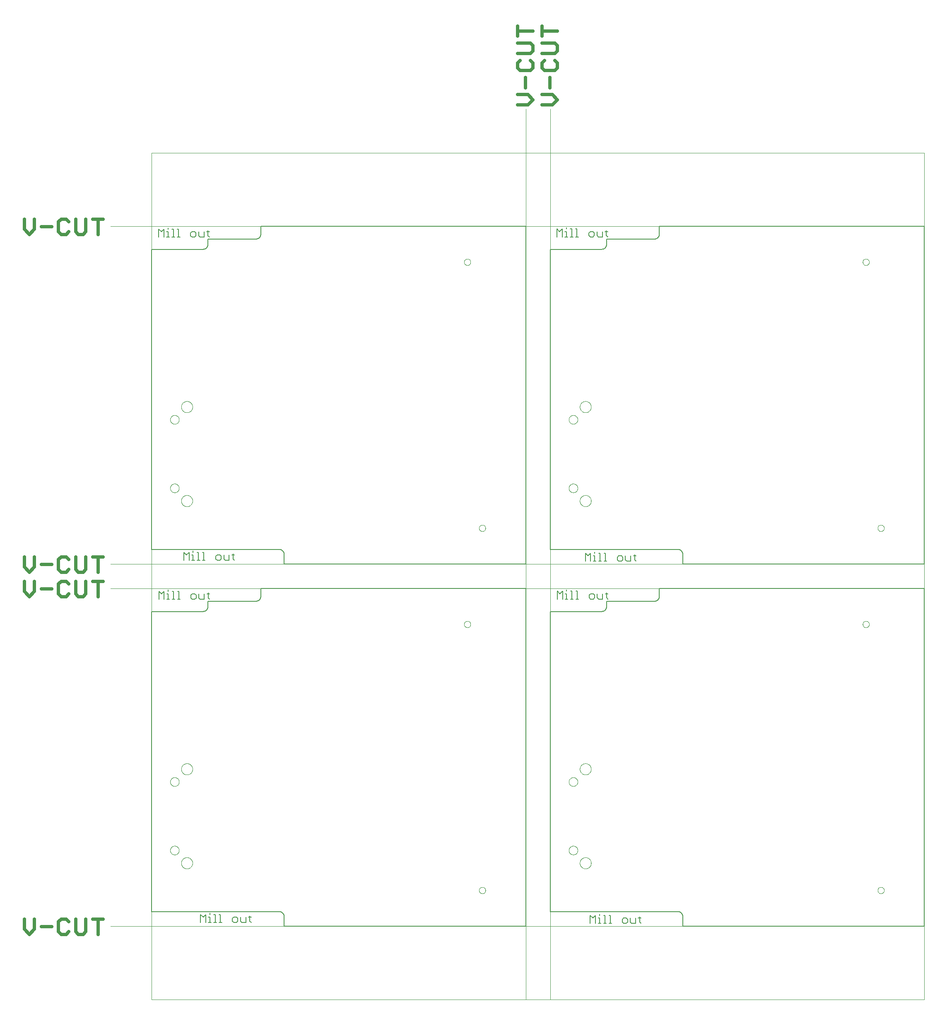
<source format=gbr>
G04 EAGLE Gerber RS-274X export*
G75*
%MOMM*%
%FSLAX34Y34*%
%LPD*%
%INTop Copper*%
%IPPOS*%
%AMOC8*
5,1,8,0,0,1.08239X$1,22.5*%
G01*
%ADD10C,0.152400*%
%ADD11C,0.000000*%
%ADD12C,0.685800*%
%ADD13C,0.127000*%


D10*
X-641413Y638112D02*
X-641413Y654382D01*
X-635990Y648959D01*
X-630566Y654382D01*
X-630566Y638112D01*
X-625041Y648959D02*
X-622330Y648959D01*
X-622330Y638112D01*
X-625041Y638112D02*
X-619618Y638112D01*
X-622330Y654382D02*
X-622330Y657094D01*
X-614127Y654382D02*
X-611415Y654382D01*
X-611415Y638112D01*
X-608704Y638112D02*
X-614127Y638112D01*
X-603213Y654382D02*
X-600501Y654382D01*
X-600501Y638112D01*
X-603213Y638112D02*
X-597789Y638112D01*
X-573215Y638112D02*
X-567792Y638112D01*
X-565080Y640824D01*
X-565080Y646247D01*
X-567792Y648959D01*
X-573215Y648959D01*
X-575927Y646247D01*
X-575927Y640824D01*
X-573215Y638112D01*
X-559555Y640824D02*
X-559555Y648959D01*
X-559555Y640824D02*
X-556844Y638112D01*
X-548709Y638112D01*
X-548709Y648959D01*
X-540472Y651670D02*
X-540472Y640824D01*
X-537760Y638112D01*
X-537760Y648959D02*
X-543184Y648959D01*
D11*
X-656000Y-180000D02*
X109000Y-180000D01*
X159000Y-180000D01*
X924000Y-180000D01*
X-656000Y1400000D02*
X-656000Y1550000D01*
X-656000Y1400000D02*
X-656000Y710000D01*
X-656000Y660000D01*
X-656000Y-30000D01*
X-656000Y-180000D01*
X-656000Y1550000D02*
X109000Y1550000D01*
X159000Y1550000D01*
X924000Y1550000D01*
X924000Y1400000D01*
X924000Y710000D01*
X924000Y660000D01*
X924000Y-30000D01*
X924000Y-180000D01*
X924000Y660000D02*
X-656000Y660000D01*
X-656000Y710000D02*
X924000Y710000D01*
X109000Y1550000D02*
X109000Y-180000D01*
X159000Y-180000D02*
X159000Y1550000D01*
X924000Y-30000D02*
X-656000Y-30000D01*
X-656000Y1400000D02*
X924000Y1400000D01*
D10*
X-590238Y734032D02*
X-590238Y717762D01*
X-584815Y728609D02*
X-590238Y734032D01*
X-584815Y728609D02*
X-579391Y734032D01*
X-579391Y717762D01*
X-573866Y728609D02*
X-571155Y728609D01*
X-571155Y717762D01*
X-573866Y717762D02*
X-568443Y717762D01*
X-571155Y734032D02*
X-571155Y736744D01*
X-562952Y734032D02*
X-560240Y734032D01*
X-560240Y717762D01*
X-557529Y717762D02*
X-562952Y717762D01*
X-552038Y734032D02*
X-549326Y734032D01*
X-549326Y717762D01*
X-552038Y717762D02*
X-546614Y717762D01*
X-522040Y717762D02*
X-516617Y717762D01*
X-513905Y720474D01*
X-513905Y725897D01*
X-516617Y728609D01*
X-522040Y728609D01*
X-524752Y725897D01*
X-524752Y720474D01*
X-522040Y717762D01*
X-508380Y720474D02*
X-508380Y728609D01*
X-508380Y720474D02*
X-505669Y717762D01*
X-497534Y717762D01*
X-497534Y728609D01*
X-489297Y731320D02*
X-489297Y720474D01*
X-486585Y717762D01*
X-486585Y728609D02*
X-492009Y728609D01*
X173237Y654557D02*
X173237Y638287D01*
X178660Y649134D02*
X173237Y654557D01*
X178660Y649134D02*
X184084Y654557D01*
X184084Y638287D01*
X189609Y649134D02*
X192320Y649134D01*
X192320Y638287D01*
X189609Y638287D02*
X195032Y638287D01*
X192320Y654557D02*
X192320Y657269D01*
X200523Y654557D02*
X203235Y654557D01*
X203235Y638287D01*
X205946Y638287D02*
X200523Y638287D01*
X211437Y654557D02*
X214149Y654557D01*
X214149Y638287D01*
X211437Y638287D02*
X216861Y638287D01*
X241435Y638287D02*
X246858Y638287D01*
X249570Y640999D01*
X249570Y646422D01*
X246858Y649134D01*
X241435Y649134D01*
X238723Y646422D01*
X238723Y640999D01*
X241435Y638287D01*
X255095Y640999D02*
X255095Y649134D01*
X255095Y640999D02*
X257806Y638287D01*
X265941Y638287D01*
X265941Y649134D01*
X274178Y651845D02*
X274178Y640999D01*
X276890Y638287D01*
X276890Y649134D02*
X271466Y649134D01*
X230762Y715762D02*
X230762Y732032D01*
X236185Y726609D01*
X241609Y732032D01*
X241609Y715762D01*
X247134Y726609D02*
X249845Y726609D01*
X249845Y715762D01*
X247134Y715762D02*
X252557Y715762D01*
X249845Y732032D02*
X249845Y734744D01*
X258048Y732032D02*
X260760Y732032D01*
X260760Y715762D01*
X263471Y715762D02*
X258048Y715762D01*
X268962Y732032D02*
X271674Y732032D01*
X271674Y715762D01*
X268962Y715762D02*
X274386Y715762D01*
X298960Y715762D02*
X304383Y715762D01*
X307095Y718474D01*
X307095Y723897D01*
X304383Y726609D01*
X298960Y726609D01*
X296248Y723897D01*
X296248Y718474D01*
X298960Y715762D01*
X312620Y718474D02*
X312620Y726609D01*
X312620Y718474D02*
X315331Y715762D01*
X323466Y715762D01*
X323466Y726609D01*
X331703Y729320D02*
X331703Y718474D01*
X334415Y715762D01*
X334415Y726609D02*
X328991Y726609D01*
X172712Y1378287D02*
X172712Y1394557D01*
X178135Y1389134D01*
X183559Y1394557D01*
X183559Y1378287D01*
X189084Y1389134D02*
X191795Y1389134D01*
X191795Y1378287D01*
X189084Y1378287D02*
X194507Y1378287D01*
X191795Y1394557D02*
X191795Y1397269D01*
X199998Y1394557D02*
X202710Y1394557D01*
X202710Y1378287D01*
X205421Y1378287D02*
X199998Y1378287D01*
X210912Y1394557D02*
X213624Y1394557D01*
X213624Y1378287D01*
X210912Y1378287D02*
X216336Y1378287D01*
X240910Y1378287D02*
X246333Y1378287D01*
X249045Y1380999D01*
X249045Y1386422D01*
X246333Y1389134D01*
X240910Y1389134D01*
X238198Y1386422D01*
X238198Y1380999D01*
X240910Y1378287D01*
X254570Y1380999D02*
X254570Y1389134D01*
X254570Y1380999D02*
X257281Y1378287D01*
X265416Y1378287D01*
X265416Y1389134D01*
X273653Y1391845D02*
X273653Y1380999D01*
X276365Y1378287D01*
X276365Y1389134D02*
X270941Y1389134D01*
X-641763Y1394207D02*
X-641763Y1377937D01*
X-636340Y1388784D02*
X-641763Y1394207D01*
X-636340Y1388784D02*
X-630916Y1394207D01*
X-630916Y1377937D01*
X-625391Y1388784D02*
X-622680Y1388784D01*
X-622680Y1377937D01*
X-625391Y1377937D02*
X-619968Y1377937D01*
X-622680Y1394207D02*
X-622680Y1396919D01*
X-614477Y1394207D02*
X-611765Y1394207D01*
X-611765Y1377937D01*
X-609054Y1377937D02*
X-614477Y1377937D01*
X-603563Y1394207D02*
X-600851Y1394207D01*
X-600851Y1377937D01*
X-603563Y1377937D02*
X-598139Y1377937D01*
X-573565Y1377937D02*
X-568142Y1377937D01*
X-565430Y1380649D01*
X-565430Y1386072D01*
X-568142Y1388784D01*
X-573565Y1388784D01*
X-576277Y1386072D01*
X-576277Y1380649D01*
X-573565Y1377937D01*
X-559905Y1380649D02*
X-559905Y1388784D01*
X-559905Y1380649D02*
X-557194Y1377937D01*
X-549059Y1377937D01*
X-549059Y1388784D01*
X-540822Y1391495D02*
X-540822Y1380649D01*
X-538110Y1377937D01*
X-538110Y1388784D02*
X-543534Y1388784D01*
X-556238Y-5968D02*
X-556238Y-22238D01*
X-550815Y-11391D02*
X-556238Y-5968D01*
X-550815Y-11391D02*
X-545391Y-5968D01*
X-545391Y-22238D01*
X-539866Y-11391D02*
X-537155Y-11391D01*
X-537155Y-22238D01*
X-539866Y-22238D02*
X-534443Y-22238D01*
X-537155Y-5968D02*
X-537155Y-3256D01*
X-528952Y-5968D02*
X-526240Y-5968D01*
X-526240Y-22238D01*
X-523529Y-22238D02*
X-528952Y-22238D01*
X-518038Y-5968D02*
X-515326Y-5968D01*
X-515326Y-22238D01*
X-518038Y-22238D02*
X-512614Y-22238D01*
X-488040Y-22238D02*
X-482617Y-22238D01*
X-479905Y-19526D01*
X-479905Y-14103D01*
X-482617Y-11391D01*
X-488040Y-11391D01*
X-490752Y-14103D01*
X-490752Y-19526D01*
X-488040Y-22238D01*
X-474380Y-19526D02*
X-474380Y-11391D01*
X-474380Y-19526D02*
X-471669Y-22238D01*
X-463534Y-22238D01*
X-463534Y-11391D01*
X-455297Y-8680D02*
X-455297Y-19526D01*
X-452585Y-22238D01*
X-452585Y-11391D02*
X-458009Y-11391D01*
X240762Y-7968D02*
X240762Y-24238D01*
X246185Y-13391D02*
X240762Y-7968D01*
X246185Y-13391D02*
X251609Y-7968D01*
X251609Y-24238D01*
X257134Y-13391D02*
X259845Y-13391D01*
X259845Y-24238D01*
X257134Y-24238D02*
X262557Y-24238D01*
X259845Y-7968D02*
X259845Y-5256D01*
X268048Y-7968D02*
X270760Y-7968D01*
X270760Y-24238D01*
X273471Y-24238D02*
X268048Y-24238D01*
X278962Y-7968D02*
X281674Y-7968D01*
X281674Y-24238D01*
X278962Y-24238D02*
X284386Y-24238D01*
X308960Y-24238D02*
X314383Y-24238D01*
X317095Y-21526D01*
X317095Y-16103D01*
X314383Y-13391D01*
X308960Y-13391D01*
X306248Y-16103D01*
X306248Y-21526D01*
X308960Y-24238D01*
X322620Y-21526D02*
X322620Y-13391D01*
X322620Y-21526D02*
X325331Y-24238D01*
X333466Y-24238D01*
X333466Y-13391D01*
X341703Y-10680D02*
X341703Y-21526D01*
X344415Y-24238D01*
X344415Y-13391D02*
X338991Y-13391D01*
D11*
X-656000Y-30000D02*
X-740000Y-30000D01*
D12*
X-916571Y-36148D02*
X-916571Y-15302D01*
X-916571Y-36148D02*
X-906148Y-46571D01*
X-895725Y-36148D01*
X-895725Y-15302D01*
X-881489Y-30937D02*
X-860643Y-30937D01*
X-830773Y-15302D02*
X-825561Y-20514D01*
X-830773Y-15302D02*
X-841196Y-15302D01*
X-846407Y-20514D01*
X-846407Y-41360D01*
X-841196Y-46571D01*
X-830773Y-46571D01*
X-825561Y-41360D01*
X-811325Y-41360D02*
X-811325Y-15302D01*
X-811325Y-41360D02*
X-806114Y-46571D01*
X-795691Y-46571D01*
X-790479Y-41360D01*
X-790479Y-15302D01*
X-765820Y-15302D02*
X-765820Y-46571D01*
X-776243Y-15302D02*
X-755397Y-15302D01*
D11*
X-740000Y660000D02*
X-656000Y660000D01*
D12*
X-916571Y653852D02*
X-916571Y674698D01*
X-916571Y653852D02*
X-906148Y643429D01*
X-895725Y653852D01*
X-895725Y674698D01*
X-881489Y659063D02*
X-860643Y659063D01*
X-830773Y674698D02*
X-825561Y669486D01*
X-830773Y674698D02*
X-841196Y674698D01*
X-846407Y669486D01*
X-846407Y648640D01*
X-841196Y643429D01*
X-830773Y643429D01*
X-825561Y648640D01*
X-811325Y648640D02*
X-811325Y674698D01*
X-811325Y648640D02*
X-806114Y643429D01*
X-795691Y643429D01*
X-790479Y648640D01*
X-790479Y674698D01*
X-765820Y674698D02*
X-765820Y643429D01*
X-776243Y674698D02*
X-755397Y674698D01*
D11*
X-740000Y710000D02*
X-656000Y710000D01*
D12*
X-916571Y703852D02*
X-916571Y724698D01*
X-916571Y703852D02*
X-906148Y693429D01*
X-895725Y703852D01*
X-895725Y724698D01*
X-881489Y709063D02*
X-860643Y709063D01*
X-830773Y724698D02*
X-825561Y719486D01*
X-830773Y724698D02*
X-841196Y724698D01*
X-846407Y719486D01*
X-846407Y698640D01*
X-841196Y693429D01*
X-830773Y693429D01*
X-825561Y698640D01*
X-811325Y698640D02*
X-811325Y724698D01*
X-811325Y698640D02*
X-806114Y693429D01*
X-795691Y693429D01*
X-790479Y698640D01*
X-790479Y724698D01*
X-765820Y724698D02*
X-765820Y693429D01*
X-776243Y724698D02*
X-755397Y724698D01*
D11*
X-740000Y1400000D02*
X-656000Y1400000D01*
D12*
X-916571Y1393852D02*
X-916571Y1414698D01*
X-916571Y1393852D02*
X-906148Y1383429D01*
X-895725Y1393852D01*
X-895725Y1414698D01*
X-881489Y1399063D02*
X-860643Y1399063D01*
X-830773Y1414698D02*
X-825561Y1409486D01*
X-830773Y1414698D02*
X-841196Y1414698D01*
X-846407Y1409486D01*
X-846407Y1388640D01*
X-841196Y1383429D01*
X-830773Y1383429D01*
X-825561Y1388640D01*
X-811325Y1388640D02*
X-811325Y1414698D01*
X-811325Y1388640D02*
X-806114Y1383429D01*
X-795691Y1383429D01*
X-790479Y1388640D01*
X-790479Y1414698D01*
X-765820Y1414698D02*
X-765820Y1383429D01*
X-776243Y1414698D02*
X-755397Y1414698D01*
D11*
X109000Y1550000D02*
X109000Y1640000D01*
D12*
X113248Y1648019D02*
X92402Y1648019D01*
X113248Y1648019D02*
X123671Y1658442D01*
X113248Y1668865D01*
X92402Y1668865D01*
X108037Y1683101D02*
X108037Y1703947D01*
X92402Y1733817D02*
X97614Y1739029D01*
X92402Y1733817D02*
X92402Y1723394D01*
X97614Y1718183D01*
X118460Y1718183D01*
X123671Y1723394D01*
X123671Y1733817D01*
X118460Y1739029D01*
X118460Y1753265D02*
X92402Y1753265D01*
X118460Y1753265D02*
X123671Y1758476D01*
X123671Y1768899D01*
X118460Y1774111D01*
X92402Y1774111D01*
X92402Y1798770D02*
X123671Y1798770D01*
X92402Y1788347D02*
X92402Y1809193D01*
D11*
X159000Y1640000D02*
X159000Y1550000D01*
D12*
X163248Y1648019D02*
X142402Y1648019D01*
X163248Y1648019D02*
X173671Y1658442D01*
X163248Y1668865D01*
X142402Y1668865D01*
X158037Y1683101D02*
X158037Y1703947D01*
X142402Y1733817D02*
X147614Y1739029D01*
X142402Y1733817D02*
X142402Y1723394D01*
X147614Y1718183D01*
X168460Y1718183D01*
X173671Y1723394D01*
X173671Y1733817D01*
X168460Y1739029D01*
X168460Y1753265D02*
X142402Y1753265D01*
X168460Y1753265D02*
X173671Y1758476D01*
X173671Y1768899D01*
X168460Y1774111D01*
X142402Y1774111D01*
X142402Y1798770D02*
X173671Y1798770D01*
X142402Y1788347D02*
X142402Y1809193D01*
D13*
X109000Y660000D02*
X109000Y-30000D01*
X109000Y660000D02*
X-433000Y660000D01*
X-433000Y644000D01*
X-433003Y643758D01*
X-433012Y643517D01*
X-433026Y643276D01*
X-433047Y643035D01*
X-433073Y642795D01*
X-433105Y642555D01*
X-433143Y642316D01*
X-433186Y642079D01*
X-433236Y641842D01*
X-433291Y641607D01*
X-433351Y641373D01*
X-433418Y641141D01*
X-433489Y640910D01*
X-433567Y640681D01*
X-433650Y640454D01*
X-433738Y640229D01*
X-433832Y640006D01*
X-433931Y639786D01*
X-434036Y639568D01*
X-434145Y639353D01*
X-434260Y639140D01*
X-434380Y638930D01*
X-434505Y638724D01*
X-434635Y638520D01*
X-434770Y638319D01*
X-434910Y638122D01*
X-435054Y637928D01*
X-435203Y637738D01*
X-435357Y637552D01*
X-435515Y637369D01*
X-435677Y637190D01*
X-435844Y637015D01*
X-436015Y636844D01*
X-436190Y636677D01*
X-436369Y636515D01*
X-436552Y636357D01*
X-436738Y636203D01*
X-436928Y636054D01*
X-437122Y635910D01*
X-437319Y635770D01*
X-437520Y635635D01*
X-437724Y635505D01*
X-437930Y635380D01*
X-438140Y635260D01*
X-438353Y635145D01*
X-438568Y635036D01*
X-438786Y634931D01*
X-439006Y634832D01*
X-439229Y634738D01*
X-439454Y634650D01*
X-439681Y634567D01*
X-439910Y634489D01*
X-440141Y634418D01*
X-440373Y634351D01*
X-440607Y634291D01*
X-440842Y634236D01*
X-441079Y634186D01*
X-441316Y634143D01*
X-441555Y634105D01*
X-441795Y634073D01*
X-442035Y634047D01*
X-442276Y634026D01*
X-442517Y634012D01*
X-442758Y634003D01*
X-443000Y634000D01*
X-541000Y634000D01*
X-541000Y623000D01*
X-541003Y622758D01*
X-541012Y622517D01*
X-541026Y622276D01*
X-541047Y622035D01*
X-541073Y621795D01*
X-541105Y621555D01*
X-541143Y621316D01*
X-541186Y621079D01*
X-541236Y620842D01*
X-541291Y620607D01*
X-541351Y620373D01*
X-541418Y620141D01*
X-541489Y619910D01*
X-541567Y619681D01*
X-541650Y619454D01*
X-541738Y619229D01*
X-541832Y619006D01*
X-541931Y618786D01*
X-542036Y618568D01*
X-542145Y618353D01*
X-542260Y618140D01*
X-542380Y617930D01*
X-542505Y617724D01*
X-542635Y617520D01*
X-542770Y617319D01*
X-542910Y617122D01*
X-543054Y616928D01*
X-543203Y616738D01*
X-543357Y616552D01*
X-543515Y616369D01*
X-543677Y616190D01*
X-543844Y616015D01*
X-544015Y615844D01*
X-544190Y615677D01*
X-544369Y615515D01*
X-544552Y615357D01*
X-544738Y615203D01*
X-544928Y615054D01*
X-545122Y614910D01*
X-545319Y614770D01*
X-545520Y614635D01*
X-545724Y614505D01*
X-545930Y614380D01*
X-546140Y614260D01*
X-546353Y614145D01*
X-546568Y614036D01*
X-546786Y613931D01*
X-547006Y613832D01*
X-547229Y613738D01*
X-547454Y613650D01*
X-547681Y613567D01*
X-547910Y613489D01*
X-548141Y613418D01*
X-548373Y613351D01*
X-548607Y613291D01*
X-548842Y613236D01*
X-549079Y613186D01*
X-549316Y613143D01*
X-549555Y613105D01*
X-549795Y613073D01*
X-550035Y613047D01*
X-550276Y613026D01*
X-550517Y613012D01*
X-550758Y613003D01*
X-551000Y613000D01*
X-656000Y613000D01*
X-656000Y0D01*
X-395000Y0D01*
X-394758Y-3D01*
X-394517Y-12D01*
X-394276Y-26D01*
X-394035Y-47D01*
X-393795Y-73D01*
X-393555Y-105D01*
X-393316Y-143D01*
X-393079Y-186D01*
X-392842Y-236D01*
X-392607Y-291D01*
X-392373Y-351D01*
X-392141Y-418D01*
X-391910Y-489D01*
X-391681Y-567D01*
X-391454Y-650D01*
X-391229Y-738D01*
X-391006Y-832D01*
X-390786Y-931D01*
X-390568Y-1036D01*
X-390353Y-1145D01*
X-390140Y-1260D01*
X-389930Y-1380D01*
X-389724Y-1505D01*
X-389520Y-1635D01*
X-389319Y-1770D01*
X-389122Y-1910D01*
X-388928Y-2054D01*
X-388738Y-2203D01*
X-388552Y-2357D01*
X-388369Y-2515D01*
X-388190Y-2677D01*
X-388015Y-2844D01*
X-387844Y-3015D01*
X-387677Y-3190D01*
X-387515Y-3369D01*
X-387357Y-3552D01*
X-387203Y-3738D01*
X-387054Y-3928D01*
X-386910Y-4122D01*
X-386770Y-4319D01*
X-386635Y-4520D01*
X-386505Y-4724D01*
X-386380Y-4930D01*
X-386260Y-5140D01*
X-386145Y-5353D01*
X-386036Y-5568D01*
X-385931Y-5786D01*
X-385832Y-6006D01*
X-385738Y-6229D01*
X-385650Y-6454D01*
X-385567Y-6681D01*
X-385489Y-6910D01*
X-385418Y-7141D01*
X-385351Y-7373D01*
X-385291Y-7607D01*
X-385236Y-7842D01*
X-385186Y-8079D01*
X-385143Y-8316D01*
X-385105Y-8555D01*
X-385073Y-8795D01*
X-385047Y-9035D01*
X-385026Y-9276D01*
X-385012Y-9517D01*
X-385003Y-9758D01*
X-385000Y-10000D01*
X-385000Y-30000D01*
X109000Y-30000D01*
D11*
X-618000Y125000D02*
X-617997Y125221D01*
X-617989Y125442D01*
X-617976Y125662D01*
X-617957Y125882D01*
X-617932Y126102D01*
X-617903Y126321D01*
X-617867Y126539D01*
X-617827Y126756D01*
X-617781Y126972D01*
X-617730Y127187D01*
X-617674Y127400D01*
X-617612Y127613D01*
X-617546Y127823D01*
X-617474Y128032D01*
X-617397Y128239D01*
X-617315Y128444D01*
X-617228Y128647D01*
X-617136Y128848D01*
X-617039Y129047D01*
X-616937Y129243D01*
X-616831Y129436D01*
X-616720Y129627D01*
X-616604Y129815D01*
X-616483Y130000D01*
X-616358Y130182D01*
X-616229Y130361D01*
X-616095Y130537D01*
X-615957Y130710D01*
X-615815Y130879D01*
X-615669Y131044D01*
X-615518Y131206D01*
X-615364Y131364D01*
X-615206Y131518D01*
X-615044Y131669D01*
X-614879Y131815D01*
X-614710Y131957D01*
X-614537Y132095D01*
X-614361Y132229D01*
X-614182Y132358D01*
X-614000Y132483D01*
X-613815Y132604D01*
X-613627Y132720D01*
X-613436Y132831D01*
X-613243Y132937D01*
X-613047Y133039D01*
X-612848Y133136D01*
X-612647Y133228D01*
X-612444Y133315D01*
X-612239Y133397D01*
X-612032Y133474D01*
X-611823Y133546D01*
X-611613Y133612D01*
X-611400Y133674D01*
X-611187Y133730D01*
X-610972Y133781D01*
X-610756Y133827D01*
X-610539Y133867D01*
X-610321Y133903D01*
X-610102Y133932D01*
X-609882Y133957D01*
X-609662Y133976D01*
X-609442Y133989D01*
X-609221Y133997D01*
X-609000Y134000D01*
X-608779Y133997D01*
X-608558Y133989D01*
X-608338Y133976D01*
X-608118Y133957D01*
X-607898Y133932D01*
X-607679Y133903D01*
X-607461Y133867D01*
X-607244Y133827D01*
X-607028Y133781D01*
X-606813Y133730D01*
X-606600Y133674D01*
X-606387Y133612D01*
X-606177Y133546D01*
X-605968Y133474D01*
X-605761Y133397D01*
X-605556Y133315D01*
X-605353Y133228D01*
X-605152Y133136D01*
X-604953Y133039D01*
X-604757Y132937D01*
X-604564Y132831D01*
X-604373Y132720D01*
X-604185Y132604D01*
X-604000Y132483D01*
X-603818Y132358D01*
X-603639Y132229D01*
X-603463Y132095D01*
X-603290Y131957D01*
X-603121Y131815D01*
X-602956Y131669D01*
X-602794Y131518D01*
X-602636Y131364D01*
X-602482Y131206D01*
X-602331Y131044D01*
X-602185Y130879D01*
X-602043Y130710D01*
X-601905Y130537D01*
X-601771Y130361D01*
X-601642Y130182D01*
X-601517Y130000D01*
X-601396Y129815D01*
X-601280Y129627D01*
X-601169Y129436D01*
X-601063Y129243D01*
X-600961Y129047D01*
X-600864Y128848D01*
X-600772Y128647D01*
X-600685Y128444D01*
X-600603Y128239D01*
X-600526Y128032D01*
X-600454Y127823D01*
X-600388Y127613D01*
X-600326Y127400D01*
X-600270Y127187D01*
X-600219Y126972D01*
X-600173Y126756D01*
X-600133Y126539D01*
X-600097Y126321D01*
X-600068Y126102D01*
X-600043Y125882D01*
X-600024Y125662D01*
X-600011Y125442D01*
X-600003Y125221D01*
X-600000Y125000D01*
X-600003Y124779D01*
X-600011Y124558D01*
X-600024Y124338D01*
X-600043Y124118D01*
X-600068Y123898D01*
X-600097Y123679D01*
X-600133Y123461D01*
X-600173Y123244D01*
X-600219Y123028D01*
X-600270Y122813D01*
X-600326Y122600D01*
X-600388Y122387D01*
X-600454Y122177D01*
X-600526Y121968D01*
X-600603Y121761D01*
X-600685Y121556D01*
X-600772Y121353D01*
X-600864Y121152D01*
X-600961Y120953D01*
X-601063Y120757D01*
X-601169Y120564D01*
X-601280Y120373D01*
X-601396Y120185D01*
X-601517Y120000D01*
X-601642Y119818D01*
X-601771Y119639D01*
X-601905Y119463D01*
X-602043Y119290D01*
X-602185Y119121D01*
X-602331Y118956D01*
X-602482Y118794D01*
X-602636Y118636D01*
X-602794Y118482D01*
X-602956Y118331D01*
X-603121Y118185D01*
X-603290Y118043D01*
X-603463Y117905D01*
X-603639Y117771D01*
X-603818Y117642D01*
X-604000Y117517D01*
X-604185Y117396D01*
X-604373Y117280D01*
X-604564Y117169D01*
X-604757Y117063D01*
X-604953Y116961D01*
X-605152Y116864D01*
X-605353Y116772D01*
X-605556Y116685D01*
X-605761Y116603D01*
X-605968Y116526D01*
X-606177Y116454D01*
X-606387Y116388D01*
X-606600Y116326D01*
X-606813Y116270D01*
X-607028Y116219D01*
X-607244Y116173D01*
X-607461Y116133D01*
X-607679Y116097D01*
X-607898Y116068D01*
X-608118Y116043D01*
X-608338Y116024D01*
X-608558Y116011D01*
X-608779Y116003D01*
X-609000Y116000D01*
X-609221Y116003D01*
X-609442Y116011D01*
X-609662Y116024D01*
X-609882Y116043D01*
X-610102Y116068D01*
X-610321Y116097D01*
X-610539Y116133D01*
X-610756Y116173D01*
X-610972Y116219D01*
X-611187Y116270D01*
X-611400Y116326D01*
X-611613Y116388D01*
X-611823Y116454D01*
X-612032Y116526D01*
X-612239Y116603D01*
X-612444Y116685D01*
X-612647Y116772D01*
X-612848Y116864D01*
X-613047Y116961D01*
X-613243Y117063D01*
X-613436Y117169D01*
X-613627Y117280D01*
X-613815Y117396D01*
X-614000Y117517D01*
X-614182Y117642D01*
X-614361Y117771D01*
X-614537Y117905D01*
X-614710Y118043D01*
X-614879Y118185D01*
X-615044Y118331D01*
X-615206Y118482D01*
X-615364Y118636D01*
X-615518Y118794D01*
X-615669Y118956D01*
X-615815Y119121D01*
X-615957Y119290D01*
X-616095Y119463D01*
X-616229Y119639D01*
X-616358Y119818D01*
X-616483Y120000D01*
X-616604Y120185D01*
X-616720Y120373D01*
X-616831Y120564D01*
X-616937Y120757D01*
X-617039Y120953D01*
X-617136Y121152D01*
X-617228Y121353D01*
X-617315Y121556D01*
X-617397Y121761D01*
X-617474Y121968D01*
X-617546Y122177D01*
X-617612Y122387D01*
X-617674Y122600D01*
X-617730Y122813D01*
X-617781Y123028D01*
X-617827Y123244D01*
X-617867Y123461D01*
X-617903Y123679D01*
X-617932Y123898D01*
X-617957Y124118D01*
X-617976Y124338D01*
X-617989Y124558D01*
X-617997Y124779D01*
X-618000Y125000D01*
X-618000Y265000D02*
X-617997Y265221D01*
X-617989Y265442D01*
X-617976Y265662D01*
X-617957Y265882D01*
X-617932Y266102D01*
X-617903Y266321D01*
X-617867Y266539D01*
X-617827Y266756D01*
X-617781Y266972D01*
X-617730Y267187D01*
X-617674Y267400D01*
X-617612Y267613D01*
X-617546Y267823D01*
X-617474Y268032D01*
X-617397Y268239D01*
X-617315Y268444D01*
X-617228Y268647D01*
X-617136Y268848D01*
X-617039Y269047D01*
X-616937Y269243D01*
X-616831Y269436D01*
X-616720Y269627D01*
X-616604Y269815D01*
X-616483Y270000D01*
X-616358Y270182D01*
X-616229Y270361D01*
X-616095Y270537D01*
X-615957Y270710D01*
X-615815Y270879D01*
X-615669Y271044D01*
X-615518Y271206D01*
X-615364Y271364D01*
X-615206Y271518D01*
X-615044Y271669D01*
X-614879Y271815D01*
X-614710Y271957D01*
X-614537Y272095D01*
X-614361Y272229D01*
X-614182Y272358D01*
X-614000Y272483D01*
X-613815Y272604D01*
X-613627Y272720D01*
X-613436Y272831D01*
X-613243Y272937D01*
X-613047Y273039D01*
X-612848Y273136D01*
X-612647Y273228D01*
X-612444Y273315D01*
X-612239Y273397D01*
X-612032Y273474D01*
X-611823Y273546D01*
X-611613Y273612D01*
X-611400Y273674D01*
X-611187Y273730D01*
X-610972Y273781D01*
X-610756Y273827D01*
X-610539Y273867D01*
X-610321Y273903D01*
X-610102Y273932D01*
X-609882Y273957D01*
X-609662Y273976D01*
X-609442Y273989D01*
X-609221Y273997D01*
X-609000Y274000D01*
X-608779Y273997D01*
X-608558Y273989D01*
X-608338Y273976D01*
X-608118Y273957D01*
X-607898Y273932D01*
X-607679Y273903D01*
X-607461Y273867D01*
X-607244Y273827D01*
X-607028Y273781D01*
X-606813Y273730D01*
X-606600Y273674D01*
X-606387Y273612D01*
X-606177Y273546D01*
X-605968Y273474D01*
X-605761Y273397D01*
X-605556Y273315D01*
X-605353Y273228D01*
X-605152Y273136D01*
X-604953Y273039D01*
X-604757Y272937D01*
X-604564Y272831D01*
X-604373Y272720D01*
X-604185Y272604D01*
X-604000Y272483D01*
X-603818Y272358D01*
X-603639Y272229D01*
X-603463Y272095D01*
X-603290Y271957D01*
X-603121Y271815D01*
X-602956Y271669D01*
X-602794Y271518D01*
X-602636Y271364D01*
X-602482Y271206D01*
X-602331Y271044D01*
X-602185Y270879D01*
X-602043Y270710D01*
X-601905Y270537D01*
X-601771Y270361D01*
X-601642Y270182D01*
X-601517Y270000D01*
X-601396Y269815D01*
X-601280Y269627D01*
X-601169Y269436D01*
X-601063Y269243D01*
X-600961Y269047D01*
X-600864Y268848D01*
X-600772Y268647D01*
X-600685Y268444D01*
X-600603Y268239D01*
X-600526Y268032D01*
X-600454Y267823D01*
X-600388Y267613D01*
X-600326Y267400D01*
X-600270Y267187D01*
X-600219Y266972D01*
X-600173Y266756D01*
X-600133Y266539D01*
X-600097Y266321D01*
X-600068Y266102D01*
X-600043Y265882D01*
X-600024Y265662D01*
X-600011Y265442D01*
X-600003Y265221D01*
X-600000Y265000D01*
X-600003Y264779D01*
X-600011Y264558D01*
X-600024Y264338D01*
X-600043Y264118D01*
X-600068Y263898D01*
X-600097Y263679D01*
X-600133Y263461D01*
X-600173Y263244D01*
X-600219Y263028D01*
X-600270Y262813D01*
X-600326Y262600D01*
X-600388Y262387D01*
X-600454Y262177D01*
X-600526Y261968D01*
X-600603Y261761D01*
X-600685Y261556D01*
X-600772Y261353D01*
X-600864Y261152D01*
X-600961Y260953D01*
X-601063Y260757D01*
X-601169Y260564D01*
X-601280Y260373D01*
X-601396Y260185D01*
X-601517Y260000D01*
X-601642Y259818D01*
X-601771Y259639D01*
X-601905Y259463D01*
X-602043Y259290D01*
X-602185Y259121D01*
X-602331Y258956D01*
X-602482Y258794D01*
X-602636Y258636D01*
X-602794Y258482D01*
X-602956Y258331D01*
X-603121Y258185D01*
X-603290Y258043D01*
X-603463Y257905D01*
X-603639Y257771D01*
X-603818Y257642D01*
X-604000Y257517D01*
X-604185Y257396D01*
X-604373Y257280D01*
X-604564Y257169D01*
X-604757Y257063D01*
X-604953Y256961D01*
X-605152Y256864D01*
X-605353Y256772D01*
X-605556Y256685D01*
X-605761Y256603D01*
X-605968Y256526D01*
X-606177Y256454D01*
X-606387Y256388D01*
X-606600Y256326D01*
X-606813Y256270D01*
X-607028Y256219D01*
X-607244Y256173D01*
X-607461Y256133D01*
X-607679Y256097D01*
X-607898Y256068D01*
X-608118Y256043D01*
X-608338Y256024D01*
X-608558Y256011D01*
X-608779Y256003D01*
X-609000Y256000D01*
X-609221Y256003D01*
X-609442Y256011D01*
X-609662Y256024D01*
X-609882Y256043D01*
X-610102Y256068D01*
X-610321Y256097D01*
X-610539Y256133D01*
X-610756Y256173D01*
X-610972Y256219D01*
X-611187Y256270D01*
X-611400Y256326D01*
X-611613Y256388D01*
X-611823Y256454D01*
X-612032Y256526D01*
X-612239Y256603D01*
X-612444Y256685D01*
X-612647Y256772D01*
X-612848Y256864D01*
X-613047Y256961D01*
X-613243Y257063D01*
X-613436Y257169D01*
X-613627Y257280D01*
X-613815Y257396D01*
X-614000Y257517D01*
X-614182Y257642D01*
X-614361Y257771D01*
X-614537Y257905D01*
X-614710Y258043D01*
X-614879Y258185D01*
X-615044Y258331D01*
X-615206Y258482D01*
X-615364Y258636D01*
X-615518Y258794D01*
X-615669Y258956D01*
X-615815Y259121D01*
X-615957Y259290D01*
X-616095Y259463D01*
X-616229Y259639D01*
X-616358Y259818D01*
X-616483Y260000D01*
X-616604Y260185D01*
X-616720Y260373D01*
X-616831Y260564D01*
X-616937Y260757D01*
X-617039Y260953D01*
X-617136Y261152D01*
X-617228Y261353D01*
X-617315Y261556D01*
X-617397Y261761D01*
X-617474Y261968D01*
X-617546Y262177D01*
X-617612Y262387D01*
X-617674Y262600D01*
X-617730Y262813D01*
X-617781Y263028D01*
X-617827Y263244D01*
X-617867Y263461D01*
X-617903Y263679D01*
X-617932Y263898D01*
X-617957Y264118D01*
X-617976Y264338D01*
X-617989Y264558D01*
X-617997Y264779D01*
X-618000Y265000D01*
X-595500Y99000D02*
X-595497Y99282D01*
X-595486Y99564D01*
X-595469Y99846D01*
X-595445Y100127D01*
X-595414Y100408D01*
X-595376Y100687D01*
X-595331Y100966D01*
X-595279Y101244D01*
X-595221Y101520D01*
X-595155Y101794D01*
X-595083Y102067D01*
X-595005Y102338D01*
X-594920Y102607D01*
X-594828Y102874D01*
X-594729Y103139D01*
X-594625Y103401D01*
X-594513Y103660D01*
X-594396Y103917D01*
X-594272Y104171D01*
X-594142Y104421D01*
X-594006Y104668D01*
X-593864Y104912D01*
X-593716Y105152D01*
X-593562Y105389D01*
X-593402Y105622D01*
X-593237Y105851D01*
X-593066Y106075D01*
X-592890Y106296D01*
X-592708Y106511D01*
X-592521Y106723D01*
X-592329Y106930D01*
X-592132Y107132D01*
X-591930Y107329D01*
X-591723Y107521D01*
X-591511Y107708D01*
X-591296Y107890D01*
X-591075Y108066D01*
X-590851Y108237D01*
X-590622Y108402D01*
X-590389Y108562D01*
X-590152Y108716D01*
X-589912Y108864D01*
X-589668Y109006D01*
X-589421Y109142D01*
X-589171Y109272D01*
X-588917Y109396D01*
X-588660Y109513D01*
X-588401Y109625D01*
X-588139Y109729D01*
X-587874Y109828D01*
X-587607Y109920D01*
X-587338Y110005D01*
X-587067Y110083D01*
X-586794Y110155D01*
X-586520Y110221D01*
X-586244Y110279D01*
X-585966Y110331D01*
X-585687Y110376D01*
X-585408Y110414D01*
X-585127Y110445D01*
X-584846Y110469D01*
X-584564Y110486D01*
X-584282Y110497D01*
X-584000Y110500D01*
X-583718Y110497D01*
X-583436Y110486D01*
X-583154Y110469D01*
X-582873Y110445D01*
X-582592Y110414D01*
X-582313Y110376D01*
X-582034Y110331D01*
X-581756Y110279D01*
X-581480Y110221D01*
X-581206Y110155D01*
X-580933Y110083D01*
X-580662Y110005D01*
X-580393Y109920D01*
X-580126Y109828D01*
X-579861Y109729D01*
X-579599Y109625D01*
X-579340Y109513D01*
X-579083Y109396D01*
X-578829Y109272D01*
X-578579Y109142D01*
X-578332Y109006D01*
X-578088Y108864D01*
X-577848Y108716D01*
X-577611Y108562D01*
X-577378Y108402D01*
X-577149Y108237D01*
X-576925Y108066D01*
X-576704Y107890D01*
X-576489Y107708D01*
X-576277Y107521D01*
X-576070Y107329D01*
X-575868Y107132D01*
X-575671Y106930D01*
X-575479Y106723D01*
X-575292Y106511D01*
X-575110Y106296D01*
X-574934Y106075D01*
X-574763Y105851D01*
X-574598Y105622D01*
X-574438Y105389D01*
X-574284Y105152D01*
X-574136Y104912D01*
X-573994Y104668D01*
X-573858Y104421D01*
X-573728Y104171D01*
X-573604Y103917D01*
X-573487Y103660D01*
X-573375Y103401D01*
X-573271Y103139D01*
X-573172Y102874D01*
X-573080Y102607D01*
X-572995Y102338D01*
X-572917Y102067D01*
X-572845Y101794D01*
X-572779Y101520D01*
X-572721Y101244D01*
X-572669Y100966D01*
X-572624Y100687D01*
X-572586Y100408D01*
X-572555Y100127D01*
X-572531Y99846D01*
X-572514Y99564D01*
X-572503Y99282D01*
X-572500Y99000D01*
X-572503Y98718D01*
X-572514Y98436D01*
X-572531Y98154D01*
X-572555Y97873D01*
X-572586Y97592D01*
X-572624Y97313D01*
X-572669Y97034D01*
X-572721Y96756D01*
X-572779Y96480D01*
X-572845Y96206D01*
X-572917Y95933D01*
X-572995Y95662D01*
X-573080Y95393D01*
X-573172Y95126D01*
X-573271Y94861D01*
X-573375Y94599D01*
X-573487Y94340D01*
X-573604Y94083D01*
X-573728Y93829D01*
X-573858Y93579D01*
X-573994Y93332D01*
X-574136Y93088D01*
X-574284Y92848D01*
X-574438Y92611D01*
X-574598Y92378D01*
X-574763Y92149D01*
X-574934Y91925D01*
X-575110Y91704D01*
X-575292Y91489D01*
X-575479Y91277D01*
X-575671Y91070D01*
X-575868Y90868D01*
X-576070Y90671D01*
X-576277Y90479D01*
X-576489Y90292D01*
X-576704Y90110D01*
X-576925Y89934D01*
X-577149Y89763D01*
X-577378Y89598D01*
X-577611Y89438D01*
X-577848Y89284D01*
X-578088Y89136D01*
X-578332Y88994D01*
X-578579Y88858D01*
X-578829Y88728D01*
X-579083Y88604D01*
X-579340Y88487D01*
X-579599Y88375D01*
X-579861Y88271D01*
X-580126Y88172D01*
X-580393Y88080D01*
X-580662Y87995D01*
X-580933Y87917D01*
X-581206Y87845D01*
X-581480Y87779D01*
X-581756Y87721D01*
X-582034Y87669D01*
X-582313Y87624D01*
X-582592Y87586D01*
X-582873Y87555D01*
X-583154Y87531D01*
X-583436Y87514D01*
X-583718Y87503D01*
X-584000Y87500D01*
X-584282Y87503D01*
X-584564Y87514D01*
X-584846Y87531D01*
X-585127Y87555D01*
X-585408Y87586D01*
X-585687Y87624D01*
X-585966Y87669D01*
X-586244Y87721D01*
X-586520Y87779D01*
X-586794Y87845D01*
X-587067Y87917D01*
X-587338Y87995D01*
X-587607Y88080D01*
X-587874Y88172D01*
X-588139Y88271D01*
X-588401Y88375D01*
X-588660Y88487D01*
X-588917Y88604D01*
X-589171Y88728D01*
X-589421Y88858D01*
X-589668Y88994D01*
X-589912Y89136D01*
X-590152Y89284D01*
X-590389Y89438D01*
X-590622Y89598D01*
X-590851Y89763D01*
X-591075Y89934D01*
X-591296Y90110D01*
X-591511Y90292D01*
X-591723Y90479D01*
X-591930Y90671D01*
X-592132Y90868D01*
X-592329Y91070D01*
X-592521Y91277D01*
X-592708Y91489D01*
X-592890Y91704D01*
X-593066Y91925D01*
X-593237Y92149D01*
X-593402Y92378D01*
X-593562Y92611D01*
X-593716Y92848D01*
X-593864Y93088D01*
X-594006Y93332D01*
X-594142Y93579D01*
X-594272Y93829D01*
X-594396Y94083D01*
X-594513Y94340D01*
X-594625Y94599D01*
X-594729Y94861D01*
X-594828Y95126D01*
X-594920Y95393D01*
X-595005Y95662D01*
X-595083Y95933D01*
X-595155Y96206D01*
X-595221Y96480D01*
X-595279Y96756D01*
X-595331Y97034D01*
X-595376Y97313D01*
X-595414Y97592D01*
X-595445Y97873D01*
X-595469Y98154D01*
X-595486Y98436D01*
X-595497Y98718D01*
X-595500Y99000D01*
X-595500Y291000D02*
X-595497Y291282D01*
X-595486Y291564D01*
X-595469Y291846D01*
X-595445Y292127D01*
X-595414Y292408D01*
X-595376Y292687D01*
X-595331Y292966D01*
X-595279Y293244D01*
X-595221Y293520D01*
X-595155Y293794D01*
X-595083Y294067D01*
X-595005Y294338D01*
X-594920Y294607D01*
X-594828Y294874D01*
X-594729Y295139D01*
X-594625Y295401D01*
X-594513Y295660D01*
X-594396Y295917D01*
X-594272Y296171D01*
X-594142Y296421D01*
X-594006Y296668D01*
X-593864Y296912D01*
X-593716Y297152D01*
X-593562Y297389D01*
X-593402Y297622D01*
X-593237Y297851D01*
X-593066Y298075D01*
X-592890Y298296D01*
X-592708Y298511D01*
X-592521Y298723D01*
X-592329Y298930D01*
X-592132Y299132D01*
X-591930Y299329D01*
X-591723Y299521D01*
X-591511Y299708D01*
X-591296Y299890D01*
X-591075Y300066D01*
X-590851Y300237D01*
X-590622Y300402D01*
X-590389Y300562D01*
X-590152Y300716D01*
X-589912Y300864D01*
X-589668Y301006D01*
X-589421Y301142D01*
X-589171Y301272D01*
X-588917Y301396D01*
X-588660Y301513D01*
X-588401Y301625D01*
X-588139Y301729D01*
X-587874Y301828D01*
X-587607Y301920D01*
X-587338Y302005D01*
X-587067Y302083D01*
X-586794Y302155D01*
X-586520Y302221D01*
X-586244Y302279D01*
X-585966Y302331D01*
X-585687Y302376D01*
X-585408Y302414D01*
X-585127Y302445D01*
X-584846Y302469D01*
X-584564Y302486D01*
X-584282Y302497D01*
X-584000Y302500D01*
X-583718Y302497D01*
X-583436Y302486D01*
X-583154Y302469D01*
X-582873Y302445D01*
X-582592Y302414D01*
X-582313Y302376D01*
X-582034Y302331D01*
X-581756Y302279D01*
X-581480Y302221D01*
X-581206Y302155D01*
X-580933Y302083D01*
X-580662Y302005D01*
X-580393Y301920D01*
X-580126Y301828D01*
X-579861Y301729D01*
X-579599Y301625D01*
X-579340Y301513D01*
X-579083Y301396D01*
X-578829Y301272D01*
X-578579Y301142D01*
X-578332Y301006D01*
X-578088Y300864D01*
X-577848Y300716D01*
X-577611Y300562D01*
X-577378Y300402D01*
X-577149Y300237D01*
X-576925Y300066D01*
X-576704Y299890D01*
X-576489Y299708D01*
X-576277Y299521D01*
X-576070Y299329D01*
X-575868Y299132D01*
X-575671Y298930D01*
X-575479Y298723D01*
X-575292Y298511D01*
X-575110Y298296D01*
X-574934Y298075D01*
X-574763Y297851D01*
X-574598Y297622D01*
X-574438Y297389D01*
X-574284Y297152D01*
X-574136Y296912D01*
X-573994Y296668D01*
X-573858Y296421D01*
X-573728Y296171D01*
X-573604Y295917D01*
X-573487Y295660D01*
X-573375Y295401D01*
X-573271Y295139D01*
X-573172Y294874D01*
X-573080Y294607D01*
X-572995Y294338D01*
X-572917Y294067D01*
X-572845Y293794D01*
X-572779Y293520D01*
X-572721Y293244D01*
X-572669Y292966D01*
X-572624Y292687D01*
X-572586Y292408D01*
X-572555Y292127D01*
X-572531Y291846D01*
X-572514Y291564D01*
X-572503Y291282D01*
X-572500Y291000D01*
X-572503Y290718D01*
X-572514Y290436D01*
X-572531Y290154D01*
X-572555Y289873D01*
X-572586Y289592D01*
X-572624Y289313D01*
X-572669Y289034D01*
X-572721Y288756D01*
X-572779Y288480D01*
X-572845Y288206D01*
X-572917Y287933D01*
X-572995Y287662D01*
X-573080Y287393D01*
X-573172Y287126D01*
X-573271Y286861D01*
X-573375Y286599D01*
X-573487Y286340D01*
X-573604Y286083D01*
X-573728Y285829D01*
X-573858Y285579D01*
X-573994Y285332D01*
X-574136Y285088D01*
X-574284Y284848D01*
X-574438Y284611D01*
X-574598Y284378D01*
X-574763Y284149D01*
X-574934Y283925D01*
X-575110Y283704D01*
X-575292Y283489D01*
X-575479Y283277D01*
X-575671Y283070D01*
X-575868Y282868D01*
X-576070Y282671D01*
X-576277Y282479D01*
X-576489Y282292D01*
X-576704Y282110D01*
X-576925Y281934D01*
X-577149Y281763D01*
X-577378Y281598D01*
X-577611Y281438D01*
X-577848Y281284D01*
X-578088Y281136D01*
X-578332Y280994D01*
X-578579Y280858D01*
X-578829Y280728D01*
X-579083Y280604D01*
X-579340Y280487D01*
X-579599Y280375D01*
X-579861Y280271D01*
X-580126Y280172D01*
X-580393Y280080D01*
X-580662Y279995D01*
X-580933Y279917D01*
X-581206Y279845D01*
X-581480Y279779D01*
X-581756Y279721D01*
X-582034Y279669D01*
X-582313Y279624D01*
X-582592Y279586D01*
X-582873Y279555D01*
X-583154Y279531D01*
X-583436Y279514D01*
X-583718Y279503D01*
X-584000Y279500D01*
X-584282Y279503D01*
X-584564Y279514D01*
X-584846Y279531D01*
X-585127Y279555D01*
X-585408Y279586D01*
X-585687Y279624D01*
X-585966Y279669D01*
X-586244Y279721D01*
X-586520Y279779D01*
X-586794Y279845D01*
X-587067Y279917D01*
X-587338Y279995D01*
X-587607Y280080D01*
X-587874Y280172D01*
X-588139Y280271D01*
X-588401Y280375D01*
X-588660Y280487D01*
X-588917Y280604D01*
X-589171Y280728D01*
X-589421Y280858D01*
X-589668Y280994D01*
X-589912Y281136D01*
X-590152Y281284D01*
X-590389Y281438D01*
X-590622Y281598D01*
X-590851Y281763D01*
X-591075Y281934D01*
X-591296Y282110D01*
X-591511Y282292D01*
X-591723Y282479D01*
X-591930Y282671D01*
X-592132Y282868D01*
X-592329Y283070D01*
X-592521Y283277D01*
X-592708Y283489D01*
X-592890Y283704D01*
X-593066Y283925D01*
X-593237Y284149D01*
X-593402Y284378D01*
X-593562Y284611D01*
X-593716Y284848D01*
X-593864Y285088D01*
X-594006Y285332D01*
X-594142Y285579D01*
X-594272Y285829D01*
X-594396Y286083D01*
X-594513Y286340D01*
X-594625Y286599D01*
X-594729Y286861D01*
X-594828Y287126D01*
X-594920Y287393D01*
X-595005Y287662D01*
X-595083Y287933D01*
X-595155Y288206D01*
X-595221Y288480D01*
X-595279Y288756D01*
X-595331Y289034D01*
X-595376Y289313D01*
X-595414Y289592D01*
X-595445Y289873D01*
X-595469Y290154D01*
X-595486Y290436D01*
X-595497Y290718D01*
X-595500Y291000D01*
X13396Y43347D02*
X13398Y43509D01*
X13404Y43671D01*
X13414Y43833D01*
X13428Y43994D01*
X13446Y44155D01*
X13467Y44316D01*
X13493Y44476D01*
X13523Y44635D01*
X13556Y44794D01*
X13594Y44952D01*
X13635Y45108D01*
X13680Y45264D01*
X13729Y45419D01*
X13782Y45572D01*
X13839Y45724D01*
X13899Y45874D01*
X13963Y46023D01*
X14030Y46171D01*
X14101Y46316D01*
X14176Y46460D01*
X14254Y46602D01*
X14336Y46742D01*
X14421Y46880D01*
X14509Y47016D01*
X14601Y47150D01*
X14696Y47281D01*
X14794Y47410D01*
X14895Y47537D01*
X14999Y47661D01*
X15107Y47782D01*
X15217Y47901D01*
X15330Y48017D01*
X15446Y48130D01*
X15565Y48240D01*
X15686Y48348D01*
X15810Y48452D01*
X15937Y48553D01*
X16066Y48651D01*
X16197Y48746D01*
X16331Y48838D01*
X16467Y48926D01*
X16605Y49011D01*
X16745Y49093D01*
X16887Y49171D01*
X17031Y49246D01*
X17176Y49317D01*
X17324Y49384D01*
X17473Y49448D01*
X17623Y49508D01*
X17775Y49565D01*
X17928Y49618D01*
X18083Y49667D01*
X18239Y49712D01*
X18395Y49753D01*
X18553Y49791D01*
X18712Y49824D01*
X18871Y49854D01*
X19031Y49880D01*
X19192Y49901D01*
X19353Y49919D01*
X19514Y49933D01*
X19676Y49943D01*
X19838Y49949D01*
X20000Y49951D01*
X20162Y49949D01*
X20324Y49943D01*
X20486Y49933D01*
X20647Y49919D01*
X20808Y49901D01*
X20969Y49880D01*
X21129Y49854D01*
X21288Y49824D01*
X21447Y49791D01*
X21605Y49753D01*
X21761Y49712D01*
X21917Y49667D01*
X22072Y49618D01*
X22225Y49565D01*
X22377Y49508D01*
X22527Y49448D01*
X22676Y49384D01*
X22824Y49317D01*
X22969Y49246D01*
X23113Y49171D01*
X23255Y49093D01*
X23395Y49011D01*
X23533Y48926D01*
X23669Y48838D01*
X23803Y48746D01*
X23934Y48651D01*
X24063Y48553D01*
X24190Y48452D01*
X24314Y48348D01*
X24435Y48240D01*
X24554Y48130D01*
X24670Y48017D01*
X24783Y47901D01*
X24893Y47782D01*
X25001Y47661D01*
X25105Y47537D01*
X25206Y47410D01*
X25304Y47281D01*
X25399Y47150D01*
X25491Y47016D01*
X25579Y46880D01*
X25664Y46742D01*
X25746Y46602D01*
X25824Y46460D01*
X25899Y46316D01*
X25970Y46171D01*
X26037Y46023D01*
X26101Y45874D01*
X26161Y45724D01*
X26218Y45572D01*
X26271Y45419D01*
X26320Y45264D01*
X26365Y45108D01*
X26406Y44952D01*
X26444Y44794D01*
X26477Y44635D01*
X26507Y44476D01*
X26533Y44316D01*
X26554Y44155D01*
X26572Y43994D01*
X26586Y43833D01*
X26596Y43671D01*
X26602Y43509D01*
X26604Y43347D01*
X26602Y43185D01*
X26596Y43023D01*
X26586Y42861D01*
X26572Y42700D01*
X26554Y42539D01*
X26533Y42378D01*
X26507Y42218D01*
X26477Y42059D01*
X26444Y41900D01*
X26406Y41742D01*
X26365Y41586D01*
X26320Y41430D01*
X26271Y41275D01*
X26218Y41122D01*
X26161Y40970D01*
X26101Y40820D01*
X26037Y40671D01*
X25970Y40523D01*
X25899Y40378D01*
X25824Y40234D01*
X25746Y40092D01*
X25664Y39952D01*
X25579Y39814D01*
X25491Y39678D01*
X25399Y39544D01*
X25304Y39413D01*
X25206Y39284D01*
X25105Y39157D01*
X25001Y39033D01*
X24893Y38912D01*
X24783Y38793D01*
X24670Y38677D01*
X24554Y38564D01*
X24435Y38454D01*
X24314Y38346D01*
X24190Y38242D01*
X24063Y38141D01*
X23934Y38043D01*
X23803Y37948D01*
X23669Y37856D01*
X23533Y37768D01*
X23395Y37683D01*
X23255Y37601D01*
X23113Y37523D01*
X22969Y37448D01*
X22824Y37377D01*
X22676Y37310D01*
X22527Y37246D01*
X22377Y37186D01*
X22225Y37129D01*
X22072Y37076D01*
X21917Y37027D01*
X21761Y36982D01*
X21605Y36941D01*
X21447Y36903D01*
X21288Y36870D01*
X21129Y36840D01*
X20969Y36814D01*
X20808Y36793D01*
X20647Y36775D01*
X20486Y36761D01*
X20324Y36751D01*
X20162Y36745D01*
X20000Y36743D01*
X19838Y36745D01*
X19676Y36751D01*
X19514Y36761D01*
X19353Y36775D01*
X19192Y36793D01*
X19031Y36814D01*
X18871Y36840D01*
X18712Y36870D01*
X18553Y36903D01*
X18395Y36941D01*
X18239Y36982D01*
X18083Y37027D01*
X17928Y37076D01*
X17775Y37129D01*
X17623Y37186D01*
X17473Y37246D01*
X17324Y37310D01*
X17176Y37377D01*
X17031Y37448D01*
X16887Y37523D01*
X16745Y37601D01*
X16605Y37683D01*
X16467Y37768D01*
X16331Y37856D01*
X16197Y37948D01*
X16066Y38043D01*
X15937Y38141D01*
X15810Y38242D01*
X15686Y38346D01*
X15565Y38454D01*
X15446Y38564D01*
X15330Y38677D01*
X15217Y38793D01*
X15107Y38912D01*
X14999Y39033D01*
X14895Y39157D01*
X14794Y39284D01*
X14696Y39413D01*
X14601Y39544D01*
X14509Y39678D01*
X14421Y39814D01*
X14336Y39952D01*
X14254Y40092D01*
X14176Y40234D01*
X14101Y40378D01*
X14030Y40523D01*
X13963Y40671D01*
X13899Y40820D01*
X13839Y40970D01*
X13782Y41122D01*
X13729Y41275D01*
X13680Y41430D01*
X13635Y41586D01*
X13594Y41742D01*
X13556Y41900D01*
X13523Y42059D01*
X13493Y42218D01*
X13467Y42378D01*
X13446Y42539D01*
X13428Y42700D01*
X13414Y42861D01*
X13404Y43023D01*
X13398Y43185D01*
X13396Y43347D01*
X-17104Y586907D02*
X-17102Y587069D01*
X-17096Y587231D01*
X-17086Y587393D01*
X-17072Y587554D01*
X-17054Y587715D01*
X-17033Y587876D01*
X-17007Y588036D01*
X-16977Y588195D01*
X-16944Y588354D01*
X-16906Y588512D01*
X-16865Y588668D01*
X-16820Y588824D01*
X-16771Y588979D01*
X-16718Y589132D01*
X-16661Y589284D01*
X-16601Y589434D01*
X-16537Y589583D01*
X-16470Y589731D01*
X-16399Y589876D01*
X-16324Y590020D01*
X-16246Y590162D01*
X-16164Y590302D01*
X-16079Y590440D01*
X-15991Y590576D01*
X-15899Y590710D01*
X-15804Y590841D01*
X-15706Y590970D01*
X-15605Y591097D01*
X-15501Y591221D01*
X-15393Y591342D01*
X-15283Y591461D01*
X-15170Y591577D01*
X-15054Y591690D01*
X-14935Y591800D01*
X-14814Y591908D01*
X-14690Y592012D01*
X-14563Y592113D01*
X-14434Y592211D01*
X-14303Y592306D01*
X-14169Y592398D01*
X-14033Y592486D01*
X-13895Y592571D01*
X-13755Y592653D01*
X-13613Y592731D01*
X-13469Y592806D01*
X-13324Y592877D01*
X-13176Y592944D01*
X-13027Y593008D01*
X-12877Y593068D01*
X-12725Y593125D01*
X-12572Y593178D01*
X-12417Y593227D01*
X-12261Y593272D01*
X-12105Y593313D01*
X-11947Y593351D01*
X-11788Y593384D01*
X-11629Y593414D01*
X-11469Y593440D01*
X-11308Y593461D01*
X-11147Y593479D01*
X-10986Y593493D01*
X-10824Y593503D01*
X-10662Y593509D01*
X-10500Y593511D01*
X-10338Y593509D01*
X-10176Y593503D01*
X-10014Y593493D01*
X-9853Y593479D01*
X-9692Y593461D01*
X-9531Y593440D01*
X-9371Y593414D01*
X-9212Y593384D01*
X-9053Y593351D01*
X-8895Y593313D01*
X-8739Y593272D01*
X-8583Y593227D01*
X-8428Y593178D01*
X-8275Y593125D01*
X-8123Y593068D01*
X-7973Y593008D01*
X-7824Y592944D01*
X-7676Y592877D01*
X-7531Y592806D01*
X-7387Y592731D01*
X-7245Y592653D01*
X-7105Y592571D01*
X-6967Y592486D01*
X-6831Y592398D01*
X-6697Y592306D01*
X-6566Y592211D01*
X-6437Y592113D01*
X-6310Y592012D01*
X-6186Y591908D01*
X-6065Y591800D01*
X-5946Y591690D01*
X-5830Y591577D01*
X-5717Y591461D01*
X-5607Y591342D01*
X-5499Y591221D01*
X-5395Y591097D01*
X-5294Y590970D01*
X-5196Y590841D01*
X-5101Y590710D01*
X-5009Y590576D01*
X-4921Y590440D01*
X-4836Y590302D01*
X-4754Y590162D01*
X-4676Y590020D01*
X-4601Y589876D01*
X-4530Y589731D01*
X-4463Y589583D01*
X-4399Y589434D01*
X-4339Y589284D01*
X-4282Y589132D01*
X-4229Y588979D01*
X-4180Y588824D01*
X-4135Y588668D01*
X-4094Y588512D01*
X-4056Y588354D01*
X-4023Y588195D01*
X-3993Y588036D01*
X-3967Y587876D01*
X-3946Y587715D01*
X-3928Y587554D01*
X-3914Y587393D01*
X-3904Y587231D01*
X-3898Y587069D01*
X-3896Y586907D01*
X-3898Y586745D01*
X-3904Y586583D01*
X-3914Y586421D01*
X-3928Y586260D01*
X-3946Y586099D01*
X-3967Y585938D01*
X-3993Y585778D01*
X-4023Y585619D01*
X-4056Y585460D01*
X-4094Y585302D01*
X-4135Y585146D01*
X-4180Y584990D01*
X-4229Y584835D01*
X-4282Y584682D01*
X-4339Y584530D01*
X-4399Y584380D01*
X-4463Y584231D01*
X-4530Y584083D01*
X-4601Y583938D01*
X-4676Y583794D01*
X-4754Y583652D01*
X-4836Y583512D01*
X-4921Y583374D01*
X-5009Y583238D01*
X-5101Y583104D01*
X-5196Y582973D01*
X-5294Y582844D01*
X-5395Y582717D01*
X-5499Y582593D01*
X-5607Y582472D01*
X-5717Y582353D01*
X-5830Y582237D01*
X-5946Y582124D01*
X-6065Y582014D01*
X-6186Y581906D01*
X-6310Y581802D01*
X-6437Y581701D01*
X-6566Y581603D01*
X-6697Y581508D01*
X-6831Y581416D01*
X-6967Y581328D01*
X-7105Y581243D01*
X-7245Y581161D01*
X-7387Y581083D01*
X-7531Y581008D01*
X-7676Y580937D01*
X-7824Y580870D01*
X-7973Y580806D01*
X-8123Y580746D01*
X-8275Y580689D01*
X-8428Y580636D01*
X-8583Y580587D01*
X-8739Y580542D01*
X-8895Y580501D01*
X-9053Y580463D01*
X-9212Y580430D01*
X-9371Y580400D01*
X-9531Y580374D01*
X-9692Y580353D01*
X-9853Y580335D01*
X-10014Y580321D01*
X-10176Y580311D01*
X-10338Y580305D01*
X-10500Y580303D01*
X-10662Y580305D01*
X-10824Y580311D01*
X-10986Y580321D01*
X-11147Y580335D01*
X-11308Y580353D01*
X-11469Y580374D01*
X-11629Y580400D01*
X-11788Y580430D01*
X-11947Y580463D01*
X-12105Y580501D01*
X-12261Y580542D01*
X-12417Y580587D01*
X-12572Y580636D01*
X-12725Y580689D01*
X-12877Y580746D01*
X-13027Y580806D01*
X-13176Y580870D01*
X-13324Y580937D01*
X-13469Y581008D01*
X-13613Y581083D01*
X-13755Y581161D01*
X-13895Y581243D01*
X-14033Y581328D01*
X-14169Y581416D01*
X-14303Y581508D01*
X-14434Y581603D01*
X-14563Y581701D01*
X-14690Y581802D01*
X-14814Y581906D01*
X-14935Y582014D01*
X-15054Y582124D01*
X-15170Y582237D01*
X-15283Y582353D01*
X-15393Y582472D01*
X-15501Y582593D01*
X-15605Y582717D01*
X-15706Y582844D01*
X-15804Y582973D01*
X-15899Y583104D01*
X-15991Y583238D01*
X-16079Y583374D01*
X-16164Y583512D01*
X-16246Y583652D01*
X-16324Y583794D01*
X-16399Y583938D01*
X-16470Y584083D01*
X-16537Y584231D01*
X-16601Y584380D01*
X-16661Y584530D01*
X-16718Y584682D01*
X-16771Y584835D01*
X-16820Y584990D01*
X-16865Y585146D01*
X-16906Y585302D01*
X-16944Y585460D01*
X-16977Y585619D01*
X-17007Y585778D01*
X-17033Y585938D01*
X-17054Y586099D01*
X-17072Y586260D01*
X-17086Y586421D01*
X-17096Y586583D01*
X-17102Y586745D01*
X-17104Y586907D01*
D13*
X924000Y660000D02*
X924000Y-30000D01*
X924000Y660000D02*
X382000Y660000D01*
X382000Y644000D01*
X381997Y643758D01*
X381988Y643517D01*
X381974Y643276D01*
X381953Y643035D01*
X381927Y642795D01*
X381895Y642555D01*
X381857Y642316D01*
X381814Y642079D01*
X381764Y641842D01*
X381709Y641607D01*
X381649Y641373D01*
X381582Y641141D01*
X381511Y640910D01*
X381433Y640681D01*
X381350Y640454D01*
X381262Y640229D01*
X381168Y640006D01*
X381069Y639786D01*
X380964Y639568D01*
X380855Y639353D01*
X380740Y639140D01*
X380620Y638930D01*
X380495Y638724D01*
X380365Y638520D01*
X380230Y638319D01*
X380090Y638122D01*
X379946Y637928D01*
X379797Y637738D01*
X379643Y637552D01*
X379485Y637369D01*
X379323Y637190D01*
X379156Y637015D01*
X378985Y636844D01*
X378810Y636677D01*
X378631Y636515D01*
X378448Y636357D01*
X378262Y636203D01*
X378072Y636054D01*
X377878Y635910D01*
X377681Y635770D01*
X377480Y635635D01*
X377276Y635505D01*
X377070Y635380D01*
X376860Y635260D01*
X376647Y635145D01*
X376432Y635036D01*
X376214Y634931D01*
X375994Y634832D01*
X375771Y634738D01*
X375546Y634650D01*
X375319Y634567D01*
X375090Y634489D01*
X374859Y634418D01*
X374627Y634351D01*
X374393Y634291D01*
X374158Y634236D01*
X373921Y634186D01*
X373684Y634143D01*
X373445Y634105D01*
X373205Y634073D01*
X372965Y634047D01*
X372724Y634026D01*
X372483Y634012D01*
X372242Y634003D01*
X372000Y634000D01*
X274000Y634000D01*
X274000Y623000D01*
X273997Y622758D01*
X273988Y622517D01*
X273974Y622276D01*
X273953Y622035D01*
X273927Y621795D01*
X273895Y621555D01*
X273857Y621316D01*
X273814Y621079D01*
X273764Y620842D01*
X273709Y620607D01*
X273649Y620373D01*
X273582Y620141D01*
X273511Y619910D01*
X273433Y619681D01*
X273350Y619454D01*
X273262Y619229D01*
X273168Y619006D01*
X273069Y618786D01*
X272964Y618568D01*
X272855Y618353D01*
X272740Y618140D01*
X272620Y617930D01*
X272495Y617724D01*
X272365Y617520D01*
X272230Y617319D01*
X272090Y617122D01*
X271946Y616928D01*
X271797Y616738D01*
X271643Y616552D01*
X271485Y616369D01*
X271323Y616190D01*
X271156Y616015D01*
X270985Y615844D01*
X270810Y615677D01*
X270631Y615515D01*
X270448Y615357D01*
X270262Y615203D01*
X270072Y615054D01*
X269878Y614910D01*
X269681Y614770D01*
X269480Y614635D01*
X269276Y614505D01*
X269070Y614380D01*
X268860Y614260D01*
X268647Y614145D01*
X268432Y614036D01*
X268214Y613931D01*
X267994Y613832D01*
X267771Y613738D01*
X267546Y613650D01*
X267319Y613567D01*
X267090Y613489D01*
X266859Y613418D01*
X266627Y613351D01*
X266393Y613291D01*
X266158Y613236D01*
X265921Y613186D01*
X265684Y613143D01*
X265445Y613105D01*
X265205Y613073D01*
X264965Y613047D01*
X264724Y613026D01*
X264483Y613012D01*
X264242Y613003D01*
X264000Y613000D01*
X159000Y613000D01*
X159000Y0D01*
X420000Y0D01*
X420242Y-3D01*
X420483Y-12D01*
X420724Y-26D01*
X420965Y-47D01*
X421205Y-73D01*
X421445Y-105D01*
X421684Y-143D01*
X421921Y-186D01*
X422158Y-236D01*
X422393Y-291D01*
X422627Y-351D01*
X422859Y-418D01*
X423090Y-489D01*
X423319Y-567D01*
X423546Y-650D01*
X423771Y-738D01*
X423994Y-832D01*
X424214Y-931D01*
X424432Y-1036D01*
X424647Y-1145D01*
X424860Y-1260D01*
X425070Y-1380D01*
X425276Y-1505D01*
X425480Y-1635D01*
X425681Y-1770D01*
X425878Y-1910D01*
X426072Y-2054D01*
X426262Y-2203D01*
X426448Y-2357D01*
X426631Y-2515D01*
X426810Y-2677D01*
X426985Y-2844D01*
X427156Y-3015D01*
X427323Y-3190D01*
X427485Y-3369D01*
X427643Y-3552D01*
X427797Y-3738D01*
X427946Y-3928D01*
X428090Y-4122D01*
X428230Y-4319D01*
X428365Y-4520D01*
X428495Y-4724D01*
X428620Y-4930D01*
X428740Y-5140D01*
X428855Y-5353D01*
X428964Y-5568D01*
X429069Y-5786D01*
X429168Y-6006D01*
X429262Y-6229D01*
X429350Y-6454D01*
X429433Y-6681D01*
X429511Y-6910D01*
X429582Y-7141D01*
X429649Y-7373D01*
X429709Y-7607D01*
X429764Y-7842D01*
X429814Y-8079D01*
X429857Y-8316D01*
X429895Y-8555D01*
X429927Y-8795D01*
X429953Y-9035D01*
X429974Y-9276D01*
X429988Y-9517D01*
X429997Y-9758D01*
X430000Y-10000D01*
X430000Y-30000D01*
X924000Y-30000D01*
D11*
X197000Y125000D02*
X197003Y125221D01*
X197011Y125442D01*
X197024Y125662D01*
X197043Y125882D01*
X197068Y126102D01*
X197097Y126321D01*
X197133Y126539D01*
X197173Y126756D01*
X197219Y126972D01*
X197270Y127187D01*
X197326Y127400D01*
X197388Y127613D01*
X197454Y127823D01*
X197526Y128032D01*
X197603Y128239D01*
X197685Y128444D01*
X197772Y128647D01*
X197864Y128848D01*
X197961Y129047D01*
X198063Y129243D01*
X198169Y129436D01*
X198280Y129627D01*
X198396Y129815D01*
X198517Y130000D01*
X198642Y130182D01*
X198771Y130361D01*
X198905Y130537D01*
X199043Y130710D01*
X199185Y130879D01*
X199331Y131044D01*
X199482Y131206D01*
X199636Y131364D01*
X199794Y131518D01*
X199956Y131669D01*
X200121Y131815D01*
X200290Y131957D01*
X200463Y132095D01*
X200639Y132229D01*
X200818Y132358D01*
X201000Y132483D01*
X201185Y132604D01*
X201373Y132720D01*
X201564Y132831D01*
X201757Y132937D01*
X201953Y133039D01*
X202152Y133136D01*
X202353Y133228D01*
X202556Y133315D01*
X202761Y133397D01*
X202968Y133474D01*
X203177Y133546D01*
X203387Y133612D01*
X203600Y133674D01*
X203813Y133730D01*
X204028Y133781D01*
X204244Y133827D01*
X204461Y133867D01*
X204679Y133903D01*
X204898Y133932D01*
X205118Y133957D01*
X205338Y133976D01*
X205558Y133989D01*
X205779Y133997D01*
X206000Y134000D01*
X206221Y133997D01*
X206442Y133989D01*
X206662Y133976D01*
X206882Y133957D01*
X207102Y133932D01*
X207321Y133903D01*
X207539Y133867D01*
X207756Y133827D01*
X207972Y133781D01*
X208187Y133730D01*
X208400Y133674D01*
X208613Y133612D01*
X208823Y133546D01*
X209032Y133474D01*
X209239Y133397D01*
X209444Y133315D01*
X209647Y133228D01*
X209848Y133136D01*
X210047Y133039D01*
X210243Y132937D01*
X210436Y132831D01*
X210627Y132720D01*
X210815Y132604D01*
X211000Y132483D01*
X211182Y132358D01*
X211361Y132229D01*
X211537Y132095D01*
X211710Y131957D01*
X211879Y131815D01*
X212044Y131669D01*
X212206Y131518D01*
X212364Y131364D01*
X212518Y131206D01*
X212669Y131044D01*
X212815Y130879D01*
X212957Y130710D01*
X213095Y130537D01*
X213229Y130361D01*
X213358Y130182D01*
X213483Y130000D01*
X213604Y129815D01*
X213720Y129627D01*
X213831Y129436D01*
X213937Y129243D01*
X214039Y129047D01*
X214136Y128848D01*
X214228Y128647D01*
X214315Y128444D01*
X214397Y128239D01*
X214474Y128032D01*
X214546Y127823D01*
X214612Y127613D01*
X214674Y127400D01*
X214730Y127187D01*
X214781Y126972D01*
X214827Y126756D01*
X214867Y126539D01*
X214903Y126321D01*
X214932Y126102D01*
X214957Y125882D01*
X214976Y125662D01*
X214989Y125442D01*
X214997Y125221D01*
X215000Y125000D01*
X214997Y124779D01*
X214989Y124558D01*
X214976Y124338D01*
X214957Y124118D01*
X214932Y123898D01*
X214903Y123679D01*
X214867Y123461D01*
X214827Y123244D01*
X214781Y123028D01*
X214730Y122813D01*
X214674Y122600D01*
X214612Y122387D01*
X214546Y122177D01*
X214474Y121968D01*
X214397Y121761D01*
X214315Y121556D01*
X214228Y121353D01*
X214136Y121152D01*
X214039Y120953D01*
X213937Y120757D01*
X213831Y120564D01*
X213720Y120373D01*
X213604Y120185D01*
X213483Y120000D01*
X213358Y119818D01*
X213229Y119639D01*
X213095Y119463D01*
X212957Y119290D01*
X212815Y119121D01*
X212669Y118956D01*
X212518Y118794D01*
X212364Y118636D01*
X212206Y118482D01*
X212044Y118331D01*
X211879Y118185D01*
X211710Y118043D01*
X211537Y117905D01*
X211361Y117771D01*
X211182Y117642D01*
X211000Y117517D01*
X210815Y117396D01*
X210627Y117280D01*
X210436Y117169D01*
X210243Y117063D01*
X210047Y116961D01*
X209848Y116864D01*
X209647Y116772D01*
X209444Y116685D01*
X209239Y116603D01*
X209032Y116526D01*
X208823Y116454D01*
X208613Y116388D01*
X208400Y116326D01*
X208187Y116270D01*
X207972Y116219D01*
X207756Y116173D01*
X207539Y116133D01*
X207321Y116097D01*
X207102Y116068D01*
X206882Y116043D01*
X206662Y116024D01*
X206442Y116011D01*
X206221Y116003D01*
X206000Y116000D01*
X205779Y116003D01*
X205558Y116011D01*
X205338Y116024D01*
X205118Y116043D01*
X204898Y116068D01*
X204679Y116097D01*
X204461Y116133D01*
X204244Y116173D01*
X204028Y116219D01*
X203813Y116270D01*
X203600Y116326D01*
X203387Y116388D01*
X203177Y116454D01*
X202968Y116526D01*
X202761Y116603D01*
X202556Y116685D01*
X202353Y116772D01*
X202152Y116864D01*
X201953Y116961D01*
X201757Y117063D01*
X201564Y117169D01*
X201373Y117280D01*
X201185Y117396D01*
X201000Y117517D01*
X200818Y117642D01*
X200639Y117771D01*
X200463Y117905D01*
X200290Y118043D01*
X200121Y118185D01*
X199956Y118331D01*
X199794Y118482D01*
X199636Y118636D01*
X199482Y118794D01*
X199331Y118956D01*
X199185Y119121D01*
X199043Y119290D01*
X198905Y119463D01*
X198771Y119639D01*
X198642Y119818D01*
X198517Y120000D01*
X198396Y120185D01*
X198280Y120373D01*
X198169Y120564D01*
X198063Y120757D01*
X197961Y120953D01*
X197864Y121152D01*
X197772Y121353D01*
X197685Y121556D01*
X197603Y121761D01*
X197526Y121968D01*
X197454Y122177D01*
X197388Y122387D01*
X197326Y122600D01*
X197270Y122813D01*
X197219Y123028D01*
X197173Y123244D01*
X197133Y123461D01*
X197097Y123679D01*
X197068Y123898D01*
X197043Y124118D01*
X197024Y124338D01*
X197011Y124558D01*
X197003Y124779D01*
X197000Y125000D01*
X197000Y265000D02*
X197003Y265221D01*
X197011Y265442D01*
X197024Y265662D01*
X197043Y265882D01*
X197068Y266102D01*
X197097Y266321D01*
X197133Y266539D01*
X197173Y266756D01*
X197219Y266972D01*
X197270Y267187D01*
X197326Y267400D01*
X197388Y267613D01*
X197454Y267823D01*
X197526Y268032D01*
X197603Y268239D01*
X197685Y268444D01*
X197772Y268647D01*
X197864Y268848D01*
X197961Y269047D01*
X198063Y269243D01*
X198169Y269436D01*
X198280Y269627D01*
X198396Y269815D01*
X198517Y270000D01*
X198642Y270182D01*
X198771Y270361D01*
X198905Y270537D01*
X199043Y270710D01*
X199185Y270879D01*
X199331Y271044D01*
X199482Y271206D01*
X199636Y271364D01*
X199794Y271518D01*
X199956Y271669D01*
X200121Y271815D01*
X200290Y271957D01*
X200463Y272095D01*
X200639Y272229D01*
X200818Y272358D01*
X201000Y272483D01*
X201185Y272604D01*
X201373Y272720D01*
X201564Y272831D01*
X201757Y272937D01*
X201953Y273039D01*
X202152Y273136D01*
X202353Y273228D01*
X202556Y273315D01*
X202761Y273397D01*
X202968Y273474D01*
X203177Y273546D01*
X203387Y273612D01*
X203600Y273674D01*
X203813Y273730D01*
X204028Y273781D01*
X204244Y273827D01*
X204461Y273867D01*
X204679Y273903D01*
X204898Y273932D01*
X205118Y273957D01*
X205338Y273976D01*
X205558Y273989D01*
X205779Y273997D01*
X206000Y274000D01*
X206221Y273997D01*
X206442Y273989D01*
X206662Y273976D01*
X206882Y273957D01*
X207102Y273932D01*
X207321Y273903D01*
X207539Y273867D01*
X207756Y273827D01*
X207972Y273781D01*
X208187Y273730D01*
X208400Y273674D01*
X208613Y273612D01*
X208823Y273546D01*
X209032Y273474D01*
X209239Y273397D01*
X209444Y273315D01*
X209647Y273228D01*
X209848Y273136D01*
X210047Y273039D01*
X210243Y272937D01*
X210436Y272831D01*
X210627Y272720D01*
X210815Y272604D01*
X211000Y272483D01*
X211182Y272358D01*
X211361Y272229D01*
X211537Y272095D01*
X211710Y271957D01*
X211879Y271815D01*
X212044Y271669D01*
X212206Y271518D01*
X212364Y271364D01*
X212518Y271206D01*
X212669Y271044D01*
X212815Y270879D01*
X212957Y270710D01*
X213095Y270537D01*
X213229Y270361D01*
X213358Y270182D01*
X213483Y270000D01*
X213604Y269815D01*
X213720Y269627D01*
X213831Y269436D01*
X213937Y269243D01*
X214039Y269047D01*
X214136Y268848D01*
X214228Y268647D01*
X214315Y268444D01*
X214397Y268239D01*
X214474Y268032D01*
X214546Y267823D01*
X214612Y267613D01*
X214674Y267400D01*
X214730Y267187D01*
X214781Y266972D01*
X214827Y266756D01*
X214867Y266539D01*
X214903Y266321D01*
X214932Y266102D01*
X214957Y265882D01*
X214976Y265662D01*
X214989Y265442D01*
X214997Y265221D01*
X215000Y265000D01*
X214997Y264779D01*
X214989Y264558D01*
X214976Y264338D01*
X214957Y264118D01*
X214932Y263898D01*
X214903Y263679D01*
X214867Y263461D01*
X214827Y263244D01*
X214781Y263028D01*
X214730Y262813D01*
X214674Y262600D01*
X214612Y262387D01*
X214546Y262177D01*
X214474Y261968D01*
X214397Y261761D01*
X214315Y261556D01*
X214228Y261353D01*
X214136Y261152D01*
X214039Y260953D01*
X213937Y260757D01*
X213831Y260564D01*
X213720Y260373D01*
X213604Y260185D01*
X213483Y260000D01*
X213358Y259818D01*
X213229Y259639D01*
X213095Y259463D01*
X212957Y259290D01*
X212815Y259121D01*
X212669Y258956D01*
X212518Y258794D01*
X212364Y258636D01*
X212206Y258482D01*
X212044Y258331D01*
X211879Y258185D01*
X211710Y258043D01*
X211537Y257905D01*
X211361Y257771D01*
X211182Y257642D01*
X211000Y257517D01*
X210815Y257396D01*
X210627Y257280D01*
X210436Y257169D01*
X210243Y257063D01*
X210047Y256961D01*
X209848Y256864D01*
X209647Y256772D01*
X209444Y256685D01*
X209239Y256603D01*
X209032Y256526D01*
X208823Y256454D01*
X208613Y256388D01*
X208400Y256326D01*
X208187Y256270D01*
X207972Y256219D01*
X207756Y256173D01*
X207539Y256133D01*
X207321Y256097D01*
X207102Y256068D01*
X206882Y256043D01*
X206662Y256024D01*
X206442Y256011D01*
X206221Y256003D01*
X206000Y256000D01*
X205779Y256003D01*
X205558Y256011D01*
X205338Y256024D01*
X205118Y256043D01*
X204898Y256068D01*
X204679Y256097D01*
X204461Y256133D01*
X204244Y256173D01*
X204028Y256219D01*
X203813Y256270D01*
X203600Y256326D01*
X203387Y256388D01*
X203177Y256454D01*
X202968Y256526D01*
X202761Y256603D01*
X202556Y256685D01*
X202353Y256772D01*
X202152Y256864D01*
X201953Y256961D01*
X201757Y257063D01*
X201564Y257169D01*
X201373Y257280D01*
X201185Y257396D01*
X201000Y257517D01*
X200818Y257642D01*
X200639Y257771D01*
X200463Y257905D01*
X200290Y258043D01*
X200121Y258185D01*
X199956Y258331D01*
X199794Y258482D01*
X199636Y258636D01*
X199482Y258794D01*
X199331Y258956D01*
X199185Y259121D01*
X199043Y259290D01*
X198905Y259463D01*
X198771Y259639D01*
X198642Y259818D01*
X198517Y260000D01*
X198396Y260185D01*
X198280Y260373D01*
X198169Y260564D01*
X198063Y260757D01*
X197961Y260953D01*
X197864Y261152D01*
X197772Y261353D01*
X197685Y261556D01*
X197603Y261761D01*
X197526Y261968D01*
X197454Y262177D01*
X197388Y262387D01*
X197326Y262600D01*
X197270Y262813D01*
X197219Y263028D01*
X197173Y263244D01*
X197133Y263461D01*
X197097Y263679D01*
X197068Y263898D01*
X197043Y264118D01*
X197024Y264338D01*
X197011Y264558D01*
X197003Y264779D01*
X197000Y265000D01*
X219500Y99000D02*
X219503Y99282D01*
X219514Y99564D01*
X219531Y99846D01*
X219555Y100127D01*
X219586Y100408D01*
X219624Y100687D01*
X219669Y100966D01*
X219721Y101244D01*
X219779Y101520D01*
X219845Y101794D01*
X219917Y102067D01*
X219995Y102338D01*
X220080Y102607D01*
X220172Y102874D01*
X220271Y103139D01*
X220375Y103401D01*
X220487Y103660D01*
X220604Y103917D01*
X220728Y104171D01*
X220858Y104421D01*
X220994Y104668D01*
X221136Y104912D01*
X221284Y105152D01*
X221438Y105389D01*
X221598Y105622D01*
X221763Y105851D01*
X221934Y106075D01*
X222110Y106296D01*
X222292Y106511D01*
X222479Y106723D01*
X222671Y106930D01*
X222868Y107132D01*
X223070Y107329D01*
X223277Y107521D01*
X223489Y107708D01*
X223704Y107890D01*
X223925Y108066D01*
X224149Y108237D01*
X224378Y108402D01*
X224611Y108562D01*
X224848Y108716D01*
X225088Y108864D01*
X225332Y109006D01*
X225579Y109142D01*
X225829Y109272D01*
X226083Y109396D01*
X226340Y109513D01*
X226599Y109625D01*
X226861Y109729D01*
X227126Y109828D01*
X227393Y109920D01*
X227662Y110005D01*
X227933Y110083D01*
X228206Y110155D01*
X228480Y110221D01*
X228756Y110279D01*
X229034Y110331D01*
X229313Y110376D01*
X229592Y110414D01*
X229873Y110445D01*
X230154Y110469D01*
X230436Y110486D01*
X230718Y110497D01*
X231000Y110500D01*
X231282Y110497D01*
X231564Y110486D01*
X231846Y110469D01*
X232127Y110445D01*
X232408Y110414D01*
X232687Y110376D01*
X232966Y110331D01*
X233244Y110279D01*
X233520Y110221D01*
X233794Y110155D01*
X234067Y110083D01*
X234338Y110005D01*
X234607Y109920D01*
X234874Y109828D01*
X235139Y109729D01*
X235401Y109625D01*
X235660Y109513D01*
X235917Y109396D01*
X236171Y109272D01*
X236421Y109142D01*
X236668Y109006D01*
X236912Y108864D01*
X237152Y108716D01*
X237389Y108562D01*
X237622Y108402D01*
X237851Y108237D01*
X238075Y108066D01*
X238296Y107890D01*
X238511Y107708D01*
X238723Y107521D01*
X238930Y107329D01*
X239132Y107132D01*
X239329Y106930D01*
X239521Y106723D01*
X239708Y106511D01*
X239890Y106296D01*
X240066Y106075D01*
X240237Y105851D01*
X240402Y105622D01*
X240562Y105389D01*
X240716Y105152D01*
X240864Y104912D01*
X241006Y104668D01*
X241142Y104421D01*
X241272Y104171D01*
X241396Y103917D01*
X241513Y103660D01*
X241625Y103401D01*
X241729Y103139D01*
X241828Y102874D01*
X241920Y102607D01*
X242005Y102338D01*
X242083Y102067D01*
X242155Y101794D01*
X242221Y101520D01*
X242279Y101244D01*
X242331Y100966D01*
X242376Y100687D01*
X242414Y100408D01*
X242445Y100127D01*
X242469Y99846D01*
X242486Y99564D01*
X242497Y99282D01*
X242500Y99000D01*
X242497Y98718D01*
X242486Y98436D01*
X242469Y98154D01*
X242445Y97873D01*
X242414Y97592D01*
X242376Y97313D01*
X242331Y97034D01*
X242279Y96756D01*
X242221Y96480D01*
X242155Y96206D01*
X242083Y95933D01*
X242005Y95662D01*
X241920Y95393D01*
X241828Y95126D01*
X241729Y94861D01*
X241625Y94599D01*
X241513Y94340D01*
X241396Y94083D01*
X241272Y93829D01*
X241142Y93579D01*
X241006Y93332D01*
X240864Y93088D01*
X240716Y92848D01*
X240562Y92611D01*
X240402Y92378D01*
X240237Y92149D01*
X240066Y91925D01*
X239890Y91704D01*
X239708Y91489D01*
X239521Y91277D01*
X239329Y91070D01*
X239132Y90868D01*
X238930Y90671D01*
X238723Y90479D01*
X238511Y90292D01*
X238296Y90110D01*
X238075Y89934D01*
X237851Y89763D01*
X237622Y89598D01*
X237389Y89438D01*
X237152Y89284D01*
X236912Y89136D01*
X236668Y88994D01*
X236421Y88858D01*
X236171Y88728D01*
X235917Y88604D01*
X235660Y88487D01*
X235401Y88375D01*
X235139Y88271D01*
X234874Y88172D01*
X234607Y88080D01*
X234338Y87995D01*
X234067Y87917D01*
X233794Y87845D01*
X233520Y87779D01*
X233244Y87721D01*
X232966Y87669D01*
X232687Y87624D01*
X232408Y87586D01*
X232127Y87555D01*
X231846Y87531D01*
X231564Y87514D01*
X231282Y87503D01*
X231000Y87500D01*
X230718Y87503D01*
X230436Y87514D01*
X230154Y87531D01*
X229873Y87555D01*
X229592Y87586D01*
X229313Y87624D01*
X229034Y87669D01*
X228756Y87721D01*
X228480Y87779D01*
X228206Y87845D01*
X227933Y87917D01*
X227662Y87995D01*
X227393Y88080D01*
X227126Y88172D01*
X226861Y88271D01*
X226599Y88375D01*
X226340Y88487D01*
X226083Y88604D01*
X225829Y88728D01*
X225579Y88858D01*
X225332Y88994D01*
X225088Y89136D01*
X224848Y89284D01*
X224611Y89438D01*
X224378Y89598D01*
X224149Y89763D01*
X223925Y89934D01*
X223704Y90110D01*
X223489Y90292D01*
X223277Y90479D01*
X223070Y90671D01*
X222868Y90868D01*
X222671Y91070D01*
X222479Y91277D01*
X222292Y91489D01*
X222110Y91704D01*
X221934Y91925D01*
X221763Y92149D01*
X221598Y92378D01*
X221438Y92611D01*
X221284Y92848D01*
X221136Y93088D01*
X220994Y93332D01*
X220858Y93579D01*
X220728Y93829D01*
X220604Y94083D01*
X220487Y94340D01*
X220375Y94599D01*
X220271Y94861D01*
X220172Y95126D01*
X220080Y95393D01*
X219995Y95662D01*
X219917Y95933D01*
X219845Y96206D01*
X219779Y96480D01*
X219721Y96756D01*
X219669Y97034D01*
X219624Y97313D01*
X219586Y97592D01*
X219555Y97873D01*
X219531Y98154D01*
X219514Y98436D01*
X219503Y98718D01*
X219500Y99000D01*
X219500Y291000D02*
X219503Y291282D01*
X219514Y291564D01*
X219531Y291846D01*
X219555Y292127D01*
X219586Y292408D01*
X219624Y292687D01*
X219669Y292966D01*
X219721Y293244D01*
X219779Y293520D01*
X219845Y293794D01*
X219917Y294067D01*
X219995Y294338D01*
X220080Y294607D01*
X220172Y294874D01*
X220271Y295139D01*
X220375Y295401D01*
X220487Y295660D01*
X220604Y295917D01*
X220728Y296171D01*
X220858Y296421D01*
X220994Y296668D01*
X221136Y296912D01*
X221284Y297152D01*
X221438Y297389D01*
X221598Y297622D01*
X221763Y297851D01*
X221934Y298075D01*
X222110Y298296D01*
X222292Y298511D01*
X222479Y298723D01*
X222671Y298930D01*
X222868Y299132D01*
X223070Y299329D01*
X223277Y299521D01*
X223489Y299708D01*
X223704Y299890D01*
X223925Y300066D01*
X224149Y300237D01*
X224378Y300402D01*
X224611Y300562D01*
X224848Y300716D01*
X225088Y300864D01*
X225332Y301006D01*
X225579Y301142D01*
X225829Y301272D01*
X226083Y301396D01*
X226340Y301513D01*
X226599Y301625D01*
X226861Y301729D01*
X227126Y301828D01*
X227393Y301920D01*
X227662Y302005D01*
X227933Y302083D01*
X228206Y302155D01*
X228480Y302221D01*
X228756Y302279D01*
X229034Y302331D01*
X229313Y302376D01*
X229592Y302414D01*
X229873Y302445D01*
X230154Y302469D01*
X230436Y302486D01*
X230718Y302497D01*
X231000Y302500D01*
X231282Y302497D01*
X231564Y302486D01*
X231846Y302469D01*
X232127Y302445D01*
X232408Y302414D01*
X232687Y302376D01*
X232966Y302331D01*
X233244Y302279D01*
X233520Y302221D01*
X233794Y302155D01*
X234067Y302083D01*
X234338Y302005D01*
X234607Y301920D01*
X234874Y301828D01*
X235139Y301729D01*
X235401Y301625D01*
X235660Y301513D01*
X235917Y301396D01*
X236171Y301272D01*
X236421Y301142D01*
X236668Y301006D01*
X236912Y300864D01*
X237152Y300716D01*
X237389Y300562D01*
X237622Y300402D01*
X237851Y300237D01*
X238075Y300066D01*
X238296Y299890D01*
X238511Y299708D01*
X238723Y299521D01*
X238930Y299329D01*
X239132Y299132D01*
X239329Y298930D01*
X239521Y298723D01*
X239708Y298511D01*
X239890Y298296D01*
X240066Y298075D01*
X240237Y297851D01*
X240402Y297622D01*
X240562Y297389D01*
X240716Y297152D01*
X240864Y296912D01*
X241006Y296668D01*
X241142Y296421D01*
X241272Y296171D01*
X241396Y295917D01*
X241513Y295660D01*
X241625Y295401D01*
X241729Y295139D01*
X241828Y294874D01*
X241920Y294607D01*
X242005Y294338D01*
X242083Y294067D01*
X242155Y293794D01*
X242221Y293520D01*
X242279Y293244D01*
X242331Y292966D01*
X242376Y292687D01*
X242414Y292408D01*
X242445Y292127D01*
X242469Y291846D01*
X242486Y291564D01*
X242497Y291282D01*
X242500Y291000D01*
X242497Y290718D01*
X242486Y290436D01*
X242469Y290154D01*
X242445Y289873D01*
X242414Y289592D01*
X242376Y289313D01*
X242331Y289034D01*
X242279Y288756D01*
X242221Y288480D01*
X242155Y288206D01*
X242083Y287933D01*
X242005Y287662D01*
X241920Y287393D01*
X241828Y287126D01*
X241729Y286861D01*
X241625Y286599D01*
X241513Y286340D01*
X241396Y286083D01*
X241272Y285829D01*
X241142Y285579D01*
X241006Y285332D01*
X240864Y285088D01*
X240716Y284848D01*
X240562Y284611D01*
X240402Y284378D01*
X240237Y284149D01*
X240066Y283925D01*
X239890Y283704D01*
X239708Y283489D01*
X239521Y283277D01*
X239329Y283070D01*
X239132Y282868D01*
X238930Y282671D01*
X238723Y282479D01*
X238511Y282292D01*
X238296Y282110D01*
X238075Y281934D01*
X237851Y281763D01*
X237622Y281598D01*
X237389Y281438D01*
X237152Y281284D01*
X236912Y281136D01*
X236668Y280994D01*
X236421Y280858D01*
X236171Y280728D01*
X235917Y280604D01*
X235660Y280487D01*
X235401Y280375D01*
X235139Y280271D01*
X234874Y280172D01*
X234607Y280080D01*
X234338Y279995D01*
X234067Y279917D01*
X233794Y279845D01*
X233520Y279779D01*
X233244Y279721D01*
X232966Y279669D01*
X232687Y279624D01*
X232408Y279586D01*
X232127Y279555D01*
X231846Y279531D01*
X231564Y279514D01*
X231282Y279503D01*
X231000Y279500D01*
X230718Y279503D01*
X230436Y279514D01*
X230154Y279531D01*
X229873Y279555D01*
X229592Y279586D01*
X229313Y279624D01*
X229034Y279669D01*
X228756Y279721D01*
X228480Y279779D01*
X228206Y279845D01*
X227933Y279917D01*
X227662Y279995D01*
X227393Y280080D01*
X227126Y280172D01*
X226861Y280271D01*
X226599Y280375D01*
X226340Y280487D01*
X226083Y280604D01*
X225829Y280728D01*
X225579Y280858D01*
X225332Y280994D01*
X225088Y281136D01*
X224848Y281284D01*
X224611Y281438D01*
X224378Y281598D01*
X224149Y281763D01*
X223925Y281934D01*
X223704Y282110D01*
X223489Y282292D01*
X223277Y282479D01*
X223070Y282671D01*
X222868Y282868D01*
X222671Y283070D01*
X222479Y283277D01*
X222292Y283489D01*
X222110Y283704D01*
X221934Y283925D01*
X221763Y284149D01*
X221598Y284378D01*
X221438Y284611D01*
X221284Y284848D01*
X221136Y285088D01*
X220994Y285332D01*
X220858Y285579D01*
X220728Y285829D01*
X220604Y286083D01*
X220487Y286340D01*
X220375Y286599D01*
X220271Y286861D01*
X220172Y287126D01*
X220080Y287393D01*
X219995Y287662D01*
X219917Y287933D01*
X219845Y288206D01*
X219779Y288480D01*
X219721Y288756D01*
X219669Y289034D01*
X219624Y289313D01*
X219586Y289592D01*
X219555Y289873D01*
X219531Y290154D01*
X219514Y290436D01*
X219503Y290718D01*
X219500Y291000D01*
X828396Y43347D02*
X828398Y43509D01*
X828404Y43671D01*
X828414Y43833D01*
X828428Y43994D01*
X828446Y44155D01*
X828467Y44316D01*
X828493Y44476D01*
X828523Y44635D01*
X828556Y44794D01*
X828594Y44952D01*
X828635Y45108D01*
X828680Y45264D01*
X828729Y45419D01*
X828782Y45572D01*
X828839Y45724D01*
X828899Y45874D01*
X828963Y46023D01*
X829030Y46171D01*
X829101Y46316D01*
X829176Y46460D01*
X829254Y46602D01*
X829336Y46742D01*
X829421Y46880D01*
X829509Y47016D01*
X829601Y47150D01*
X829696Y47281D01*
X829794Y47410D01*
X829895Y47537D01*
X829999Y47661D01*
X830107Y47782D01*
X830217Y47901D01*
X830330Y48017D01*
X830446Y48130D01*
X830565Y48240D01*
X830686Y48348D01*
X830810Y48452D01*
X830937Y48553D01*
X831066Y48651D01*
X831197Y48746D01*
X831331Y48838D01*
X831467Y48926D01*
X831605Y49011D01*
X831745Y49093D01*
X831887Y49171D01*
X832031Y49246D01*
X832176Y49317D01*
X832324Y49384D01*
X832473Y49448D01*
X832623Y49508D01*
X832775Y49565D01*
X832928Y49618D01*
X833083Y49667D01*
X833239Y49712D01*
X833395Y49753D01*
X833553Y49791D01*
X833712Y49824D01*
X833871Y49854D01*
X834031Y49880D01*
X834192Y49901D01*
X834353Y49919D01*
X834514Y49933D01*
X834676Y49943D01*
X834838Y49949D01*
X835000Y49951D01*
X835162Y49949D01*
X835324Y49943D01*
X835486Y49933D01*
X835647Y49919D01*
X835808Y49901D01*
X835969Y49880D01*
X836129Y49854D01*
X836288Y49824D01*
X836447Y49791D01*
X836605Y49753D01*
X836761Y49712D01*
X836917Y49667D01*
X837072Y49618D01*
X837225Y49565D01*
X837377Y49508D01*
X837527Y49448D01*
X837676Y49384D01*
X837824Y49317D01*
X837969Y49246D01*
X838113Y49171D01*
X838255Y49093D01*
X838395Y49011D01*
X838533Y48926D01*
X838669Y48838D01*
X838803Y48746D01*
X838934Y48651D01*
X839063Y48553D01*
X839190Y48452D01*
X839314Y48348D01*
X839435Y48240D01*
X839554Y48130D01*
X839670Y48017D01*
X839783Y47901D01*
X839893Y47782D01*
X840001Y47661D01*
X840105Y47537D01*
X840206Y47410D01*
X840304Y47281D01*
X840399Y47150D01*
X840491Y47016D01*
X840579Y46880D01*
X840664Y46742D01*
X840746Y46602D01*
X840824Y46460D01*
X840899Y46316D01*
X840970Y46171D01*
X841037Y46023D01*
X841101Y45874D01*
X841161Y45724D01*
X841218Y45572D01*
X841271Y45419D01*
X841320Y45264D01*
X841365Y45108D01*
X841406Y44952D01*
X841444Y44794D01*
X841477Y44635D01*
X841507Y44476D01*
X841533Y44316D01*
X841554Y44155D01*
X841572Y43994D01*
X841586Y43833D01*
X841596Y43671D01*
X841602Y43509D01*
X841604Y43347D01*
X841602Y43185D01*
X841596Y43023D01*
X841586Y42861D01*
X841572Y42700D01*
X841554Y42539D01*
X841533Y42378D01*
X841507Y42218D01*
X841477Y42059D01*
X841444Y41900D01*
X841406Y41742D01*
X841365Y41586D01*
X841320Y41430D01*
X841271Y41275D01*
X841218Y41122D01*
X841161Y40970D01*
X841101Y40820D01*
X841037Y40671D01*
X840970Y40523D01*
X840899Y40378D01*
X840824Y40234D01*
X840746Y40092D01*
X840664Y39952D01*
X840579Y39814D01*
X840491Y39678D01*
X840399Y39544D01*
X840304Y39413D01*
X840206Y39284D01*
X840105Y39157D01*
X840001Y39033D01*
X839893Y38912D01*
X839783Y38793D01*
X839670Y38677D01*
X839554Y38564D01*
X839435Y38454D01*
X839314Y38346D01*
X839190Y38242D01*
X839063Y38141D01*
X838934Y38043D01*
X838803Y37948D01*
X838669Y37856D01*
X838533Y37768D01*
X838395Y37683D01*
X838255Y37601D01*
X838113Y37523D01*
X837969Y37448D01*
X837824Y37377D01*
X837676Y37310D01*
X837527Y37246D01*
X837377Y37186D01*
X837225Y37129D01*
X837072Y37076D01*
X836917Y37027D01*
X836761Y36982D01*
X836605Y36941D01*
X836447Y36903D01*
X836288Y36870D01*
X836129Y36840D01*
X835969Y36814D01*
X835808Y36793D01*
X835647Y36775D01*
X835486Y36761D01*
X835324Y36751D01*
X835162Y36745D01*
X835000Y36743D01*
X834838Y36745D01*
X834676Y36751D01*
X834514Y36761D01*
X834353Y36775D01*
X834192Y36793D01*
X834031Y36814D01*
X833871Y36840D01*
X833712Y36870D01*
X833553Y36903D01*
X833395Y36941D01*
X833239Y36982D01*
X833083Y37027D01*
X832928Y37076D01*
X832775Y37129D01*
X832623Y37186D01*
X832473Y37246D01*
X832324Y37310D01*
X832176Y37377D01*
X832031Y37448D01*
X831887Y37523D01*
X831745Y37601D01*
X831605Y37683D01*
X831467Y37768D01*
X831331Y37856D01*
X831197Y37948D01*
X831066Y38043D01*
X830937Y38141D01*
X830810Y38242D01*
X830686Y38346D01*
X830565Y38454D01*
X830446Y38564D01*
X830330Y38677D01*
X830217Y38793D01*
X830107Y38912D01*
X829999Y39033D01*
X829895Y39157D01*
X829794Y39284D01*
X829696Y39413D01*
X829601Y39544D01*
X829509Y39678D01*
X829421Y39814D01*
X829336Y39952D01*
X829254Y40092D01*
X829176Y40234D01*
X829101Y40378D01*
X829030Y40523D01*
X828963Y40671D01*
X828899Y40820D01*
X828839Y40970D01*
X828782Y41122D01*
X828729Y41275D01*
X828680Y41430D01*
X828635Y41586D01*
X828594Y41742D01*
X828556Y41900D01*
X828523Y42059D01*
X828493Y42218D01*
X828467Y42378D01*
X828446Y42539D01*
X828428Y42700D01*
X828414Y42861D01*
X828404Y43023D01*
X828398Y43185D01*
X828396Y43347D01*
X797896Y586907D02*
X797898Y587069D01*
X797904Y587231D01*
X797914Y587393D01*
X797928Y587554D01*
X797946Y587715D01*
X797967Y587876D01*
X797993Y588036D01*
X798023Y588195D01*
X798056Y588354D01*
X798094Y588512D01*
X798135Y588668D01*
X798180Y588824D01*
X798229Y588979D01*
X798282Y589132D01*
X798339Y589284D01*
X798399Y589434D01*
X798463Y589583D01*
X798530Y589731D01*
X798601Y589876D01*
X798676Y590020D01*
X798754Y590162D01*
X798836Y590302D01*
X798921Y590440D01*
X799009Y590576D01*
X799101Y590710D01*
X799196Y590841D01*
X799294Y590970D01*
X799395Y591097D01*
X799499Y591221D01*
X799607Y591342D01*
X799717Y591461D01*
X799830Y591577D01*
X799946Y591690D01*
X800065Y591800D01*
X800186Y591908D01*
X800310Y592012D01*
X800437Y592113D01*
X800566Y592211D01*
X800697Y592306D01*
X800831Y592398D01*
X800967Y592486D01*
X801105Y592571D01*
X801245Y592653D01*
X801387Y592731D01*
X801531Y592806D01*
X801676Y592877D01*
X801824Y592944D01*
X801973Y593008D01*
X802123Y593068D01*
X802275Y593125D01*
X802428Y593178D01*
X802583Y593227D01*
X802739Y593272D01*
X802895Y593313D01*
X803053Y593351D01*
X803212Y593384D01*
X803371Y593414D01*
X803531Y593440D01*
X803692Y593461D01*
X803853Y593479D01*
X804014Y593493D01*
X804176Y593503D01*
X804338Y593509D01*
X804500Y593511D01*
X804662Y593509D01*
X804824Y593503D01*
X804986Y593493D01*
X805147Y593479D01*
X805308Y593461D01*
X805469Y593440D01*
X805629Y593414D01*
X805788Y593384D01*
X805947Y593351D01*
X806105Y593313D01*
X806261Y593272D01*
X806417Y593227D01*
X806572Y593178D01*
X806725Y593125D01*
X806877Y593068D01*
X807027Y593008D01*
X807176Y592944D01*
X807324Y592877D01*
X807469Y592806D01*
X807613Y592731D01*
X807755Y592653D01*
X807895Y592571D01*
X808033Y592486D01*
X808169Y592398D01*
X808303Y592306D01*
X808434Y592211D01*
X808563Y592113D01*
X808690Y592012D01*
X808814Y591908D01*
X808935Y591800D01*
X809054Y591690D01*
X809170Y591577D01*
X809283Y591461D01*
X809393Y591342D01*
X809501Y591221D01*
X809605Y591097D01*
X809706Y590970D01*
X809804Y590841D01*
X809899Y590710D01*
X809991Y590576D01*
X810079Y590440D01*
X810164Y590302D01*
X810246Y590162D01*
X810324Y590020D01*
X810399Y589876D01*
X810470Y589731D01*
X810537Y589583D01*
X810601Y589434D01*
X810661Y589284D01*
X810718Y589132D01*
X810771Y588979D01*
X810820Y588824D01*
X810865Y588668D01*
X810906Y588512D01*
X810944Y588354D01*
X810977Y588195D01*
X811007Y588036D01*
X811033Y587876D01*
X811054Y587715D01*
X811072Y587554D01*
X811086Y587393D01*
X811096Y587231D01*
X811102Y587069D01*
X811104Y586907D01*
X811102Y586745D01*
X811096Y586583D01*
X811086Y586421D01*
X811072Y586260D01*
X811054Y586099D01*
X811033Y585938D01*
X811007Y585778D01*
X810977Y585619D01*
X810944Y585460D01*
X810906Y585302D01*
X810865Y585146D01*
X810820Y584990D01*
X810771Y584835D01*
X810718Y584682D01*
X810661Y584530D01*
X810601Y584380D01*
X810537Y584231D01*
X810470Y584083D01*
X810399Y583938D01*
X810324Y583794D01*
X810246Y583652D01*
X810164Y583512D01*
X810079Y583374D01*
X809991Y583238D01*
X809899Y583104D01*
X809804Y582973D01*
X809706Y582844D01*
X809605Y582717D01*
X809501Y582593D01*
X809393Y582472D01*
X809283Y582353D01*
X809170Y582237D01*
X809054Y582124D01*
X808935Y582014D01*
X808814Y581906D01*
X808690Y581802D01*
X808563Y581701D01*
X808434Y581603D01*
X808303Y581508D01*
X808169Y581416D01*
X808033Y581328D01*
X807895Y581243D01*
X807755Y581161D01*
X807613Y581083D01*
X807469Y581008D01*
X807324Y580937D01*
X807176Y580870D01*
X807027Y580806D01*
X806877Y580746D01*
X806725Y580689D01*
X806572Y580636D01*
X806417Y580587D01*
X806261Y580542D01*
X806105Y580501D01*
X805947Y580463D01*
X805788Y580430D01*
X805629Y580400D01*
X805469Y580374D01*
X805308Y580353D01*
X805147Y580335D01*
X804986Y580321D01*
X804824Y580311D01*
X804662Y580305D01*
X804500Y580303D01*
X804338Y580305D01*
X804176Y580311D01*
X804014Y580321D01*
X803853Y580335D01*
X803692Y580353D01*
X803531Y580374D01*
X803371Y580400D01*
X803212Y580430D01*
X803053Y580463D01*
X802895Y580501D01*
X802739Y580542D01*
X802583Y580587D01*
X802428Y580636D01*
X802275Y580689D01*
X802123Y580746D01*
X801973Y580806D01*
X801824Y580870D01*
X801676Y580937D01*
X801531Y581008D01*
X801387Y581083D01*
X801245Y581161D01*
X801105Y581243D01*
X800967Y581328D01*
X800831Y581416D01*
X800697Y581508D01*
X800566Y581603D01*
X800437Y581701D01*
X800310Y581802D01*
X800186Y581906D01*
X800065Y582014D01*
X799946Y582124D01*
X799830Y582237D01*
X799717Y582353D01*
X799607Y582472D01*
X799499Y582593D01*
X799395Y582717D01*
X799294Y582844D01*
X799196Y582973D01*
X799101Y583104D01*
X799009Y583238D01*
X798921Y583374D01*
X798836Y583512D01*
X798754Y583652D01*
X798676Y583794D01*
X798601Y583938D01*
X798530Y584083D01*
X798463Y584231D01*
X798399Y584380D01*
X798339Y584530D01*
X798282Y584682D01*
X798229Y584835D01*
X798180Y584990D01*
X798135Y585146D01*
X798094Y585302D01*
X798056Y585460D01*
X798023Y585619D01*
X797993Y585778D01*
X797967Y585938D01*
X797946Y586099D01*
X797928Y586260D01*
X797914Y586421D01*
X797904Y586583D01*
X797898Y586745D01*
X797896Y586907D01*
D13*
X109000Y710000D02*
X109000Y1400000D01*
X-433000Y1400000D01*
X-433000Y1384000D01*
X-433003Y1383758D01*
X-433012Y1383517D01*
X-433026Y1383276D01*
X-433047Y1383035D01*
X-433073Y1382795D01*
X-433105Y1382555D01*
X-433143Y1382316D01*
X-433186Y1382079D01*
X-433236Y1381842D01*
X-433291Y1381607D01*
X-433351Y1381373D01*
X-433418Y1381141D01*
X-433489Y1380910D01*
X-433567Y1380681D01*
X-433650Y1380454D01*
X-433738Y1380229D01*
X-433832Y1380006D01*
X-433931Y1379786D01*
X-434036Y1379568D01*
X-434145Y1379353D01*
X-434260Y1379140D01*
X-434380Y1378930D01*
X-434505Y1378724D01*
X-434635Y1378520D01*
X-434770Y1378319D01*
X-434910Y1378122D01*
X-435054Y1377928D01*
X-435203Y1377738D01*
X-435357Y1377552D01*
X-435515Y1377369D01*
X-435677Y1377190D01*
X-435844Y1377015D01*
X-436015Y1376844D01*
X-436190Y1376677D01*
X-436369Y1376515D01*
X-436552Y1376357D01*
X-436738Y1376203D01*
X-436928Y1376054D01*
X-437122Y1375910D01*
X-437319Y1375770D01*
X-437520Y1375635D01*
X-437724Y1375505D01*
X-437930Y1375380D01*
X-438140Y1375260D01*
X-438353Y1375145D01*
X-438568Y1375036D01*
X-438786Y1374931D01*
X-439006Y1374832D01*
X-439229Y1374738D01*
X-439454Y1374650D01*
X-439681Y1374567D01*
X-439910Y1374489D01*
X-440141Y1374418D01*
X-440373Y1374351D01*
X-440607Y1374291D01*
X-440842Y1374236D01*
X-441079Y1374186D01*
X-441316Y1374143D01*
X-441555Y1374105D01*
X-441795Y1374073D01*
X-442035Y1374047D01*
X-442276Y1374026D01*
X-442517Y1374012D01*
X-442758Y1374003D01*
X-443000Y1374000D01*
X-541000Y1374000D01*
X-541000Y1363000D01*
X-541003Y1362758D01*
X-541012Y1362517D01*
X-541026Y1362276D01*
X-541047Y1362035D01*
X-541073Y1361795D01*
X-541105Y1361555D01*
X-541143Y1361316D01*
X-541186Y1361079D01*
X-541236Y1360842D01*
X-541291Y1360607D01*
X-541351Y1360373D01*
X-541418Y1360141D01*
X-541489Y1359910D01*
X-541567Y1359681D01*
X-541650Y1359454D01*
X-541738Y1359229D01*
X-541832Y1359006D01*
X-541931Y1358786D01*
X-542036Y1358568D01*
X-542145Y1358353D01*
X-542260Y1358140D01*
X-542380Y1357930D01*
X-542505Y1357724D01*
X-542635Y1357520D01*
X-542770Y1357319D01*
X-542910Y1357122D01*
X-543054Y1356928D01*
X-543203Y1356738D01*
X-543357Y1356552D01*
X-543515Y1356369D01*
X-543677Y1356190D01*
X-543844Y1356015D01*
X-544015Y1355844D01*
X-544190Y1355677D01*
X-544369Y1355515D01*
X-544552Y1355357D01*
X-544738Y1355203D01*
X-544928Y1355054D01*
X-545122Y1354910D01*
X-545319Y1354770D01*
X-545520Y1354635D01*
X-545724Y1354505D01*
X-545930Y1354380D01*
X-546140Y1354260D01*
X-546353Y1354145D01*
X-546568Y1354036D01*
X-546786Y1353931D01*
X-547006Y1353832D01*
X-547229Y1353738D01*
X-547454Y1353650D01*
X-547681Y1353567D01*
X-547910Y1353489D01*
X-548141Y1353418D01*
X-548373Y1353351D01*
X-548607Y1353291D01*
X-548842Y1353236D01*
X-549079Y1353186D01*
X-549316Y1353143D01*
X-549555Y1353105D01*
X-549795Y1353073D01*
X-550035Y1353047D01*
X-550276Y1353026D01*
X-550517Y1353012D01*
X-550758Y1353003D01*
X-551000Y1353000D01*
X-656000Y1353000D01*
X-656000Y740000D01*
X-395000Y740000D01*
X-394758Y739997D01*
X-394517Y739988D01*
X-394276Y739974D01*
X-394035Y739953D01*
X-393795Y739927D01*
X-393555Y739895D01*
X-393316Y739857D01*
X-393079Y739814D01*
X-392842Y739764D01*
X-392607Y739709D01*
X-392373Y739649D01*
X-392141Y739582D01*
X-391910Y739511D01*
X-391681Y739433D01*
X-391454Y739350D01*
X-391229Y739262D01*
X-391006Y739168D01*
X-390786Y739069D01*
X-390568Y738964D01*
X-390353Y738855D01*
X-390140Y738740D01*
X-389930Y738620D01*
X-389724Y738495D01*
X-389520Y738365D01*
X-389319Y738230D01*
X-389122Y738090D01*
X-388928Y737946D01*
X-388738Y737797D01*
X-388552Y737643D01*
X-388369Y737485D01*
X-388190Y737323D01*
X-388015Y737156D01*
X-387844Y736985D01*
X-387677Y736810D01*
X-387515Y736631D01*
X-387357Y736448D01*
X-387203Y736262D01*
X-387054Y736072D01*
X-386910Y735878D01*
X-386770Y735681D01*
X-386635Y735480D01*
X-386505Y735276D01*
X-386380Y735070D01*
X-386260Y734860D01*
X-386145Y734647D01*
X-386036Y734432D01*
X-385931Y734214D01*
X-385832Y733994D01*
X-385738Y733771D01*
X-385650Y733546D01*
X-385567Y733319D01*
X-385489Y733090D01*
X-385418Y732859D01*
X-385351Y732627D01*
X-385291Y732393D01*
X-385236Y732158D01*
X-385186Y731921D01*
X-385143Y731684D01*
X-385105Y731445D01*
X-385073Y731205D01*
X-385047Y730965D01*
X-385026Y730724D01*
X-385012Y730483D01*
X-385003Y730242D01*
X-385000Y730000D01*
X-385000Y710000D01*
X109000Y710000D01*
D11*
X-618000Y865000D02*
X-617997Y865221D01*
X-617989Y865442D01*
X-617976Y865662D01*
X-617957Y865882D01*
X-617932Y866102D01*
X-617903Y866321D01*
X-617867Y866539D01*
X-617827Y866756D01*
X-617781Y866972D01*
X-617730Y867187D01*
X-617674Y867400D01*
X-617612Y867613D01*
X-617546Y867823D01*
X-617474Y868032D01*
X-617397Y868239D01*
X-617315Y868444D01*
X-617228Y868647D01*
X-617136Y868848D01*
X-617039Y869047D01*
X-616937Y869243D01*
X-616831Y869436D01*
X-616720Y869627D01*
X-616604Y869815D01*
X-616483Y870000D01*
X-616358Y870182D01*
X-616229Y870361D01*
X-616095Y870537D01*
X-615957Y870710D01*
X-615815Y870879D01*
X-615669Y871044D01*
X-615518Y871206D01*
X-615364Y871364D01*
X-615206Y871518D01*
X-615044Y871669D01*
X-614879Y871815D01*
X-614710Y871957D01*
X-614537Y872095D01*
X-614361Y872229D01*
X-614182Y872358D01*
X-614000Y872483D01*
X-613815Y872604D01*
X-613627Y872720D01*
X-613436Y872831D01*
X-613243Y872937D01*
X-613047Y873039D01*
X-612848Y873136D01*
X-612647Y873228D01*
X-612444Y873315D01*
X-612239Y873397D01*
X-612032Y873474D01*
X-611823Y873546D01*
X-611613Y873612D01*
X-611400Y873674D01*
X-611187Y873730D01*
X-610972Y873781D01*
X-610756Y873827D01*
X-610539Y873867D01*
X-610321Y873903D01*
X-610102Y873932D01*
X-609882Y873957D01*
X-609662Y873976D01*
X-609442Y873989D01*
X-609221Y873997D01*
X-609000Y874000D01*
X-608779Y873997D01*
X-608558Y873989D01*
X-608338Y873976D01*
X-608118Y873957D01*
X-607898Y873932D01*
X-607679Y873903D01*
X-607461Y873867D01*
X-607244Y873827D01*
X-607028Y873781D01*
X-606813Y873730D01*
X-606600Y873674D01*
X-606387Y873612D01*
X-606177Y873546D01*
X-605968Y873474D01*
X-605761Y873397D01*
X-605556Y873315D01*
X-605353Y873228D01*
X-605152Y873136D01*
X-604953Y873039D01*
X-604757Y872937D01*
X-604564Y872831D01*
X-604373Y872720D01*
X-604185Y872604D01*
X-604000Y872483D01*
X-603818Y872358D01*
X-603639Y872229D01*
X-603463Y872095D01*
X-603290Y871957D01*
X-603121Y871815D01*
X-602956Y871669D01*
X-602794Y871518D01*
X-602636Y871364D01*
X-602482Y871206D01*
X-602331Y871044D01*
X-602185Y870879D01*
X-602043Y870710D01*
X-601905Y870537D01*
X-601771Y870361D01*
X-601642Y870182D01*
X-601517Y870000D01*
X-601396Y869815D01*
X-601280Y869627D01*
X-601169Y869436D01*
X-601063Y869243D01*
X-600961Y869047D01*
X-600864Y868848D01*
X-600772Y868647D01*
X-600685Y868444D01*
X-600603Y868239D01*
X-600526Y868032D01*
X-600454Y867823D01*
X-600388Y867613D01*
X-600326Y867400D01*
X-600270Y867187D01*
X-600219Y866972D01*
X-600173Y866756D01*
X-600133Y866539D01*
X-600097Y866321D01*
X-600068Y866102D01*
X-600043Y865882D01*
X-600024Y865662D01*
X-600011Y865442D01*
X-600003Y865221D01*
X-600000Y865000D01*
X-600003Y864779D01*
X-600011Y864558D01*
X-600024Y864338D01*
X-600043Y864118D01*
X-600068Y863898D01*
X-600097Y863679D01*
X-600133Y863461D01*
X-600173Y863244D01*
X-600219Y863028D01*
X-600270Y862813D01*
X-600326Y862600D01*
X-600388Y862387D01*
X-600454Y862177D01*
X-600526Y861968D01*
X-600603Y861761D01*
X-600685Y861556D01*
X-600772Y861353D01*
X-600864Y861152D01*
X-600961Y860953D01*
X-601063Y860757D01*
X-601169Y860564D01*
X-601280Y860373D01*
X-601396Y860185D01*
X-601517Y860000D01*
X-601642Y859818D01*
X-601771Y859639D01*
X-601905Y859463D01*
X-602043Y859290D01*
X-602185Y859121D01*
X-602331Y858956D01*
X-602482Y858794D01*
X-602636Y858636D01*
X-602794Y858482D01*
X-602956Y858331D01*
X-603121Y858185D01*
X-603290Y858043D01*
X-603463Y857905D01*
X-603639Y857771D01*
X-603818Y857642D01*
X-604000Y857517D01*
X-604185Y857396D01*
X-604373Y857280D01*
X-604564Y857169D01*
X-604757Y857063D01*
X-604953Y856961D01*
X-605152Y856864D01*
X-605353Y856772D01*
X-605556Y856685D01*
X-605761Y856603D01*
X-605968Y856526D01*
X-606177Y856454D01*
X-606387Y856388D01*
X-606600Y856326D01*
X-606813Y856270D01*
X-607028Y856219D01*
X-607244Y856173D01*
X-607461Y856133D01*
X-607679Y856097D01*
X-607898Y856068D01*
X-608118Y856043D01*
X-608338Y856024D01*
X-608558Y856011D01*
X-608779Y856003D01*
X-609000Y856000D01*
X-609221Y856003D01*
X-609442Y856011D01*
X-609662Y856024D01*
X-609882Y856043D01*
X-610102Y856068D01*
X-610321Y856097D01*
X-610539Y856133D01*
X-610756Y856173D01*
X-610972Y856219D01*
X-611187Y856270D01*
X-611400Y856326D01*
X-611613Y856388D01*
X-611823Y856454D01*
X-612032Y856526D01*
X-612239Y856603D01*
X-612444Y856685D01*
X-612647Y856772D01*
X-612848Y856864D01*
X-613047Y856961D01*
X-613243Y857063D01*
X-613436Y857169D01*
X-613627Y857280D01*
X-613815Y857396D01*
X-614000Y857517D01*
X-614182Y857642D01*
X-614361Y857771D01*
X-614537Y857905D01*
X-614710Y858043D01*
X-614879Y858185D01*
X-615044Y858331D01*
X-615206Y858482D01*
X-615364Y858636D01*
X-615518Y858794D01*
X-615669Y858956D01*
X-615815Y859121D01*
X-615957Y859290D01*
X-616095Y859463D01*
X-616229Y859639D01*
X-616358Y859818D01*
X-616483Y860000D01*
X-616604Y860185D01*
X-616720Y860373D01*
X-616831Y860564D01*
X-616937Y860757D01*
X-617039Y860953D01*
X-617136Y861152D01*
X-617228Y861353D01*
X-617315Y861556D01*
X-617397Y861761D01*
X-617474Y861968D01*
X-617546Y862177D01*
X-617612Y862387D01*
X-617674Y862600D01*
X-617730Y862813D01*
X-617781Y863028D01*
X-617827Y863244D01*
X-617867Y863461D01*
X-617903Y863679D01*
X-617932Y863898D01*
X-617957Y864118D01*
X-617976Y864338D01*
X-617989Y864558D01*
X-617997Y864779D01*
X-618000Y865000D01*
X-618000Y1005000D02*
X-617997Y1005221D01*
X-617989Y1005442D01*
X-617976Y1005662D01*
X-617957Y1005882D01*
X-617932Y1006102D01*
X-617903Y1006321D01*
X-617867Y1006539D01*
X-617827Y1006756D01*
X-617781Y1006972D01*
X-617730Y1007187D01*
X-617674Y1007400D01*
X-617612Y1007613D01*
X-617546Y1007823D01*
X-617474Y1008032D01*
X-617397Y1008239D01*
X-617315Y1008444D01*
X-617228Y1008647D01*
X-617136Y1008848D01*
X-617039Y1009047D01*
X-616937Y1009243D01*
X-616831Y1009436D01*
X-616720Y1009627D01*
X-616604Y1009815D01*
X-616483Y1010000D01*
X-616358Y1010182D01*
X-616229Y1010361D01*
X-616095Y1010537D01*
X-615957Y1010710D01*
X-615815Y1010879D01*
X-615669Y1011044D01*
X-615518Y1011206D01*
X-615364Y1011364D01*
X-615206Y1011518D01*
X-615044Y1011669D01*
X-614879Y1011815D01*
X-614710Y1011957D01*
X-614537Y1012095D01*
X-614361Y1012229D01*
X-614182Y1012358D01*
X-614000Y1012483D01*
X-613815Y1012604D01*
X-613627Y1012720D01*
X-613436Y1012831D01*
X-613243Y1012937D01*
X-613047Y1013039D01*
X-612848Y1013136D01*
X-612647Y1013228D01*
X-612444Y1013315D01*
X-612239Y1013397D01*
X-612032Y1013474D01*
X-611823Y1013546D01*
X-611613Y1013612D01*
X-611400Y1013674D01*
X-611187Y1013730D01*
X-610972Y1013781D01*
X-610756Y1013827D01*
X-610539Y1013867D01*
X-610321Y1013903D01*
X-610102Y1013932D01*
X-609882Y1013957D01*
X-609662Y1013976D01*
X-609442Y1013989D01*
X-609221Y1013997D01*
X-609000Y1014000D01*
X-608779Y1013997D01*
X-608558Y1013989D01*
X-608338Y1013976D01*
X-608118Y1013957D01*
X-607898Y1013932D01*
X-607679Y1013903D01*
X-607461Y1013867D01*
X-607244Y1013827D01*
X-607028Y1013781D01*
X-606813Y1013730D01*
X-606600Y1013674D01*
X-606387Y1013612D01*
X-606177Y1013546D01*
X-605968Y1013474D01*
X-605761Y1013397D01*
X-605556Y1013315D01*
X-605353Y1013228D01*
X-605152Y1013136D01*
X-604953Y1013039D01*
X-604757Y1012937D01*
X-604564Y1012831D01*
X-604373Y1012720D01*
X-604185Y1012604D01*
X-604000Y1012483D01*
X-603818Y1012358D01*
X-603639Y1012229D01*
X-603463Y1012095D01*
X-603290Y1011957D01*
X-603121Y1011815D01*
X-602956Y1011669D01*
X-602794Y1011518D01*
X-602636Y1011364D01*
X-602482Y1011206D01*
X-602331Y1011044D01*
X-602185Y1010879D01*
X-602043Y1010710D01*
X-601905Y1010537D01*
X-601771Y1010361D01*
X-601642Y1010182D01*
X-601517Y1010000D01*
X-601396Y1009815D01*
X-601280Y1009627D01*
X-601169Y1009436D01*
X-601063Y1009243D01*
X-600961Y1009047D01*
X-600864Y1008848D01*
X-600772Y1008647D01*
X-600685Y1008444D01*
X-600603Y1008239D01*
X-600526Y1008032D01*
X-600454Y1007823D01*
X-600388Y1007613D01*
X-600326Y1007400D01*
X-600270Y1007187D01*
X-600219Y1006972D01*
X-600173Y1006756D01*
X-600133Y1006539D01*
X-600097Y1006321D01*
X-600068Y1006102D01*
X-600043Y1005882D01*
X-600024Y1005662D01*
X-600011Y1005442D01*
X-600003Y1005221D01*
X-600000Y1005000D01*
X-600003Y1004779D01*
X-600011Y1004558D01*
X-600024Y1004338D01*
X-600043Y1004118D01*
X-600068Y1003898D01*
X-600097Y1003679D01*
X-600133Y1003461D01*
X-600173Y1003244D01*
X-600219Y1003028D01*
X-600270Y1002813D01*
X-600326Y1002600D01*
X-600388Y1002387D01*
X-600454Y1002177D01*
X-600526Y1001968D01*
X-600603Y1001761D01*
X-600685Y1001556D01*
X-600772Y1001353D01*
X-600864Y1001152D01*
X-600961Y1000953D01*
X-601063Y1000757D01*
X-601169Y1000564D01*
X-601280Y1000373D01*
X-601396Y1000185D01*
X-601517Y1000000D01*
X-601642Y999818D01*
X-601771Y999639D01*
X-601905Y999463D01*
X-602043Y999290D01*
X-602185Y999121D01*
X-602331Y998956D01*
X-602482Y998794D01*
X-602636Y998636D01*
X-602794Y998482D01*
X-602956Y998331D01*
X-603121Y998185D01*
X-603290Y998043D01*
X-603463Y997905D01*
X-603639Y997771D01*
X-603818Y997642D01*
X-604000Y997517D01*
X-604185Y997396D01*
X-604373Y997280D01*
X-604564Y997169D01*
X-604757Y997063D01*
X-604953Y996961D01*
X-605152Y996864D01*
X-605353Y996772D01*
X-605556Y996685D01*
X-605761Y996603D01*
X-605968Y996526D01*
X-606177Y996454D01*
X-606387Y996388D01*
X-606600Y996326D01*
X-606813Y996270D01*
X-607028Y996219D01*
X-607244Y996173D01*
X-607461Y996133D01*
X-607679Y996097D01*
X-607898Y996068D01*
X-608118Y996043D01*
X-608338Y996024D01*
X-608558Y996011D01*
X-608779Y996003D01*
X-609000Y996000D01*
X-609221Y996003D01*
X-609442Y996011D01*
X-609662Y996024D01*
X-609882Y996043D01*
X-610102Y996068D01*
X-610321Y996097D01*
X-610539Y996133D01*
X-610756Y996173D01*
X-610972Y996219D01*
X-611187Y996270D01*
X-611400Y996326D01*
X-611613Y996388D01*
X-611823Y996454D01*
X-612032Y996526D01*
X-612239Y996603D01*
X-612444Y996685D01*
X-612647Y996772D01*
X-612848Y996864D01*
X-613047Y996961D01*
X-613243Y997063D01*
X-613436Y997169D01*
X-613627Y997280D01*
X-613815Y997396D01*
X-614000Y997517D01*
X-614182Y997642D01*
X-614361Y997771D01*
X-614537Y997905D01*
X-614710Y998043D01*
X-614879Y998185D01*
X-615044Y998331D01*
X-615206Y998482D01*
X-615364Y998636D01*
X-615518Y998794D01*
X-615669Y998956D01*
X-615815Y999121D01*
X-615957Y999290D01*
X-616095Y999463D01*
X-616229Y999639D01*
X-616358Y999818D01*
X-616483Y1000000D01*
X-616604Y1000185D01*
X-616720Y1000373D01*
X-616831Y1000564D01*
X-616937Y1000757D01*
X-617039Y1000953D01*
X-617136Y1001152D01*
X-617228Y1001353D01*
X-617315Y1001556D01*
X-617397Y1001761D01*
X-617474Y1001968D01*
X-617546Y1002177D01*
X-617612Y1002387D01*
X-617674Y1002600D01*
X-617730Y1002813D01*
X-617781Y1003028D01*
X-617827Y1003244D01*
X-617867Y1003461D01*
X-617903Y1003679D01*
X-617932Y1003898D01*
X-617957Y1004118D01*
X-617976Y1004338D01*
X-617989Y1004558D01*
X-617997Y1004779D01*
X-618000Y1005000D01*
X-595500Y839000D02*
X-595497Y839282D01*
X-595486Y839564D01*
X-595469Y839846D01*
X-595445Y840127D01*
X-595414Y840408D01*
X-595376Y840687D01*
X-595331Y840966D01*
X-595279Y841244D01*
X-595221Y841520D01*
X-595155Y841794D01*
X-595083Y842067D01*
X-595005Y842338D01*
X-594920Y842607D01*
X-594828Y842874D01*
X-594729Y843139D01*
X-594625Y843401D01*
X-594513Y843660D01*
X-594396Y843917D01*
X-594272Y844171D01*
X-594142Y844421D01*
X-594006Y844668D01*
X-593864Y844912D01*
X-593716Y845152D01*
X-593562Y845389D01*
X-593402Y845622D01*
X-593237Y845851D01*
X-593066Y846075D01*
X-592890Y846296D01*
X-592708Y846511D01*
X-592521Y846723D01*
X-592329Y846930D01*
X-592132Y847132D01*
X-591930Y847329D01*
X-591723Y847521D01*
X-591511Y847708D01*
X-591296Y847890D01*
X-591075Y848066D01*
X-590851Y848237D01*
X-590622Y848402D01*
X-590389Y848562D01*
X-590152Y848716D01*
X-589912Y848864D01*
X-589668Y849006D01*
X-589421Y849142D01*
X-589171Y849272D01*
X-588917Y849396D01*
X-588660Y849513D01*
X-588401Y849625D01*
X-588139Y849729D01*
X-587874Y849828D01*
X-587607Y849920D01*
X-587338Y850005D01*
X-587067Y850083D01*
X-586794Y850155D01*
X-586520Y850221D01*
X-586244Y850279D01*
X-585966Y850331D01*
X-585687Y850376D01*
X-585408Y850414D01*
X-585127Y850445D01*
X-584846Y850469D01*
X-584564Y850486D01*
X-584282Y850497D01*
X-584000Y850500D01*
X-583718Y850497D01*
X-583436Y850486D01*
X-583154Y850469D01*
X-582873Y850445D01*
X-582592Y850414D01*
X-582313Y850376D01*
X-582034Y850331D01*
X-581756Y850279D01*
X-581480Y850221D01*
X-581206Y850155D01*
X-580933Y850083D01*
X-580662Y850005D01*
X-580393Y849920D01*
X-580126Y849828D01*
X-579861Y849729D01*
X-579599Y849625D01*
X-579340Y849513D01*
X-579083Y849396D01*
X-578829Y849272D01*
X-578579Y849142D01*
X-578332Y849006D01*
X-578088Y848864D01*
X-577848Y848716D01*
X-577611Y848562D01*
X-577378Y848402D01*
X-577149Y848237D01*
X-576925Y848066D01*
X-576704Y847890D01*
X-576489Y847708D01*
X-576277Y847521D01*
X-576070Y847329D01*
X-575868Y847132D01*
X-575671Y846930D01*
X-575479Y846723D01*
X-575292Y846511D01*
X-575110Y846296D01*
X-574934Y846075D01*
X-574763Y845851D01*
X-574598Y845622D01*
X-574438Y845389D01*
X-574284Y845152D01*
X-574136Y844912D01*
X-573994Y844668D01*
X-573858Y844421D01*
X-573728Y844171D01*
X-573604Y843917D01*
X-573487Y843660D01*
X-573375Y843401D01*
X-573271Y843139D01*
X-573172Y842874D01*
X-573080Y842607D01*
X-572995Y842338D01*
X-572917Y842067D01*
X-572845Y841794D01*
X-572779Y841520D01*
X-572721Y841244D01*
X-572669Y840966D01*
X-572624Y840687D01*
X-572586Y840408D01*
X-572555Y840127D01*
X-572531Y839846D01*
X-572514Y839564D01*
X-572503Y839282D01*
X-572500Y839000D01*
X-572503Y838718D01*
X-572514Y838436D01*
X-572531Y838154D01*
X-572555Y837873D01*
X-572586Y837592D01*
X-572624Y837313D01*
X-572669Y837034D01*
X-572721Y836756D01*
X-572779Y836480D01*
X-572845Y836206D01*
X-572917Y835933D01*
X-572995Y835662D01*
X-573080Y835393D01*
X-573172Y835126D01*
X-573271Y834861D01*
X-573375Y834599D01*
X-573487Y834340D01*
X-573604Y834083D01*
X-573728Y833829D01*
X-573858Y833579D01*
X-573994Y833332D01*
X-574136Y833088D01*
X-574284Y832848D01*
X-574438Y832611D01*
X-574598Y832378D01*
X-574763Y832149D01*
X-574934Y831925D01*
X-575110Y831704D01*
X-575292Y831489D01*
X-575479Y831277D01*
X-575671Y831070D01*
X-575868Y830868D01*
X-576070Y830671D01*
X-576277Y830479D01*
X-576489Y830292D01*
X-576704Y830110D01*
X-576925Y829934D01*
X-577149Y829763D01*
X-577378Y829598D01*
X-577611Y829438D01*
X-577848Y829284D01*
X-578088Y829136D01*
X-578332Y828994D01*
X-578579Y828858D01*
X-578829Y828728D01*
X-579083Y828604D01*
X-579340Y828487D01*
X-579599Y828375D01*
X-579861Y828271D01*
X-580126Y828172D01*
X-580393Y828080D01*
X-580662Y827995D01*
X-580933Y827917D01*
X-581206Y827845D01*
X-581480Y827779D01*
X-581756Y827721D01*
X-582034Y827669D01*
X-582313Y827624D01*
X-582592Y827586D01*
X-582873Y827555D01*
X-583154Y827531D01*
X-583436Y827514D01*
X-583718Y827503D01*
X-584000Y827500D01*
X-584282Y827503D01*
X-584564Y827514D01*
X-584846Y827531D01*
X-585127Y827555D01*
X-585408Y827586D01*
X-585687Y827624D01*
X-585966Y827669D01*
X-586244Y827721D01*
X-586520Y827779D01*
X-586794Y827845D01*
X-587067Y827917D01*
X-587338Y827995D01*
X-587607Y828080D01*
X-587874Y828172D01*
X-588139Y828271D01*
X-588401Y828375D01*
X-588660Y828487D01*
X-588917Y828604D01*
X-589171Y828728D01*
X-589421Y828858D01*
X-589668Y828994D01*
X-589912Y829136D01*
X-590152Y829284D01*
X-590389Y829438D01*
X-590622Y829598D01*
X-590851Y829763D01*
X-591075Y829934D01*
X-591296Y830110D01*
X-591511Y830292D01*
X-591723Y830479D01*
X-591930Y830671D01*
X-592132Y830868D01*
X-592329Y831070D01*
X-592521Y831277D01*
X-592708Y831489D01*
X-592890Y831704D01*
X-593066Y831925D01*
X-593237Y832149D01*
X-593402Y832378D01*
X-593562Y832611D01*
X-593716Y832848D01*
X-593864Y833088D01*
X-594006Y833332D01*
X-594142Y833579D01*
X-594272Y833829D01*
X-594396Y834083D01*
X-594513Y834340D01*
X-594625Y834599D01*
X-594729Y834861D01*
X-594828Y835126D01*
X-594920Y835393D01*
X-595005Y835662D01*
X-595083Y835933D01*
X-595155Y836206D01*
X-595221Y836480D01*
X-595279Y836756D01*
X-595331Y837034D01*
X-595376Y837313D01*
X-595414Y837592D01*
X-595445Y837873D01*
X-595469Y838154D01*
X-595486Y838436D01*
X-595497Y838718D01*
X-595500Y839000D01*
X-595500Y1031000D02*
X-595497Y1031282D01*
X-595486Y1031564D01*
X-595469Y1031846D01*
X-595445Y1032127D01*
X-595414Y1032408D01*
X-595376Y1032687D01*
X-595331Y1032966D01*
X-595279Y1033244D01*
X-595221Y1033520D01*
X-595155Y1033794D01*
X-595083Y1034067D01*
X-595005Y1034338D01*
X-594920Y1034607D01*
X-594828Y1034874D01*
X-594729Y1035139D01*
X-594625Y1035401D01*
X-594513Y1035660D01*
X-594396Y1035917D01*
X-594272Y1036171D01*
X-594142Y1036421D01*
X-594006Y1036668D01*
X-593864Y1036912D01*
X-593716Y1037152D01*
X-593562Y1037389D01*
X-593402Y1037622D01*
X-593237Y1037851D01*
X-593066Y1038075D01*
X-592890Y1038296D01*
X-592708Y1038511D01*
X-592521Y1038723D01*
X-592329Y1038930D01*
X-592132Y1039132D01*
X-591930Y1039329D01*
X-591723Y1039521D01*
X-591511Y1039708D01*
X-591296Y1039890D01*
X-591075Y1040066D01*
X-590851Y1040237D01*
X-590622Y1040402D01*
X-590389Y1040562D01*
X-590152Y1040716D01*
X-589912Y1040864D01*
X-589668Y1041006D01*
X-589421Y1041142D01*
X-589171Y1041272D01*
X-588917Y1041396D01*
X-588660Y1041513D01*
X-588401Y1041625D01*
X-588139Y1041729D01*
X-587874Y1041828D01*
X-587607Y1041920D01*
X-587338Y1042005D01*
X-587067Y1042083D01*
X-586794Y1042155D01*
X-586520Y1042221D01*
X-586244Y1042279D01*
X-585966Y1042331D01*
X-585687Y1042376D01*
X-585408Y1042414D01*
X-585127Y1042445D01*
X-584846Y1042469D01*
X-584564Y1042486D01*
X-584282Y1042497D01*
X-584000Y1042500D01*
X-583718Y1042497D01*
X-583436Y1042486D01*
X-583154Y1042469D01*
X-582873Y1042445D01*
X-582592Y1042414D01*
X-582313Y1042376D01*
X-582034Y1042331D01*
X-581756Y1042279D01*
X-581480Y1042221D01*
X-581206Y1042155D01*
X-580933Y1042083D01*
X-580662Y1042005D01*
X-580393Y1041920D01*
X-580126Y1041828D01*
X-579861Y1041729D01*
X-579599Y1041625D01*
X-579340Y1041513D01*
X-579083Y1041396D01*
X-578829Y1041272D01*
X-578579Y1041142D01*
X-578332Y1041006D01*
X-578088Y1040864D01*
X-577848Y1040716D01*
X-577611Y1040562D01*
X-577378Y1040402D01*
X-577149Y1040237D01*
X-576925Y1040066D01*
X-576704Y1039890D01*
X-576489Y1039708D01*
X-576277Y1039521D01*
X-576070Y1039329D01*
X-575868Y1039132D01*
X-575671Y1038930D01*
X-575479Y1038723D01*
X-575292Y1038511D01*
X-575110Y1038296D01*
X-574934Y1038075D01*
X-574763Y1037851D01*
X-574598Y1037622D01*
X-574438Y1037389D01*
X-574284Y1037152D01*
X-574136Y1036912D01*
X-573994Y1036668D01*
X-573858Y1036421D01*
X-573728Y1036171D01*
X-573604Y1035917D01*
X-573487Y1035660D01*
X-573375Y1035401D01*
X-573271Y1035139D01*
X-573172Y1034874D01*
X-573080Y1034607D01*
X-572995Y1034338D01*
X-572917Y1034067D01*
X-572845Y1033794D01*
X-572779Y1033520D01*
X-572721Y1033244D01*
X-572669Y1032966D01*
X-572624Y1032687D01*
X-572586Y1032408D01*
X-572555Y1032127D01*
X-572531Y1031846D01*
X-572514Y1031564D01*
X-572503Y1031282D01*
X-572500Y1031000D01*
X-572503Y1030718D01*
X-572514Y1030436D01*
X-572531Y1030154D01*
X-572555Y1029873D01*
X-572586Y1029592D01*
X-572624Y1029313D01*
X-572669Y1029034D01*
X-572721Y1028756D01*
X-572779Y1028480D01*
X-572845Y1028206D01*
X-572917Y1027933D01*
X-572995Y1027662D01*
X-573080Y1027393D01*
X-573172Y1027126D01*
X-573271Y1026861D01*
X-573375Y1026599D01*
X-573487Y1026340D01*
X-573604Y1026083D01*
X-573728Y1025829D01*
X-573858Y1025579D01*
X-573994Y1025332D01*
X-574136Y1025088D01*
X-574284Y1024848D01*
X-574438Y1024611D01*
X-574598Y1024378D01*
X-574763Y1024149D01*
X-574934Y1023925D01*
X-575110Y1023704D01*
X-575292Y1023489D01*
X-575479Y1023277D01*
X-575671Y1023070D01*
X-575868Y1022868D01*
X-576070Y1022671D01*
X-576277Y1022479D01*
X-576489Y1022292D01*
X-576704Y1022110D01*
X-576925Y1021934D01*
X-577149Y1021763D01*
X-577378Y1021598D01*
X-577611Y1021438D01*
X-577848Y1021284D01*
X-578088Y1021136D01*
X-578332Y1020994D01*
X-578579Y1020858D01*
X-578829Y1020728D01*
X-579083Y1020604D01*
X-579340Y1020487D01*
X-579599Y1020375D01*
X-579861Y1020271D01*
X-580126Y1020172D01*
X-580393Y1020080D01*
X-580662Y1019995D01*
X-580933Y1019917D01*
X-581206Y1019845D01*
X-581480Y1019779D01*
X-581756Y1019721D01*
X-582034Y1019669D01*
X-582313Y1019624D01*
X-582592Y1019586D01*
X-582873Y1019555D01*
X-583154Y1019531D01*
X-583436Y1019514D01*
X-583718Y1019503D01*
X-584000Y1019500D01*
X-584282Y1019503D01*
X-584564Y1019514D01*
X-584846Y1019531D01*
X-585127Y1019555D01*
X-585408Y1019586D01*
X-585687Y1019624D01*
X-585966Y1019669D01*
X-586244Y1019721D01*
X-586520Y1019779D01*
X-586794Y1019845D01*
X-587067Y1019917D01*
X-587338Y1019995D01*
X-587607Y1020080D01*
X-587874Y1020172D01*
X-588139Y1020271D01*
X-588401Y1020375D01*
X-588660Y1020487D01*
X-588917Y1020604D01*
X-589171Y1020728D01*
X-589421Y1020858D01*
X-589668Y1020994D01*
X-589912Y1021136D01*
X-590152Y1021284D01*
X-590389Y1021438D01*
X-590622Y1021598D01*
X-590851Y1021763D01*
X-591075Y1021934D01*
X-591296Y1022110D01*
X-591511Y1022292D01*
X-591723Y1022479D01*
X-591930Y1022671D01*
X-592132Y1022868D01*
X-592329Y1023070D01*
X-592521Y1023277D01*
X-592708Y1023489D01*
X-592890Y1023704D01*
X-593066Y1023925D01*
X-593237Y1024149D01*
X-593402Y1024378D01*
X-593562Y1024611D01*
X-593716Y1024848D01*
X-593864Y1025088D01*
X-594006Y1025332D01*
X-594142Y1025579D01*
X-594272Y1025829D01*
X-594396Y1026083D01*
X-594513Y1026340D01*
X-594625Y1026599D01*
X-594729Y1026861D01*
X-594828Y1027126D01*
X-594920Y1027393D01*
X-595005Y1027662D01*
X-595083Y1027933D01*
X-595155Y1028206D01*
X-595221Y1028480D01*
X-595279Y1028756D01*
X-595331Y1029034D01*
X-595376Y1029313D01*
X-595414Y1029592D01*
X-595445Y1029873D01*
X-595469Y1030154D01*
X-595486Y1030436D01*
X-595497Y1030718D01*
X-595500Y1031000D01*
X13396Y783347D02*
X13398Y783509D01*
X13404Y783671D01*
X13414Y783833D01*
X13428Y783994D01*
X13446Y784155D01*
X13467Y784316D01*
X13493Y784476D01*
X13523Y784635D01*
X13556Y784794D01*
X13594Y784952D01*
X13635Y785108D01*
X13680Y785264D01*
X13729Y785419D01*
X13782Y785572D01*
X13839Y785724D01*
X13899Y785874D01*
X13963Y786023D01*
X14030Y786171D01*
X14101Y786316D01*
X14176Y786460D01*
X14254Y786602D01*
X14336Y786742D01*
X14421Y786880D01*
X14509Y787016D01*
X14601Y787150D01*
X14696Y787281D01*
X14794Y787410D01*
X14895Y787537D01*
X14999Y787661D01*
X15107Y787782D01*
X15217Y787901D01*
X15330Y788017D01*
X15446Y788130D01*
X15565Y788240D01*
X15686Y788348D01*
X15810Y788452D01*
X15937Y788553D01*
X16066Y788651D01*
X16197Y788746D01*
X16331Y788838D01*
X16467Y788926D01*
X16605Y789011D01*
X16745Y789093D01*
X16887Y789171D01*
X17031Y789246D01*
X17176Y789317D01*
X17324Y789384D01*
X17473Y789448D01*
X17623Y789508D01*
X17775Y789565D01*
X17928Y789618D01*
X18083Y789667D01*
X18239Y789712D01*
X18395Y789753D01*
X18553Y789791D01*
X18712Y789824D01*
X18871Y789854D01*
X19031Y789880D01*
X19192Y789901D01*
X19353Y789919D01*
X19514Y789933D01*
X19676Y789943D01*
X19838Y789949D01*
X20000Y789951D01*
X20162Y789949D01*
X20324Y789943D01*
X20486Y789933D01*
X20647Y789919D01*
X20808Y789901D01*
X20969Y789880D01*
X21129Y789854D01*
X21288Y789824D01*
X21447Y789791D01*
X21605Y789753D01*
X21761Y789712D01*
X21917Y789667D01*
X22072Y789618D01*
X22225Y789565D01*
X22377Y789508D01*
X22527Y789448D01*
X22676Y789384D01*
X22824Y789317D01*
X22969Y789246D01*
X23113Y789171D01*
X23255Y789093D01*
X23395Y789011D01*
X23533Y788926D01*
X23669Y788838D01*
X23803Y788746D01*
X23934Y788651D01*
X24063Y788553D01*
X24190Y788452D01*
X24314Y788348D01*
X24435Y788240D01*
X24554Y788130D01*
X24670Y788017D01*
X24783Y787901D01*
X24893Y787782D01*
X25001Y787661D01*
X25105Y787537D01*
X25206Y787410D01*
X25304Y787281D01*
X25399Y787150D01*
X25491Y787016D01*
X25579Y786880D01*
X25664Y786742D01*
X25746Y786602D01*
X25824Y786460D01*
X25899Y786316D01*
X25970Y786171D01*
X26037Y786023D01*
X26101Y785874D01*
X26161Y785724D01*
X26218Y785572D01*
X26271Y785419D01*
X26320Y785264D01*
X26365Y785108D01*
X26406Y784952D01*
X26444Y784794D01*
X26477Y784635D01*
X26507Y784476D01*
X26533Y784316D01*
X26554Y784155D01*
X26572Y783994D01*
X26586Y783833D01*
X26596Y783671D01*
X26602Y783509D01*
X26604Y783347D01*
X26602Y783185D01*
X26596Y783023D01*
X26586Y782861D01*
X26572Y782700D01*
X26554Y782539D01*
X26533Y782378D01*
X26507Y782218D01*
X26477Y782059D01*
X26444Y781900D01*
X26406Y781742D01*
X26365Y781586D01*
X26320Y781430D01*
X26271Y781275D01*
X26218Y781122D01*
X26161Y780970D01*
X26101Y780820D01*
X26037Y780671D01*
X25970Y780523D01*
X25899Y780378D01*
X25824Y780234D01*
X25746Y780092D01*
X25664Y779952D01*
X25579Y779814D01*
X25491Y779678D01*
X25399Y779544D01*
X25304Y779413D01*
X25206Y779284D01*
X25105Y779157D01*
X25001Y779033D01*
X24893Y778912D01*
X24783Y778793D01*
X24670Y778677D01*
X24554Y778564D01*
X24435Y778454D01*
X24314Y778346D01*
X24190Y778242D01*
X24063Y778141D01*
X23934Y778043D01*
X23803Y777948D01*
X23669Y777856D01*
X23533Y777768D01*
X23395Y777683D01*
X23255Y777601D01*
X23113Y777523D01*
X22969Y777448D01*
X22824Y777377D01*
X22676Y777310D01*
X22527Y777246D01*
X22377Y777186D01*
X22225Y777129D01*
X22072Y777076D01*
X21917Y777027D01*
X21761Y776982D01*
X21605Y776941D01*
X21447Y776903D01*
X21288Y776870D01*
X21129Y776840D01*
X20969Y776814D01*
X20808Y776793D01*
X20647Y776775D01*
X20486Y776761D01*
X20324Y776751D01*
X20162Y776745D01*
X20000Y776743D01*
X19838Y776745D01*
X19676Y776751D01*
X19514Y776761D01*
X19353Y776775D01*
X19192Y776793D01*
X19031Y776814D01*
X18871Y776840D01*
X18712Y776870D01*
X18553Y776903D01*
X18395Y776941D01*
X18239Y776982D01*
X18083Y777027D01*
X17928Y777076D01*
X17775Y777129D01*
X17623Y777186D01*
X17473Y777246D01*
X17324Y777310D01*
X17176Y777377D01*
X17031Y777448D01*
X16887Y777523D01*
X16745Y777601D01*
X16605Y777683D01*
X16467Y777768D01*
X16331Y777856D01*
X16197Y777948D01*
X16066Y778043D01*
X15937Y778141D01*
X15810Y778242D01*
X15686Y778346D01*
X15565Y778454D01*
X15446Y778564D01*
X15330Y778677D01*
X15217Y778793D01*
X15107Y778912D01*
X14999Y779033D01*
X14895Y779157D01*
X14794Y779284D01*
X14696Y779413D01*
X14601Y779544D01*
X14509Y779678D01*
X14421Y779814D01*
X14336Y779952D01*
X14254Y780092D01*
X14176Y780234D01*
X14101Y780378D01*
X14030Y780523D01*
X13963Y780671D01*
X13899Y780820D01*
X13839Y780970D01*
X13782Y781122D01*
X13729Y781275D01*
X13680Y781430D01*
X13635Y781586D01*
X13594Y781742D01*
X13556Y781900D01*
X13523Y782059D01*
X13493Y782218D01*
X13467Y782378D01*
X13446Y782539D01*
X13428Y782700D01*
X13414Y782861D01*
X13404Y783023D01*
X13398Y783185D01*
X13396Y783347D01*
X-17104Y1326907D02*
X-17102Y1327069D01*
X-17096Y1327231D01*
X-17086Y1327393D01*
X-17072Y1327554D01*
X-17054Y1327715D01*
X-17033Y1327876D01*
X-17007Y1328036D01*
X-16977Y1328195D01*
X-16944Y1328354D01*
X-16906Y1328512D01*
X-16865Y1328668D01*
X-16820Y1328824D01*
X-16771Y1328979D01*
X-16718Y1329132D01*
X-16661Y1329284D01*
X-16601Y1329434D01*
X-16537Y1329583D01*
X-16470Y1329731D01*
X-16399Y1329876D01*
X-16324Y1330020D01*
X-16246Y1330162D01*
X-16164Y1330302D01*
X-16079Y1330440D01*
X-15991Y1330576D01*
X-15899Y1330710D01*
X-15804Y1330841D01*
X-15706Y1330970D01*
X-15605Y1331097D01*
X-15501Y1331221D01*
X-15393Y1331342D01*
X-15283Y1331461D01*
X-15170Y1331577D01*
X-15054Y1331690D01*
X-14935Y1331800D01*
X-14814Y1331908D01*
X-14690Y1332012D01*
X-14563Y1332113D01*
X-14434Y1332211D01*
X-14303Y1332306D01*
X-14169Y1332398D01*
X-14033Y1332486D01*
X-13895Y1332571D01*
X-13755Y1332653D01*
X-13613Y1332731D01*
X-13469Y1332806D01*
X-13324Y1332877D01*
X-13176Y1332944D01*
X-13027Y1333008D01*
X-12877Y1333068D01*
X-12725Y1333125D01*
X-12572Y1333178D01*
X-12417Y1333227D01*
X-12261Y1333272D01*
X-12105Y1333313D01*
X-11947Y1333351D01*
X-11788Y1333384D01*
X-11629Y1333414D01*
X-11469Y1333440D01*
X-11308Y1333461D01*
X-11147Y1333479D01*
X-10986Y1333493D01*
X-10824Y1333503D01*
X-10662Y1333509D01*
X-10500Y1333511D01*
X-10338Y1333509D01*
X-10176Y1333503D01*
X-10014Y1333493D01*
X-9853Y1333479D01*
X-9692Y1333461D01*
X-9531Y1333440D01*
X-9371Y1333414D01*
X-9212Y1333384D01*
X-9053Y1333351D01*
X-8895Y1333313D01*
X-8739Y1333272D01*
X-8583Y1333227D01*
X-8428Y1333178D01*
X-8275Y1333125D01*
X-8123Y1333068D01*
X-7973Y1333008D01*
X-7824Y1332944D01*
X-7676Y1332877D01*
X-7531Y1332806D01*
X-7387Y1332731D01*
X-7245Y1332653D01*
X-7105Y1332571D01*
X-6967Y1332486D01*
X-6831Y1332398D01*
X-6697Y1332306D01*
X-6566Y1332211D01*
X-6437Y1332113D01*
X-6310Y1332012D01*
X-6186Y1331908D01*
X-6065Y1331800D01*
X-5946Y1331690D01*
X-5830Y1331577D01*
X-5717Y1331461D01*
X-5607Y1331342D01*
X-5499Y1331221D01*
X-5395Y1331097D01*
X-5294Y1330970D01*
X-5196Y1330841D01*
X-5101Y1330710D01*
X-5009Y1330576D01*
X-4921Y1330440D01*
X-4836Y1330302D01*
X-4754Y1330162D01*
X-4676Y1330020D01*
X-4601Y1329876D01*
X-4530Y1329731D01*
X-4463Y1329583D01*
X-4399Y1329434D01*
X-4339Y1329284D01*
X-4282Y1329132D01*
X-4229Y1328979D01*
X-4180Y1328824D01*
X-4135Y1328668D01*
X-4094Y1328512D01*
X-4056Y1328354D01*
X-4023Y1328195D01*
X-3993Y1328036D01*
X-3967Y1327876D01*
X-3946Y1327715D01*
X-3928Y1327554D01*
X-3914Y1327393D01*
X-3904Y1327231D01*
X-3898Y1327069D01*
X-3896Y1326907D01*
X-3898Y1326745D01*
X-3904Y1326583D01*
X-3914Y1326421D01*
X-3928Y1326260D01*
X-3946Y1326099D01*
X-3967Y1325938D01*
X-3993Y1325778D01*
X-4023Y1325619D01*
X-4056Y1325460D01*
X-4094Y1325302D01*
X-4135Y1325146D01*
X-4180Y1324990D01*
X-4229Y1324835D01*
X-4282Y1324682D01*
X-4339Y1324530D01*
X-4399Y1324380D01*
X-4463Y1324231D01*
X-4530Y1324083D01*
X-4601Y1323938D01*
X-4676Y1323794D01*
X-4754Y1323652D01*
X-4836Y1323512D01*
X-4921Y1323374D01*
X-5009Y1323238D01*
X-5101Y1323104D01*
X-5196Y1322973D01*
X-5294Y1322844D01*
X-5395Y1322717D01*
X-5499Y1322593D01*
X-5607Y1322472D01*
X-5717Y1322353D01*
X-5830Y1322237D01*
X-5946Y1322124D01*
X-6065Y1322014D01*
X-6186Y1321906D01*
X-6310Y1321802D01*
X-6437Y1321701D01*
X-6566Y1321603D01*
X-6697Y1321508D01*
X-6831Y1321416D01*
X-6967Y1321328D01*
X-7105Y1321243D01*
X-7245Y1321161D01*
X-7387Y1321083D01*
X-7531Y1321008D01*
X-7676Y1320937D01*
X-7824Y1320870D01*
X-7973Y1320806D01*
X-8123Y1320746D01*
X-8275Y1320689D01*
X-8428Y1320636D01*
X-8583Y1320587D01*
X-8739Y1320542D01*
X-8895Y1320501D01*
X-9053Y1320463D01*
X-9212Y1320430D01*
X-9371Y1320400D01*
X-9531Y1320374D01*
X-9692Y1320353D01*
X-9853Y1320335D01*
X-10014Y1320321D01*
X-10176Y1320311D01*
X-10338Y1320305D01*
X-10500Y1320303D01*
X-10662Y1320305D01*
X-10824Y1320311D01*
X-10986Y1320321D01*
X-11147Y1320335D01*
X-11308Y1320353D01*
X-11469Y1320374D01*
X-11629Y1320400D01*
X-11788Y1320430D01*
X-11947Y1320463D01*
X-12105Y1320501D01*
X-12261Y1320542D01*
X-12417Y1320587D01*
X-12572Y1320636D01*
X-12725Y1320689D01*
X-12877Y1320746D01*
X-13027Y1320806D01*
X-13176Y1320870D01*
X-13324Y1320937D01*
X-13469Y1321008D01*
X-13613Y1321083D01*
X-13755Y1321161D01*
X-13895Y1321243D01*
X-14033Y1321328D01*
X-14169Y1321416D01*
X-14303Y1321508D01*
X-14434Y1321603D01*
X-14563Y1321701D01*
X-14690Y1321802D01*
X-14814Y1321906D01*
X-14935Y1322014D01*
X-15054Y1322124D01*
X-15170Y1322237D01*
X-15283Y1322353D01*
X-15393Y1322472D01*
X-15501Y1322593D01*
X-15605Y1322717D01*
X-15706Y1322844D01*
X-15804Y1322973D01*
X-15899Y1323104D01*
X-15991Y1323238D01*
X-16079Y1323374D01*
X-16164Y1323512D01*
X-16246Y1323652D01*
X-16324Y1323794D01*
X-16399Y1323938D01*
X-16470Y1324083D01*
X-16537Y1324231D01*
X-16601Y1324380D01*
X-16661Y1324530D01*
X-16718Y1324682D01*
X-16771Y1324835D01*
X-16820Y1324990D01*
X-16865Y1325146D01*
X-16906Y1325302D01*
X-16944Y1325460D01*
X-16977Y1325619D01*
X-17007Y1325778D01*
X-17033Y1325938D01*
X-17054Y1326099D01*
X-17072Y1326260D01*
X-17086Y1326421D01*
X-17096Y1326583D01*
X-17102Y1326745D01*
X-17104Y1326907D01*
D13*
X924000Y1400000D02*
X924000Y710000D01*
X924000Y1400000D02*
X382000Y1400000D01*
X382000Y1384000D01*
X381997Y1383758D01*
X381988Y1383517D01*
X381974Y1383276D01*
X381953Y1383035D01*
X381927Y1382795D01*
X381895Y1382555D01*
X381857Y1382316D01*
X381814Y1382079D01*
X381764Y1381842D01*
X381709Y1381607D01*
X381649Y1381373D01*
X381582Y1381141D01*
X381511Y1380910D01*
X381433Y1380681D01*
X381350Y1380454D01*
X381262Y1380229D01*
X381168Y1380006D01*
X381069Y1379786D01*
X380964Y1379568D01*
X380855Y1379353D01*
X380740Y1379140D01*
X380620Y1378930D01*
X380495Y1378724D01*
X380365Y1378520D01*
X380230Y1378319D01*
X380090Y1378122D01*
X379946Y1377928D01*
X379797Y1377738D01*
X379643Y1377552D01*
X379485Y1377369D01*
X379323Y1377190D01*
X379156Y1377015D01*
X378985Y1376844D01*
X378810Y1376677D01*
X378631Y1376515D01*
X378448Y1376357D01*
X378262Y1376203D01*
X378072Y1376054D01*
X377878Y1375910D01*
X377681Y1375770D01*
X377480Y1375635D01*
X377276Y1375505D01*
X377070Y1375380D01*
X376860Y1375260D01*
X376647Y1375145D01*
X376432Y1375036D01*
X376214Y1374931D01*
X375994Y1374832D01*
X375771Y1374738D01*
X375546Y1374650D01*
X375319Y1374567D01*
X375090Y1374489D01*
X374859Y1374418D01*
X374627Y1374351D01*
X374393Y1374291D01*
X374158Y1374236D01*
X373921Y1374186D01*
X373684Y1374143D01*
X373445Y1374105D01*
X373205Y1374073D01*
X372965Y1374047D01*
X372724Y1374026D01*
X372483Y1374012D01*
X372242Y1374003D01*
X372000Y1374000D01*
X274000Y1374000D01*
X274000Y1363000D01*
X273997Y1362758D01*
X273988Y1362517D01*
X273974Y1362276D01*
X273953Y1362035D01*
X273927Y1361795D01*
X273895Y1361555D01*
X273857Y1361316D01*
X273814Y1361079D01*
X273764Y1360842D01*
X273709Y1360607D01*
X273649Y1360373D01*
X273582Y1360141D01*
X273511Y1359910D01*
X273433Y1359681D01*
X273350Y1359454D01*
X273262Y1359229D01*
X273168Y1359006D01*
X273069Y1358786D01*
X272964Y1358568D01*
X272855Y1358353D01*
X272740Y1358140D01*
X272620Y1357930D01*
X272495Y1357724D01*
X272365Y1357520D01*
X272230Y1357319D01*
X272090Y1357122D01*
X271946Y1356928D01*
X271797Y1356738D01*
X271643Y1356552D01*
X271485Y1356369D01*
X271323Y1356190D01*
X271156Y1356015D01*
X270985Y1355844D01*
X270810Y1355677D01*
X270631Y1355515D01*
X270448Y1355357D01*
X270262Y1355203D01*
X270072Y1355054D01*
X269878Y1354910D01*
X269681Y1354770D01*
X269480Y1354635D01*
X269276Y1354505D01*
X269070Y1354380D01*
X268860Y1354260D01*
X268647Y1354145D01*
X268432Y1354036D01*
X268214Y1353931D01*
X267994Y1353832D01*
X267771Y1353738D01*
X267546Y1353650D01*
X267319Y1353567D01*
X267090Y1353489D01*
X266859Y1353418D01*
X266627Y1353351D01*
X266393Y1353291D01*
X266158Y1353236D01*
X265921Y1353186D01*
X265684Y1353143D01*
X265445Y1353105D01*
X265205Y1353073D01*
X264965Y1353047D01*
X264724Y1353026D01*
X264483Y1353012D01*
X264242Y1353003D01*
X264000Y1353000D01*
X159000Y1353000D01*
X159000Y740000D01*
X420000Y740000D01*
X420242Y739997D01*
X420483Y739988D01*
X420724Y739974D01*
X420965Y739953D01*
X421205Y739927D01*
X421445Y739895D01*
X421684Y739857D01*
X421921Y739814D01*
X422158Y739764D01*
X422393Y739709D01*
X422627Y739649D01*
X422859Y739582D01*
X423090Y739511D01*
X423319Y739433D01*
X423546Y739350D01*
X423771Y739262D01*
X423994Y739168D01*
X424214Y739069D01*
X424432Y738964D01*
X424647Y738855D01*
X424860Y738740D01*
X425070Y738620D01*
X425276Y738495D01*
X425480Y738365D01*
X425681Y738230D01*
X425878Y738090D01*
X426072Y737946D01*
X426262Y737797D01*
X426448Y737643D01*
X426631Y737485D01*
X426810Y737323D01*
X426985Y737156D01*
X427156Y736985D01*
X427323Y736810D01*
X427485Y736631D01*
X427643Y736448D01*
X427797Y736262D01*
X427946Y736072D01*
X428090Y735878D01*
X428230Y735681D01*
X428365Y735480D01*
X428495Y735276D01*
X428620Y735070D01*
X428740Y734860D01*
X428855Y734647D01*
X428964Y734432D01*
X429069Y734214D01*
X429168Y733994D01*
X429262Y733771D01*
X429350Y733546D01*
X429433Y733319D01*
X429511Y733090D01*
X429582Y732859D01*
X429649Y732627D01*
X429709Y732393D01*
X429764Y732158D01*
X429814Y731921D01*
X429857Y731684D01*
X429895Y731445D01*
X429927Y731205D01*
X429953Y730965D01*
X429974Y730724D01*
X429988Y730483D01*
X429997Y730242D01*
X430000Y730000D01*
X430000Y710000D01*
X924000Y710000D01*
D11*
X197000Y865000D02*
X197003Y865221D01*
X197011Y865442D01*
X197024Y865662D01*
X197043Y865882D01*
X197068Y866102D01*
X197097Y866321D01*
X197133Y866539D01*
X197173Y866756D01*
X197219Y866972D01*
X197270Y867187D01*
X197326Y867400D01*
X197388Y867613D01*
X197454Y867823D01*
X197526Y868032D01*
X197603Y868239D01*
X197685Y868444D01*
X197772Y868647D01*
X197864Y868848D01*
X197961Y869047D01*
X198063Y869243D01*
X198169Y869436D01*
X198280Y869627D01*
X198396Y869815D01*
X198517Y870000D01*
X198642Y870182D01*
X198771Y870361D01*
X198905Y870537D01*
X199043Y870710D01*
X199185Y870879D01*
X199331Y871044D01*
X199482Y871206D01*
X199636Y871364D01*
X199794Y871518D01*
X199956Y871669D01*
X200121Y871815D01*
X200290Y871957D01*
X200463Y872095D01*
X200639Y872229D01*
X200818Y872358D01*
X201000Y872483D01*
X201185Y872604D01*
X201373Y872720D01*
X201564Y872831D01*
X201757Y872937D01*
X201953Y873039D01*
X202152Y873136D01*
X202353Y873228D01*
X202556Y873315D01*
X202761Y873397D01*
X202968Y873474D01*
X203177Y873546D01*
X203387Y873612D01*
X203600Y873674D01*
X203813Y873730D01*
X204028Y873781D01*
X204244Y873827D01*
X204461Y873867D01*
X204679Y873903D01*
X204898Y873932D01*
X205118Y873957D01*
X205338Y873976D01*
X205558Y873989D01*
X205779Y873997D01*
X206000Y874000D01*
X206221Y873997D01*
X206442Y873989D01*
X206662Y873976D01*
X206882Y873957D01*
X207102Y873932D01*
X207321Y873903D01*
X207539Y873867D01*
X207756Y873827D01*
X207972Y873781D01*
X208187Y873730D01*
X208400Y873674D01*
X208613Y873612D01*
X208823Y873546D01*
X209032Y873474D01*
X209239Y873397D01*
X209444Y873315D01*
X209647Y873228D01*
X209848Y873136D01*
X210047Y873039D01*
X210243Y872937D01*
X210436Y872831D01*
X210627Y872720D01*
X210815Y872604D01*
X211000Y872483D01*
X211182Y872358D01*
X211361Y872229D01*
X211537Y872095D01*
X211710Y871957D01*
X211879Y871815D01*
X212044Y871669D01*
X212206Y871518D01*
X212364Y871364D01*
X212518Y871206D01*
X212669Y871044D01*
X212815Y870879D01*
X212957Y870710D01*
X213095Y870537D01*
X213229Y870361D01*
X213358Y870182D01*
X213483Y870000D01*
X213604Y869815D01*
X213720Y869627D01*
X213831Y869436D01*
X213937Y869243D01*
X214039Y869047D01*
X214136Y868848D01*
X214228Y868647D01*
X214315Y868444D01*
X214397Y868239D01*
X214474Y868032D01*
X214546Y867823D01*
X214612Y867613D01*
X214674Y867400D01*
X214730Y867187D01*
X214781Y866972D01*
X214827Y866756D01*
X214867Y866539D01*
X214903Y866321D01*
X214932Y866102D01*
X214957Y865882D01*
X214976Y865662D01*
X214989Y865442D01*
X214997Y865221D01*
X215000Y865000D01*
X214997Y864779D01*
X214989Y864558D01*
X214976Y864338D01*
X214957Y864118D01*
X214932Y863898D01*
X214903Y863679D01*
X214867Y863461D01*
X214827Y863244D01*
X214781Y863028D01*
X214730Y862813D01*
X214674Y862600D01*
X214612Y862387D01*
X214546Y862177D01*
X214474Y861968D01*
X214397Y861761D01*
X214315Y861556D01*
X214228Y861353D01*
X214136Y861152D01*
X214039Y860953D01*
X213937Y860757D01*
X213831Y860564D01*
X213720Y860373D01*
X213604Y860185D01*
X213483Y860000D01*
X213358Y859818D01*
X213229Y859639D01*
X213095Y859463D01*
X212957Y859290D01*
X212815Y859121D01*
X212669Y858956D01*
X212518Y858794D01*
X212364Y858636D01*
X212206Y858482D01*
X212044Y858331D01*
X211879Y858185D01*
X211710Y858043D01*
X211537Y857905D01*
X211361Y857771D01*
X211182Y857642D01*
X211000Y857517D01*
X210815Y857396D01*
X210627Y857280D01*
X210436Y857169D01*
X210243Y857063D01*
X210047Y856961D01*
X209848Y856864D01*
X209647Y856772D01*
X209444Y856685D01*
X209239Y856603D01*
X209032Y856526D01*
X208823Y856454D01*
X208613Y856388D01*
X208400Y856326D01*
X208187Y856270D01*
X207972Y856219D01*
X207756Y856173D01*
X207539Y856133D01*
X207321Y856097D01*
X207102Y856068D01*
X206882Y856043D01*
X206662Y856024D01*
X206442Y856011D01*
X206221Y856003D01*
X206000Y856000D01*
X205779Y856003D01*
X205558Y856011D01*
X205338Y856024D01*
X205118Y856043D01*
X204898Y856068D01*
X204679Y856097D01*
X204461Y856133D01*
X204244Y856173D01*
X204028Y856219D01*
X203813Y856270D01*
X203600Y856326D01*
X203387Y856388D01*
X203177Y856454D01*
X202968Y856526D01*
X202761Y856603D01*
X202556Y856685D01*
X202353Y856772D01*
X202152Y856864D01*
X201953Y856961D01*
X201757Y857063D01*
X201564Y857169D01*
X201373Y857280D01*
X201185Y857396D01*
X201000Y857517D01*
X200818Y857642D01*
X200639Y857771D01*
X200463Y857905D01*
X200290Y858043D01*
X200121Y858185D01*
X199956Y858331D01*
X199794Y858482D01*
X199636Y858636D01*
X199482Y858794D01*
X199331Y858956D01*
X199185Y859121D01*
X199043Y859290D01*
X198905Y859463D01*
X198771Y859639D01*
X198642Y859818D01*
X198517Y860000D01*
X198396Y860185D01*
X198280Y860373D01*
X198169Y860564D01*
X198063Y860757D01*
X197961Y860953D01*
X197864Y861152D01*
X197772Y861353D01*
X197685Y861556D01*
X197603Y861761D01*
X197526Y861968D01*
X197454Y862177D01*
X197388Y862387D01*
X197326Y862600D01*
X197270Y862813D01*
X197219Y863028D01*
X197173Y863244D01*
X197133Y863461D01*
X197097Y863679D01*
X197068Y863898D01*
X197043Y864118D01*
X197024Y864338D01*
X197011Y864558D01*
X197003Y864779D01*
X197000Y865000D01*
X197000Y1005000D02*
X197003Y1005221D01*
X197011Y1005442D01*
X197024Y1005662D01*
X197043Y1005882D01*
X197068Y1006102D01*
X197097Y1006321D01*
X197133Y1006539D01*
X197173Y1006756D01*
X197219Y1006972D01*
X197270Y1007187D01*
X197326Y1007400D01*
X197388Y1007613D01*
X197454Y1007823D01*
X197526Y1008032D01*
X197603Y1008239D01*
X197685Y1008444D01*
X197772Y1008647D01*
X197864Y1008848D01*
X197961Y1009047D01*
X198063Y1009243D01*
X198169Y1009436D01*
X198280Y1009627D01*
X198396Y1009815D01*
X198517Y1010000D01*
X198642Y1010182D01*
X198771Y1010361D01*
X198905Y1010537D01*
X199043Y1010710D01*
X199185Y1010879D01*
X199331Y1011044D01*
X199482Y1011206D01*
X199636Y1011364D01*
X199794Y1011518D01*
X199956Y1011669D01*
X200121Y1011815D01*
X200290Y1011957D01*
X200463Y1012095D01*
X200639Y1012229D01*
X200818Y1012358D01*
X201000Y1012483D01*
X201185Y1012604D01*
X201373Y1012720D01*
X201564Y1012831D01*
X201757Y1012937D01*
X201953Y1013039D01*
X202152Y1013136D01*
X202353Y1013228D01*
X202556Y1013315D01*
X202761Y1013397D01*
X202968Y1013474D01*
X203177Y1013546D01*
X203387Y1013612D01*
X203600Y1013674D01*
X203813Y1013730D01*
X204028Y1013781D01*
X204244Y1013827D01*
X204461Y1013867D01*
X204679Y1013903D01*
X204898Y1013932D01*
X205118Y1013957D01*
X205338Y1013976D01*
X205558Y1013989D01*
X205779Y1013997D01*
X206000Y1014000D01*
X206221Y1013997D01*
X206442Y1013989D01*
X206662Y1013976D01*
X206882Y1013957D01*
X207102Y1013932D01*
X207321Y1013903D01*
X207539Y1013867D01*
X207756Y1013827D01*
X207972Y1013781D01*
X208187Y1013730D01*
X208400Y1013674D01*
X208613Y1013612D01*
X208823Y1013546D01*
X209032Y1013474D01*
X209239Y1013397D01*
X209444Y1013315D01*
X209647Y1013228D01*
X209848Y1013136D01*
X210047Y1013039D01*
X210243Y1012937D01*
X210436Y1012831D01*
X210627Y1012720D01*
X210815Y1012604D01*
X211000Y1012483D01*
X211182Y1012358D01*
X211361Y1012229D01*
X211537Y1012095D01*
X211710Y1011957D01*
X211879Y1011815D01*
X212044Y1011669D01*
X212206Y1011518D01*
X212364Y1011364D01*
X212518Y1011206D01*
X212669Y1011044D01*
X212815Y1010879D01*
X212957Y1010710D01*
X213095Y1010537D01*
X213229Y1010361D01*
X213358Y1010182D01*
X213483Y1010000D01*
X213604Y1009815D01*
X213720Y1009627D01*
X213831Y1009436D01*
X213937Y1009243D01*
X214039Y1009047D01*
X214136Y1008848D01*
X214228Y1008647D01*
X214315Y1008444D01*
X214397Y1008239D01*
X214474Y1008032D01*
X214546Y1007823D01*
X214612Y1007613D01*
X214674Y1007400D01*
X214730Y1007187D01*
X214781Y1006972D01*
X214827Y1006756D01*
X214867Y1006539D01*
X214903Y1006321D01*
X214932Y1006102D01*
X214957Y1005882D01*
X214976Y1005662D01*
X214989Y1005442D01*
X214997Y1005221D01*
X215000Y1005000D01*
X214997Y1004779D01*
X214989Y1004558D01*
X214976Y1004338D01*
X214957Y1004118D01*
X214932Y1003898D01*
X214903Y1003679D01*
X214867Y1003461D01*
X214827Y1003244D01*
X214781Y1003028D01*
X214730Y1002813D01*
X214674Y1002600D01*
X214612Y1002387D01*
X214546Y1002177D01*
X214474Y1001968D01*
X214397Y1001761D01*
X214315Y1001556D01*
X214228Y1001353D01*
X214136Y1001152D01*
X214039Y1000953D01*
X213937Y1000757D01*
X213831Y1000564D01*
X213720Y1000373D01*
X213604Y1000185D01*
X213483Y1000000D01*
X213358Y999818D01*
X213229Y999639D01*
X213095Y999463D01*
X212957Y999290D01*
X212815Y999121D01*
X212669Y998956D01*
X212518Y998794D01*
X212364Y998636D01*
X212206Y998482D01*
X212044Y998331D01*
X211879Y998185D01*
X211710Y998043D01*
X211537Y997905D01*
X211361Y997771D01*
X211182Y997642D01*
X211000Y997517D01*
X210815Y997396D01*
X210627Y997280D01*
X210436Y997169D01*
X210243Y997063D01*
X210047Y996961D01*
X209848Y996864D01*
X209647Y996772D01*
X209444Y996685D01*
X209239Y996603D01*
X209032Y996526D01*
X208823Y996454D01*
X208613Y996388D01*
X208400Y996326D01*
X208187Y996270D01*
X207972Y996219D01*
X207756Y996173D01*
X207539Y996133D01*
X207321Y996097D01*
X207102Y996068D01*
X206882Y996043D01*
X206662Y996024D01*
X206442Y996011D01*
X206221Y996003D01*
X206000Y996000D01*
X205779Y996003D01*
X205558Y996011D01*
X205338Y996024D01*
X205118Y996043D01*
X204898Y996068D01*
X204679Y996097D01*
X204461Y996133D01*
X204244Y996173D01*
X204028Y996219D01*
X203813Y996270D01*
X203600Y996326D01*
X203387Y996388D01*
X203177Y996454D01*
X202968Y996526D01*
X202761Y996603D01*
X202556Y996685D01*
X202353Y996772D01*
X202152Y996864D01*
X201953Y996961D01*
X201757Y997063D01*
X201564Y997169D01*
X201373Y997280D01*
X201185Y997396D01*
X201000Y997517D01*
X200818Y997642D01*
X200639Y997771D01*
X200463Y997905D01*
X200290Y998043D01*
X200121Y998185D01*
X199956Y998331D01*
X199794Y998482D01*
X199636Y998636D01*
X199482Y998794D01*
X199331Y998956D01*
X199185Y999121D01*
X199043Y999290D01*
X198905Y999463D01*
X198771Y999639D01*
X198642Y999818D01*
X198517Y1000000D01*
X198396Y1000185D01*
X198280Y1000373D01*
X198169Y1000564D01*
X198063Y1000757D01*
X197961Y1000953D01*
X197864Y1001152D01*
X197772Y1001353D01*
X197685Y1001556D01*
X197603Y1001761D01*
X197526Y1001968D01*
X197454Y1002177D01*
X197388Y1002387D01*
X197326Y1002600D01*
X197270Y1002813D01*
X197219Y1003028D01*
X197173Y1003244D01*
X197133Y1003461D01*
X197097Y1003679D01*
X197068Y1003898D01*
X197043Y1004118D01*
X197024Y1004338D01*
X197011Y1004558D01*
X197003Y1004779D01*
X197000Y1005000D01*
X219500Y839000D02*
X219503Y839282D01*
X219514Y839564D01*
X219531Y839846D01*
X219555Y840127D01*
X219586Y840408D01*
X219624Y840687D01*
X219669Y840966D01*
X219721Y841244D01*
X219779Y841520D01*
X219845Y841794D01*
X219917Y842067D01*
X219995Y842338D01*
X220080Y842607D01*
X220172Y842874D01*
X220271Y843139D01*
X220375Y843401D01*
X220487Y843660D01*
X220604Y843917D01*
X220728Y844171D01*
X220858Y844421D01*
X220994Y844668D01*
X221136Y844912D01*
X221284Y845152D01*
X221438Y845389D01*
X221598Y845622D01*
X221763Y845851D01*
X221934Y846075D01*
X222110Y846296D01*
X222292Y846511D01*
X222479Y846723D01*
X222671Y846930D01*
X222868Y847132D01*
X223070Y847329D01*
X223277Y847521D01*
X223489Y847708D01*
X223704Y847890D01*
X223925Y848066D01*
X224149Y848237D01*
X224378Y848402D01*
X224611Y848562D01*
X224848Y848716D01*
X225088Y848864D01*
X225332Y849006D01*
X225579Y849142D01*
X225829Y849272D01*
X226083Y849396D01*
X226340Y849513D01*
X226599Y849625D01*
X226861Y849729D01*
X227126Y849828D01*
X227393Y849920D01*
X227662Y850005D01*
X227933Y850083D01*
X228206Y850155D01*
X228480Y850221D01*
X228756Y850279D01*
X229034Y850331D01*
X229313Y850376D01*
X229592Y850414D01*
X229873Y850445D01*
X230154Y850469D01*
X230436Y850486D01*
X230718Y850497D01*
X231000Y850500D01*
X231282Y850497D01*
X231564Y850486D01*
X231846Y850469D01*
X232127Y850445D01*
X232408Y850414D01*
X232687Y850376D01*
X232966Y850331D01*
X233244Y850279D01*
X233520Y850221D01*
X233794Y850155D01*
X234067Y850083D01*
X234338Y850005D01*
X234607Y849920D01*
X234874Y849828D01*
X235139Y849729D01*
X235401Y849625D01*
X235660Y849513D01*
X235917Y849396D01*
X236171Y849272D01*
X236421Y849142D01*
X236668Y849006D01*
X236912Y848864D01*
X237152Y848716D01*
X237389Y848562D01*
X237622Y848402D01*
X237851Y848237D01*
X238075Y848066D01*
X238296Y847890D01*
X238511Y847708D01*
X238723Y847521D01*
X238930Y847329D01*
X239132Y847132D01*
X239329Y846930D01*
X239521Y846723D01*
X239708Y846511D01*
X239890Y846296D01*
X240066Y846075D01*
X240237Y845851D01*
X240402Y845622D01*
X240562Y845389D01*
X240716Y845152D01*
X240864Y844912D01*
X241006Y844668D01*
X241142Y844421D01*
X241272Y844171D01*
X241396Y843917D01*
X241513Y843660D01*
X241625Y843401D01*
X241729Y843139D01*
X241828Y842874D01*
X241920Y842607D01*
X242005Y842338D01*
X242083Y842067D01*
X242155Y841794D01*
X242221Y841520D01*
X242279Y841244D01*
X242331Y840966D01*
X242376Y840687D01*
X242414Y840408D01*
X242445Y840127D01*
X242469Y839846D01*
X242486Y839564D01*
X242497Y839282D01*
X242500Y839000D01*
X242497Y838718D01*
X242486Y838436D01*
X242469Y838154D01*
X242445Y837873D01*
X242414Y837592D01*
X242376Y837313D01*
X242331Y837034D01*
X242279Y836756D01*
X242221Y836480D01*
X242155Y836206D01*
X242083Y835933D01*
X242005Y835662D01*
X241920Y835393D01*
X241828Y835126D01*
X241729Y834861D01*
X241625Y834599D01*
X241513Y834340D01*
X241396Y834083D01*
X241272Y833829D01*
X241142Y833579D01*
X241006Y833332D01*
X240864Y833088D01*
X240716Y832848D01*
X240562Y832611D01*
X240402Y832378D01*
X240237Y832149D01*
X240066Y831925D01*
X239890Y831704D01*
X239708Y831489D01*
X239521Y831277D01*
X239329Y831070D01*
X239132Y830868D01*
X238930Y830671D01*
X238723Y830479D01*
X238511Y830292D01*
X238296Y830110D01*
X238075Y829934D01*
X237851Y829763D01*
X237622Y829598D01*
X237389Y829438D01*
X237152Y829284D01*
X236912Y829136D01*
X236668Y828994D01*
X236421Y828858D01*
X236171Y828728D01*
X235917Y828604D01*
X235660Y828487D01*
X235401Y828375D01*
X235139Y828271D01*
X234874Y828172D01*
X234607Y828080D01*
X234338Y827995D01*
X234067Y827917D01*
X233794Y827845D01*
X233520Y827779D01*
X233244Y827721D01*
X232966Y827669D01*
X232687Y827624D01*
X232408Y827586D01*
X232127Y827555D01*
X231846Y827531D01*
X231564Y827514D01*
X231282Y827503D01*
X231000Y827500D01*
X230718Y827503D01*
X230436Y827514D01*
X230154Y827531D01*
X229873Y827555D01*
X229592Y827586D01*
X229313Y827624D01*
X229034Y827669D01*
X228756Y827721D01*
X228480Y827779D01*
X228206Y827845D01*
X227933Y827917D01*
X227662Y827995D01*
X227393Y828080D01*
X227126Y828172D01*
X226861Y828271D01*
X226599Y828375D01*
X226340Y828487D01*
X226083Y828604D01*
X225829Y828728D01*
X225579Y828858D01*
X225332Y828994D01*
X225088Y829136D01*
X224848Y829284D01*
X224611Y829438D01*
X224378Y829598D01*
X224149Y829763D01*
X223925Y829934D01*
X223704Y830110D01*
X223489Y830292D01*
X223277Y830479D01*
X223070Y830671D01*
X222868Y830868D01*
X222671Y831070D01*
X222479Y831277D01*
X222292Y831489D01*
X222110Y831704D01*
X221934Y831925D01*
X221763Y832149D01*
X221598Y832378D01*
X221438Y832611D01*
X221284Y832848D01*
X221136Y833088D01*
X220994Y833332D01*
X220858Y833579D01*
X220728Y833829D01*
X220604Y834083D01*
X220487Y834340D01*
X220375Y834599D01*
X220271Y834861D01*
X220172Y835126D01*
X220080Y835393D01*
X219995Y835662D01*
X219917Y835933D01*
X219845Y836206D01*
X219779Y836480D01*
X219721Y836756D01*
X219669Y837034D01*
X219624Y837313D01*
X219586Y837592D01*
X219555Y837873D01*
X219531Y838154D01*
X219514Y838436D01*
X219503Y838718D01*
X219500Y839000D01*
X219500Y1031000D02*
X219503Y1031282D01*
X219514Y1031564D01*
X219531Y1031846D01*
X219555Y1032127D01*
X219586Y1032408D01*
X219624Y1032687D01*
X219669Y1032966D01*
X219721Y1033244D01*
X219779Y1033520D01*
X219845Y1033794D01*
X219917Y1034067D01*
X219995Y1034338D01*
X220080Y1034607D01*
X220172Y1034874D01*
X220271Y1035139D01*
X220375Y1035401D01*
X220487Y1035660D01*
X220604Y1035917D01*
X220728Y1036171D01*
X220858Y1036421D01*
X220994Y1036668D01*
X221136Y1036912D01*
X221284Y1037152D01*
X221438Y1037389D01*
X221598Y1037622D01*
X221763Y1037851D01*
X221934Y1038075D01*
X222110Y1038296D01*
X222292Y1038511D01*
X222479Y1038723D01*
X222671Y1038930D01*
X222868Y1039132D01*
X223070Y1039329D01*
X223277Y1039521D01*
X223489Y1039708D01*
X223704Y1039890D01*
X223925Y1040066D01*
X224149Y1040237D01*
X224378Y1040402D01*
X224611Y1040562D01*
X224848Y1040716D01*
X225088Y1040864D01*
X225332Y1041006D01*
X225579Y1041142D01*
X225829Y1041272D01*
X226083Y1041396D01*
X226340Y1041513D01*
X226599Y1041625D01*
X226861Y1041729D01*
X227126Y1041828D01*
X227393Y1041920D01*
X227662Y1042005D01*
X227933Y1042083D01*
X228206Y1042155D01*
X228480Y1042221D01*
X228756Y1042279D01*
X229034Y1042331D01*
X229313Y1042376D01*
X229592Y1042414D01*
X229873Y1042445D01*
X230154Y1042469D01*
X230436Y1042486D01*
X230718Y1042497D01*
X231000Y1042500D01*
X231282Y1042497D01*
X231564Y1042486D01*
X231846Y1042469D01*
X232127Y1042445D01*
X232408Y1042414D01*
X232687Y1042376D01*
X232966Y1042331D01*
X233244Y1042279D01*
X233520Y1042221D01*
X233794Y1042155D01*
X234067Y1042083D01*
X234338Y1042005D01*
X234607Y1041920D01*
X234874Y1041828D01*
X235139Y1041729D01*
X235401Y1041625D01*
X235660Y1041513D01*
X235917Y1041396D01*
X236171Y1041272D01*
X236421Y1041142D01*
X236668Y1041006D01*
X236912Y1040864D01*
X237152Y1040716D01*
X237389Y1040562D01*
X237622Y1040402D01*
X237851Y1040237D01*
X238075Y1040066D01*
X238296Y1039890D01*
X238511Y1039708D01*
X238723Y1039521D01*
X238930Y1039329D01*
X239132Y1039132D01*
X239329Y1038930D01*
X239521Y1038723D01*
X239708Y1038511D01*
X239890Y1038296D01*
X240066Y1038075D01*
X240237Y1037851D01*
X240402Y1037622D01*
X240562Y1037389D01*
X240716Y1037152D01*
X240864Y1036912D01*
X241006Y1036668D01*
X241142Y1036421D01*
X241272Y1036171D01*
X241396Y1035917D01*
X241513Y1035660D01*
X241625Y1035401D01*
X241729Y1035139D01*
X241828Y1034874D01*
X241920Y1034607D01*
X242005Y1034338D01*
X242083Y1034067D01*
X242155Y1033794D01*
X242221Y1033520D01*
X242279Y1033244D01*
X242331Y1032966D01*
X242376Y1032687D01*
X242414Y1032408D01*
X242445Y1032127D01*
X242469Y1031846D01*
X242486Y1031564D01*
X242497Y1031282D01*
X242500Y1031000D01*
X242497Y1030718D01*
X242486Y1030436D01*
X242469Y1030154D01*
X242445Y1029873D01*
X242414Y1029592D01*
X242376Y1029313D01*
X242331Y1029034D01*
X242279Y1028756D01*
X242221Y1028480D01*
X242155Y1028206D01*
X242083Y1027933D01*
X242005Y1027662D01*
X241920Y1027393D01*
X241828Y1027126D01*
X241729Y1026861D01*
X241625Y1026599D01*
X241513Y1026340D01*
X241396Y1026083D01*
X241272Y1025829D01*
X241142Y1025579D01*
X241006Y1025332D01*
X240864Y1025088D01*
X240716Y1024848D01*
X240562Y1024611D01*
X240402Y1024378D01*
X240237Y1024149D01*
X240066Y1023925D01*
X239890Y1023704D01*
X239708Y1023489D01*
X239521Y1023277D01*
X239329Y1023070D01*
X239132Y1022868D01*
X238930Y1022671D01*
X238723Y1022479D01*
X238511Y1022292D01*
X238296Y1022110D01*
X238075Y1021934D01*
X237851Y1021763D01*
X237622Y1021598D01*
X237389Y1021438D01*
X237152Y1021284D01*
X236912Y1021136D01*
X236668Y1020994D01*
X236421Y1020858D01*
X236171Y1020728D01*
X235917Y1020604D01*
X235660Y1020487D01*
X235401Y1020375D01*
X235139Y1020271D01*
X234874Y1020172D01*
X234607Y1020080D01*
X234338Y1019995D01*
X234067Y1019917D01*
X233794Y1019845D01*
X233520Y1019779D01*
X233244Y1019721D01*
X232966Y1019669D01*
X232687Y1019624D01*
X232408Y1019586D01*
X232127Y1019555D01*
X231846Y1019531D01*
X231564Y1019514D01*
X231282Y1019503D01*
X231000Y1019500D01*
X230718Y1019503D01*
X230436Y1019514D01*
X230154Y1019531D01*
X229873Y1019555D01*
X229592Y1019586D01*
X229313Y1019624D01*
X229034Y1019669D01*
X228756Y1019721D01*
X228480Y1019779D01*
X228206Y1019845D01*
X227933Y1019917D01*
X227662Y1019995D01*
X227393Y1020080D01*
X227126Y1020172D01*
X226861Y1020271D01*
X226599Y1020375D01*
X226340Y1020487D01*
X226083Y1020604D01*
X225829Y1020728D01*
X225579Y1020858D01*
X225332Y1020994D01*
X225088Y1021136D01*
X224848Y1021284D01*
X224611Y1021438D01*
X224378Y1021598D01*
X224149Y1021763D01*
X223925Y1021934D01*
X223704Y1022110D01*
X223489Y1022292D01*
X223277Y1022479D01*
X223070Y1022671D01*
X222868Y1022868D01*
X222671Y1023070D01*
X222479Y1023277D01*
X222292Y1023489D01*
X222110Y1023704D01*
X221934Y1023925D01*
X221763Y1024149D01*
X221598Y1024378D01*
X221438Y1024611D01*
X221284Y1024848D01*
X221136Y1025088D01*
X220994Y1025332D01*
X220858Y1025579D01*
X220728Y1025829D01*
X220604Y1026083D01*
X220487Y1026340D01*
X220375Y1026599D01*
X220271Y1026861D01*
X220172Y1027126D01*
X220080Y1027393D01*
X219995Y1027662D01*
X219917Y1027933D01*
X219845Y1028206D01*
X219779Y1028480D01*
X219721Y1028756D01*
X219669Y1029034D01*
X219624Y1029313D01*
X219586Y1029592D01*
X219555Y1029873D01*
X219531Y1030154D01*
X219514Y1030436D01*
X219503Y1030718D01*
X219500Y1031000D01*
X828396Y783347D02*
X828398Y783509D01*
X828404Y783671D01*
X828414Y783833D01*
X828428Y783994D01*
X828446Y784155D01*
X828467Y784316D01*
X828493Y784476D01*
X828523Y784635D01*
X828556Y784794D01*
X828594Y784952D01*
X828635Y785108D01*
X828680Y785264D01*
X828729Y785419D01*
X828782Y785572D01*
X828839Y785724D01*
X828899Y785874D01*
X828963Y786023D01*
X829030Y786171D01*
X829101Y786316D01*
X829176Y786460D01*
X829254Y786602D01*
X829336Y786742D01*
X829421Y786880D01*
X829509Y787016D01*
X829601Y787150D01*
X829696Y787281D01*
X829794Y787410D01*
X829895Y787537D01*
X829999Y787661D01*
X830107Y787782D01*
X830217Y787901D01*
X830330Y788017D01*
X830446Y788130D01*
X830565Y788240D01*
X830686Y788348D01*
X830810Y788452D01*
X830937Y788553D01*
X831066Y788651D01*
X831197Y788746D01*
X831331Y788838D01*
X831467Y788926D01*
X831605Y789011D01*
X831745Y789093D01*
X831887Y789171D01*
X832031Y789246D01*
X832176Y789317D01*
X832324Y789384D01*
X832473Y789448D01*
X832623Y789508D01*
X832775Y789565D01*
X832928Y789618D01*
X833083Y789667D01*
X833239Y789712D01*
X833395Y789753D01*
X833553Y789791D01*
X833712Y789824D01*
X833871Y789854D01*
X834031Y789880D01*
X834192Y789901D01*
X834353Y789919D01*
X834514Y789933D01*
X834676Y789943D01*
X834838Y789949D01*
X835000Y789951D01*
X835162Y789949D01*
X835324Y789943D01*
X835486Y789933D01*
X835647Y789919D01*
X835808Y789901D01*
X835969Y789880D01*
X836129Y789854D01*
X836288Y789824D01*
X836447Y789791D01*
X836605Y789753D01*
X836761Y789712D01*
X836917Y789667D01*
X837072Y789618D01*
X837225Y789565D01*
X837377Y789508D01*
X837527Y789448D01*
X837676Y789384D01*
X837824Y789317D01*
X837969Y789246D01*
X838113Y789171D01*
X838255Y789093D01*
X838395Y789011D01*
X838533Y788926D01*
X838669Y788838D01*
X838803Y788746D01*
X838934Y788651D01*
X839063Y788553D01*
X839190Y788452D01*
X839314Y788348D01*
X839435Y788240D01*
X839554Y788130D01*
X839670Y788017D01*
X839783Y787901D01*
X839893Y787782D01*
X840001Y787661D01*
X840105Y787537D01*
X840206Y787410D01*
X840304Y787281D01*
X840399Y787150D01*
X840491Y787016D01*
X840579Y786880D01*
X840664Y786742D01*
X840746Y786602D01*
X840824Y786460D01*
X840899Y786316D01*
X840970Y786171D01*
X841037Y786023D01*
X841101Y785874D01*
X841161Y785724D01*
X841218Y785572D01*
X841271Y785419D01*
X841320Y785264D01*
X841365Y785108D01*
X841406Y784952D01*
X841444Y784794D01*
X841477Y784635D01*
X841507Y784476D01*
X841533Y784316D01*
X841554Y784155D01*
X841572Y783994D01*
X841586Y783833D01*
X841596Y783671D01*
X841602Y783509D01*
X841604Y783347D01*
X841602Y783185D01*
X841596Y783023D01*
X841586Y782861D01*
X841572Y782700D01*
X841554Y782539D01*
X841533Y782378D01*
X841507Y782218D01*
X841477Y782059D01*
X841444Y781900D01*
X841406Y781742D01*
X841365Y781586D01*
X841320Y781430D01*
X841271Y781275D01*
X841218Y781122D01*
X841161Y780970D01*
X841101Y780820D01*
X841037Y780671D01*
X840970Y780523D01*
X840899Y780378D01*
X840824Y780234D01*
X840746Y780092D01*
X840664Y779952D01*
X840579Y779814D01*
X840491Y779678D01*
X840399Y779544D01*
X840304Y779413D01*
X840206Y779284D01*
X840105Y779157D01*
X840001Y779033D01*
X839893Y778912D01*
X839783Y778793D01*
X839670Y778677D01*
X839554Y778564D01*
X839435Y778454D01*
X839314Y778346D01*
X839190Y778242D01*
X839063Y778141D01*
X838934Y778043D01*
X838803Y777948D01*
X838669Y777856D01*
X838533Y777768D01*
X838395Y777683D01*
X838255Y777601D01*
X838113Y777523D01*
X837969Y777448D01*
X837824Y777377D01*
X837676Y777310D01*
X837527Y777246D01*
X837377Y777186D01*
X837225Y777129D01*
X837072Y777076D01*
X836917Y777027D01*
X836761Y776982D01*
X836605Y776941D01*
X836447Y776903D01*
X836288Y776870D01*
X836129Y776840D01*
X835969Y776814D01*
X835808Y776793D01*
X835647Y776775D01*
X835486Y776761D01*
X835324Y776751D01*
X835162Y776745D01*
X835000Y776743D01*
X834838Y776745D01*
X834676Y776751D01*
X834514Y776761D01*
X834353Y776775D01*
X834192Y776793D01*
X834031Y776814D01*
X833871Y776840D01*
X833712Y776870D01*
X833553Y776903D01*
X833395Y776941D01*
X833239Y776982D01*
X833083Y777027D01*
X832928Y777076D01*
X832775Y777129D01*
X832623Y777186D01*
X832473Y777246D01*
X832324Y777310D01*
X832176Y777377D01*
X832031Y777448D01*
X831887Y777523D01*
X831745Y777601D01*
X831605Y777683D01*
X831467Y777768D01*
X831331Y777856D01*
X831197Y777948D01*
X831066Y778043D01*
X830937Y778141D01*
X830810Y778242D01*
X830686Y778346D01*
X830565Y778454D01*
X830446Y778564D01*
X830330Y778677D01*
X830217Y778793D01*
X830107Y778912D01*
X829999Y779033D01*
X829895Y779157D01*
X829794Y779284D01*
X829696Y779413D01*
X829601Y779544D01*
X829509Y779678D01*
X829421Y779814D01*
X829336Y779952D01*
X829254Y780092D01*
X829176Y780234D01*
X829101Y780378D01*
X829030Y780523D01*
X828963Y780671D01*
X828899Y780820D01*
X828839Y780970D01*
X828782Y781122D01*
X828729Y781275D01*
X828680Y781430D01*
X828635Y781586D01*
X828594Y781742D01*
X828556Y781900D01*
X828523Y782059D01*
X828493Y782218D01*
X828467Y782378D01*
X828446Y782539D01*
X828428Y782700D01*
X828414Y782861D01*
X828404Y783023D01*
X828398Y783185D01*
X828396Y783347D01*
X797896Y1326907D02*
X797898Y1327069D01*
X797904Y1327231D01*
X797914Y1327393D01*
X797928Y1327554D01*
X797946Y1327715D01*
X797967Y1327876D01*
X797993Y1328036D01*
X798023Y1328195D01*
X798056Y1328354D01*
X798094Y1328512D01*
X798135Y1328668D01*
X798180Y1328824D01*
X798229Y1328979D01*
X798282Y1329132D01*
X798339Y1329284D01*
X798399Y1329434D01*
X798463Y1329583D01*
X798530Y1329731D01*
X798601Y1329876D01*
X798676Y1330020D01*
X798754Y1330162D01*
X798836Y1330302D01*
X798921Y1330440D01*
X799009Y1330576D01*
X799101Y1330710D01*
X799196Y1330841D01*
X799294Y1330970D01*
X799395Y1331097D01*
X799499Y1331221D01*
X799607Y1331342D01*
X799717Y1331461D01*
X799830Y1331577D01*
X799946Y1331690D01*
X800065Y1331800D01*
X800186Y1331908D01*
X800310Y1332012D01*
X800437Y1332113D01*
X800566Y1332211D01*
X800697Y1332306D01*
X800831Y1332398D01*
X800967Y1332486D01*
X801105Y1332571D01*
X801245Y1332653D01*
X801387Y1332731D01*
X801531Y1332806D01*
X801676Y1332877D01*
X801824Y1332944D01*
X801973Y1333008D01*
X802123Y1333068D01*
X802275Y1333125D01*
X802428Y1333178D01*
X802583Y1333227D01*
X802739Y1333272D01*
X802895Y1333313D01*
X803053Y1333351D01*
X803212Y1333384D01*
X803371Y1333414D01*
X803531Y1333440D01*
X803692Y1333461D01*
X803853Y1333479D01*
X804014Y1333493D01*
X804176Y1333503D01*
X804338Y1333509D01*
X804500Y1333511D01*
X804662Y1333509D01*
X804824Y1333503D01*
X804986Y1333493D01*
X805147Y1333479D01*
X805308Y1333461D01*
X805469Y1333440D01*
X805629Y1333414D01*
X805788Y1333384D01*
X805947Y1333351D01*
X806105Y1333313D01*
X806261Y1333272D01*
X806417Y1333227D01*
X806572Y1333178D01*
X806725Y1333125D01*
X806877Y1333068D01*
X807027Y1333008D01*
X807176Y1332944D01*
X807324Y1332877D01*
X807469Y1332806D01*
X807613Y1332731D01*
X807755Y1332653D01*
X807895Y1332571D01*
X808033Y1332486D01*
X808169Y1332398D01*
X808303Y1332306D01*
X808434Y1332211D01*
X808563Y1332113D01*
X808690Y1332012D01*
X808814Y1331908D01*
X808935Y1331800D01*
X809054Y1331690D01*
X809170Y1331577D01*
X809283Y1331461D01*
X809393Y1331342D01*
X809501Y1331221D01*
X809605Y1331097D01*
X809706Y1330970D01*
X809804Y1330841D01*
X809899Y1330710D01*
X809991Y1330576D01*
X810079Y1330440D01*
X810164Y1330302D01*
X810246Y1330162D01*
X810324Y1330020D01*
X810399Y1329876D01*
X810470Y1329731D01*
X810537Y1329583D01*
X810601Y1329434D01*
X810661Y1329284D01*
X810718Y1329132D01*
X810771Y1328979D01*
X810820Y1328824D01*
X810865Y1328668D01*
X810906Y1328512D01*
X810944Y1328354D01*
X810977Y1328195D01*
X811007Y1328036D01*
X811033Y1327876D01*
X811054Y1327715D01*
X811072Y1327554D01*
X811086Y1327393D01*
X811096Y1327231D01*
X811102Y1327069D01*
X811104Y1326907D01*
X811102Y1326745D01*
X811096Y1326583D01*
X811086Y1326421D01*
X811072Y1326260D01*
X811054Y1326099D01*
X811033Y1325938D01*
X811007Y1325778D01*
X810977Y1325619D01*
X810944Y1325460D01*
X810906Y1325302D01*
X810865Y1325146D01*
X810820Y1324990D01*
X810771Y1324835D01*
X810718Y1324682D01*
X810661Y1324530D01*
X810601Y1324380D01*
X810537Y1324231D01*
X810470Y1324083D01*
X810399Y1323938D01*
X810324Y1323794D01*
X810246Y1323652D01*
X810164Y1323512D01*
X810079Y1323374D01*
X809991Y1323238D01*
X809899Y1323104D01*
X809804Y1322973D01*
X809706Y1322844D01*
X809605Y1322717D01*
X809501Y1322593D01*
X809393Y1322472D01*
X809283Y1322353D01*
X809170Y1322237D01*
X809054Y1322124D01*
X808935Y1322014D01*
X808814Y1321906D01*
X808690Y1321802D01*
X808563Y1321701D01*
X808434Y1321603D01*
X808303Y1321508D01*
X808169Y1321416D01*
X808033Y1321328D01*
X807895Y1321243D01*
X807755Y1321161D01*
X807613Y1321083D01*
X807469Y1321008D01*
X807324Y1320937D01*
X807176Y1320870D01*
X807027Y1320806D01*
X806877Y1320746D01*
X806725Y1320689D01*
X806572Y1320636D01*
X806417Y1320587D01*
X806261Y1320542D01*
X806105Y1320501D01*
X805947Y1320463D01*
X805788Y1320430D01*
X805629Y1320400D01*
X805469Y1320374D01*
X805308Y1320353D01*
X805147Y1320335D01*
X804986Y1320321D01*
X804824Y1320311D01*
X804662Y1320305D01*
X804500Y1320303D01*
X804338Y1320305D01*
X804176Y1320311D01*
X804014Y1320321D01*
X803853Y1320335D01*
X803692Y1320353D01*
X803531Y1320374D01*
X803371Y1320400D01*
X803212Y1320430D01*
X803053Y1320463D01*
X802895Y1320501D01*
X802739Y1320542D01*
X802583Y1320587D01*
X802428Y1320636D01*
X802275Y1320689D01*
X802123Y1320746D01*
X801973Y1320806D01*
X801824Y1320870D01*
X801676Y1320937D01*
X801531Y1321008D01*
X801387Y1321083D01*
X801245Y1321161D01*
X801105Y1321243D01*
X800967Y1321328D01*
X800831Y1321416D01*
X800697Y1321508D01*
X800566Y1321603D01*
X800437Y1321701D01*
X800310Y1321802D01*
X800186Y1321906D01*
X800065Y1322014D01*
X799946Y1322124D01*
X799830Y1322237D01*
X799717Y1322353D01*
X799607Y1322472D01*
X799499Y1322593D01*
X799395Y1322717D01*
X799294Y1322844D01*
X799196Y1322973D01*
X799101Y1323104D01*
X799009Y1323238D01*
X798921Y1323374D01*
X798836Y1323512D01*
X798754Y1323652D01*
X798676Y1323794D01*
X798601Y1323938D01*
X798530Y1324083D01*
X798463Y1324231D01*
X798399Y1324380D01*
X798339Y1324530D01*
X798282Y1324682D01*
X798229Y1324835D01*
X798180Y1324990D01*
X798135Y1325146D01*
X798094Y1325302D01*
X798056Y1325460D01*
X798023Y1325619D01*
X797993Y1325778D01*
X797967Y1325938D01*
X797946Y1326099D01*
X797928Y1326260D01*
X797914Y1326421D01*
X797904Y1326583D01*
X797898Y1326745D01*
X797896Y1326907D01*
M02*

</source>
